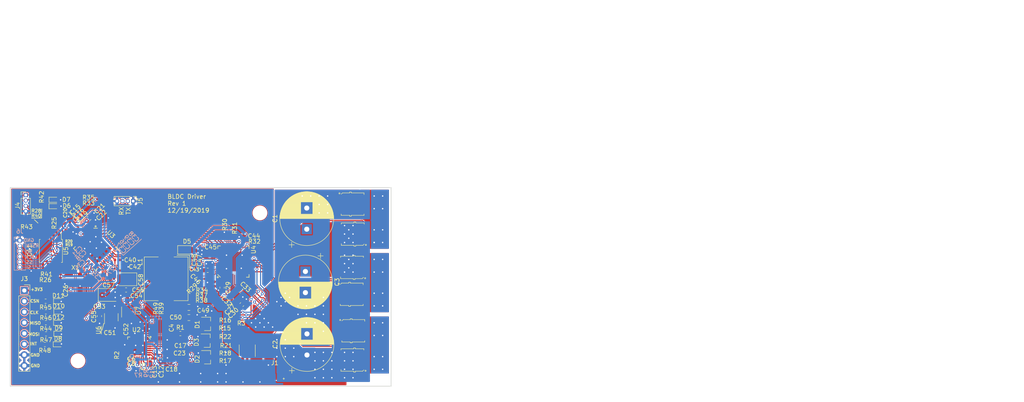
<source format=kicad_pcb>
(kicad_pcb (version 20171130) (host pcbnew 5.1.5-52549c5~84~ubuntu19.10.1)

  (general
    (thickness 1.6)
    (drawings 40)
    (tracks 1565)
    (zones 0)
    (modules 123)
    (nets 92)
  )

  (page USLetter)
  (title_block
    (title "Project Title")
  )

  (layers
    (0 F.Cu signal)
    (31 B.Cu signal)
    (34 B.Paste user)
    (35 F.Paste user)
    (36 B.SilkS user)
    (37 F.SilkS user)
    (38 B.Mask user)
    (39 F.Mask user)
    (40 Dwgs.User user)
    (44 Edge.Cuts user)
    (46 B.CrtYd user)
    (47 F.CrtYd user)
    (48 B.Fab user)
    (49 F.Fab user)
  )

  (setup
    (last_trace_width 0.254)
    (user_trace_width 0.1524)
    (user_trace_width 0.254)
    (user_trace_width 0.3302)
    (user_trace_width 0.508)
    (user_trace_width 0.762)
    (user_trace_width 1.27)
    (trace_clearance 0.1524)
    (zone_clearance 0.254)
    (zone_45_only yes)
    (trace_min 0.1524)
    (via_size 0.6858)
    (via_drill 0.3302)
    (via_min_size 0.6858)
    (via_min_drill 0.3302)
    (user_via 0.6858 0.3302)
    (user_via 0.762 0.4064)
    (user_via 0.8636 0.508)
    (uvia_size 0.6858)
    (uvia_drill 0.3302)
    (uvias_allowed no)
    (uvia_min_size 0)
    (uvia_min_drill 0)
    (edge_width 0.1524)
    (segment_width 0.1524)
    (pcb_text_width 0.1524)
    (pcb_text_size 1.016 1.016)
    (mod_edge_width 0.1524)
    (mod_text_size 1.016 1.016)
    (mod_text_width 0.1524)
    (pad_size 1.524 1.524)
    (pad_drill 0.762)
    (pad_to_mask_clearance 0.0508)
    (solder_mask_min_width 0.1016)
    (pad_to_paste_clearance -0.0762)
    (aux_axis_origin 0 0)
    (visible_elements FFFFDF7D)
    (pcbplotparams
      (layerselection 0x310fc_ffffffff)
      (usegerberextensions true)
      (usegerberattributes true)
      (usegerberadvancedattributes false)
      (creategerberjobfile false)
      (excludeedgelayer true)
      (linewidth 0.100000)
      (plotframeref false)
      (viasonmask false)
      (mode 1)
      (useauxorigin false)
      (hpglpennumber 1)
      (hpglpenspeed 20)
      (hpglpendiameter 15.000000)
      (psnegative false)
      (psa4output false)
      (plotreference true)
      (plotvalue true)
      (plotinvisibletext false)
      (padsonsilk false)
      (subtractmaskfromsilk false)
      (outputformat 1)
      (mirror false)
      (drillshape 0)
      (scaleselection 1)
      (outputdirectory "bldc-drivr-gerbers"))
  )

  (net 0 "")
  (net 1 GND)
  (net 2 /VDRAIN)
  (net 3 "Net-(C4-Pad1)")
  (net 4 /FPGA_IO_3V3)
  (net 5 /FPGA_CORE_1V2)
  (net 6 /A_ADC)
  (net 7 /C_ADC)
  (net 8 /B_ADC)
  (net 9 "Net-(C29-Pad1)")
  (net 10 "Net-(C32-Pad2)")
  (net 11 "Net-(C32-Pad1)")
  (net 12 "Net-(C33-Pad2)")
  (net 13 "Net-(C35-Pad1)")
  (net 14 "Net-(C43-Pad1)")
  (net 15 "Net-(C45-Pad1)")
  (net 16 "Net-(C46-Pad2)")
  (net 17 "Net-(C46-Pad1)")
  (net 18 "Net-(C49-Pad1)")
  (net 19 /VBUCK_5V0)
  (net 20 /FPGA_SCL)
  (net 21 /FPGA_SDA)
  (net 22 /IF_INT)
  (net 23 /IF_DIN)
  (net 24 /IF_SCK)
  (net 25 /IF_nCS)
  (net 26 /IF_DOUT)
  (net 27 /C)
  (net 28 /A)
  (net 29 /B)
  (net 30 "Net-(J3-Pad6)")
  (net 31 "Net-(J3-Pad5)")
  (net 32 "Net-(J3-Pad4)")
  (net 33 "Net-(J3-Pad3)")
  (net 34 "Net-(J3-Pad2)")
  (net 35 /DBG_RXD)
  (net 36 /DBG_TXD)
  (net 37 "Net-(L1-Pad2)")
  (net 38 /GHA)
  (net 39 /GLA)
  (net 40 /GHB)
  (net 41 /GLB)
  (net 42 /GHC)
  (net 43 /GLC)
  (net 44 /SOA)
  (net 45 /ADC_CNVSTN)
  (net 46 /SNA)
  (net 47 /SPA)
  (net 48 /ADC_SCK)
  (net 49 /ADC_CSN)
  (net 50 /ADC_DIN)
  (net 51 "Net-(R20-Pad2)")
  (net 52 /FLASH_SS)
  (net 53 /FLASH_SCK)
  (net 54 "Net-(R29-Pad1)")
  (net 55 /DRV_EN)
  (net 56 /DRV_SDO)
  (net 57 /DRV_nFAULT)
  (net 58 "Net-(R34-Pad1)")
  (net 59 /FB)
  (net 60 "Net-(R40-Pad2)")
  (net 61 "Net-(R41-Pad2)")
  (net 62 /ADC_EOCN)
  (net 63 /ADC_DOUT)
  (net 64 /DRV_nCS)
  (net 65 /INHA)
  (net 66 /INLA)
  (net 67 /INHB)
  (net 68 /INLB)
  (net 69 /INHC)
  (net 70 /INLC)
  (net 71 "Net-(U3-Pad31)")
  (net 72 /ICE40_CLK_25MHZ)
  (net 73 /FLASH_SI)
  (net 74 /FLASH_SO)
  (net 75 /DRV_SDI)
  (net 76 /DRV_SCK)
  (net 77 "Net-(U4-Pad24)")
  (net 78 "Net-(U4-Pad23)")
  (net 79 "Net-(U4-Pad22)")
  (net 80 "Net-(U4-Pad21)")
  (net 81 "Net-(U4-Pad14)")
  (net 82 "Net-(U4-Pad13)")
  (net 83 "Net-(X1-Pad1)")
  (net 84 /VSOURCE)
  (net 85 "Net-(U3-Pad12)")
  (net 86 "Net-(U3-Pad11)")
  (net 87 "Net-(U3-Pad10)")
  (net 88 "Net-(U3-Pad9)")
  (net 89 "Net-(U3-Pad6)")
  (net 90 "Net-(U3-Pad13)")
  (net 91 /FPGA_RSTN)

  (net_class Default "This is the default net class."
    (clearance 0.1524)
    (trace_width 0.1524)
    (via_dia 0.6858)
    (via_drill 0.3302)
    (uvia_dia 0.6858)
    (uvia_drill 0.3302)
    (add_net /A)
    (add_net /ADC_CNVSTN)
    (add_net /ADC_CSN)
    (add_net /ADC_DIN)
    (add_net /ADC_DOUT)
    (add_net /ADC_EOCN)
    (add_net /ADC_SCK)
    (add_net /A_ADC)
    (add_net /B)
    (add_net /B_ADC)
    (add_net /C)
    (add_net /C_ADC)
    (add_net /DBG_RXD)
    (add_net /DBG_TXD)
    (add_net /DRV_EN)
    (add_net /DRV_SCK)
    (add_net /DRV_SDI)
    (add_net /DRV_SDO)
    (add_net /DRV_nCS)
    (add_net /DRV_nFAULT)
    (add_net /FB)
    (add_net /FLASH_SCK)
    (add_net /FLASH_SI)
    (add_net /FLASH_SO)
    (add_net /FLASH_SS)
    (add_net /FPGA_CORE_1V2)
    (add_net /FPGA_IO_3V3)
    (add_net /FPGA_RSTN)
    (add_net /FPGA_SCL)
    (add_net /FPGA_SDA)
    (add_net /GHA)
    (add_net /GHB)
    (add_net /GHC)
    (add_net /GLA)
    (add_net /GLB)
    (add_net /GLC)
    (add_net /ICE40_CLK_25MHZ)
    (add_net /IF_DIN)
    (add_net /IF_DOUT)
    (add_net /IF_INT)
    (add_net /IF_SCK)
    (add_net /IF_nCS)
    (add_net /INHA)
    (add_net /INHB)
    (add_net /INHC)
    (add_net /INLA)
    (add_net /INLB)
    (add_net /INLC)
    (add_net /SNA)
    (add_net /SOA)
    (add_net /SPA)
    (add_net /VBUCK_5V0)
    (add_net /VDRAIN)
    (add_net /VSOURCE)
    (add_net GND)
    (add_net "Net-(C29-Pad1)")
    (add_net "Net-(C32-Pad1)")
    (add_net "Net-(C32-Pad2)")
    (add_net "Net-(C33-Pad2)")
    (add_net "Net-(C35-Pad1)")
    (add_net "Net-(C4-Pad1)")
    (add_net "Net-(C43-Pad1)")
    (add_net "Net-(C45-Pad1)")
    (add_net "Net-(C46-Pad1)")
    (add_net "Net-(C46-Pad2)")
    (add_net "Net-(C49-Pad1)")
    (add_net "Net-(J3-Pad2)")
    (add_net "Net-(J3-Pad3)")
    (add_net "Net-(J3-Pad4)")
    (add_net "Net-(J3-Pad5)")
    (add_net "Net-(J3-Pad6)")
    (add_net "Net-(L1-Pad2)")
    (add_net "Net-(R20-Pad2)")
    (add_net "Net-(R29-Pad1)")
    (add_net "Net-(R34-Pad1)")
    (add_net "Net-(R40-Pad2)")
    (add_net "Net-(R41-Pad2)")
    (add_net "Net-(U3-Pad10)")
    (add_net "Net-(U3-Pad11)")
    (add_net "Net-(U3-Pad12)")
    (add_net "Net-(U3-Pad13)")
    (add_net "Net-(U3-Pad31)")
    (add_net "Net-(U3-Pad6)")
    (add_net "Net-(U3-Pad9)")
    (add_net "Net-(U4-Pad13)")
    (add_net "Net-(U4-Pad14)")
    (add_net "Net-(U4-Pad21)")
    (add_net "Net-(U4-Pad22)")
    (add_net "Net-(U4-Pad23)")
    (add_net "Net-(U4-Pad24)")
    (add_net "Net-(X1-Pad1)")
  )

  (module Connector_PinSocket_1.27mm:PinSocket_1x06_P1.27mm_Vertical (layer B.Cu) (tedit 5A19A420) (tstamp 5DFB9F2F)
    (at 19.25 115.5 180)
    (descr "Through hole straight socket strip, 1x06, 1.27mm pitch, single row (from Kicad 4.0.7), script generated")
    (tags "Through hole socket strip THT 1x06 1.27mm single row")
    (path /5DFFFE4A)
    (fp_text reference J6 (at 0 2.135 180) (layer B.SilkS)
      (effects (font (size 1 1) (thickness 0.15)) (justify mirror))
    )
    (fp_text value Conn_01x06 (at 0 -8.485 180) (layer B.Fab)
      (effects (font (size 1 1) (thickness 0.15)) (justify mirror))
    )
    (fp_text user %R (at 0 -3.175 90) (layer B.Fab)
      (effects (font (size 1 1) (thickness 0.15)) (justify mirror))
    )
    (fp_line (start -1.8 -7.5) (end -1.8 1.15) (layer B.CrtYd) (width 0.05))
    (fp_line (start 1.75 -7.5) (end -1.8 -7.5) (layer B.CrtYd) (width 0.05))
    (fp_line (start 1.75 1.15) (end 1.75 -7.5) (layer B.CrtYd) (width 0.05))
    (fp_line (start -1.8 1.15) (end 1.75 1.15) (layer B.CrtYd) (width 0.05))
    (fp_line (start 0 0.76) (end 1.33 0.76) (layer B.SilkS) (width 0.12))
    (fp_line (start 1.33 0.76) (end 1.33 0) (layer B.SilkS) (width 0.12))
    (fp_line (start 1.33 -0.635) (end 1.33 -7.045) (layer B.SilkS) (width 0.12))
    (fp_line (start 0.30753 -7.045) (end 1.33 -7.045) (layer B.SilkS) (width 0.12))
    (fp_line (start -1.33 -7.045) (end -0.30753 -7.045) (layer B.SilkS) (width 0.12))
    (fp_line (start -1.33 -0.635) (end -1.33 -7.045) (layer B.SilkS) (width 0.12))
    (fp_line (start 0.76 -0.635) (end 1.33 -0.635) (layer B.SilkS) (width 0.12))
    (fp_line (start -1.33 -0.635) (end -0.76 -0.635) (layer B.SilkS) (width 0.12))
    (fp_line (start -1.27 -6.985) (end -1.27 0.635) (layer B.Fab) (width 0.1))
    (fp_line (start 1.27 -6.985) (end -1.27 -6.985) (layer B.Fab) (width 0.1))
    (fp_line (start 1.27 0) (end 1.27 -6.985) (layer B.Fab) (width 0.1))
    (fp_line (start 0.635 0.635) (end 1.27 0) (layer B.Fab) (width 0.1))
    (fp_line (start -1.27 0.635) (end 0.635 0.635) (layer B.Fab) (width 0.1))
    (pad 6 thru_hole oval (at 0 -6.35 180) (size 1 1) (drill 0.7) (layers *.Cu *.Mask)
      (net 73 /FLASH_SI))
    (pad 5 thru_hole oval (at 0 -5.08 180) (size 1 1) (drill 0.7) (layers *.Cu *.Mask)
      (net 52 /FLASH_SS))
    (pad 4 thru_hole oval (at 0 -3.81 180) (size 1 1) (drill 0.7) (layers *.Cu *.Mask)
      (net 53 /FLASH_SCK))
    (pad 3 thru_hole oval (at 0 -2.54 180) (size 1 1) (drill 0.7) (layers *.Cu *.Mask)
      (net 74 /FLASH_SO))
    (pad 2 thru_hole oval (at 0 -1.27 180) (size 1 1) (drill 0.7) (layers *.Cu *.Mask)
      (net 91 /FPGA_RSTN))
    (pad 1 thru_hole rect (at 0 0 180) (size 1 1) (drill 0.7) (layers *.Cu *.Mask)
      (net 1 GND))
    (model ${KISYS3DMOD}/Connector_PinSocket_1.27mm.3dshapes/PinSocket_1x06_P1.27mm_Vertical.wrl
      (at (xyz 0 0 0))
      (scale (xyz 1 1 1))
      (rotate (xyz 0 0 0))
    )
  )

  (module MountingHole:MountingHole_3.2mm_M3 (layer F.Cu) (tedit 56D1B4CB) (tstamp 5DFB9E61)
    (at 76 109)
    (descr "Mounting Hole 3.2mm, no annular, M3")
    (tags "mounting hole 3.2mm no annular m3")
    (path /5DFFE80E)
    (attr virtual)
    (fp_text reference H2 (at 0.35 -0.25) (layer F.SilkS) hide
      (effects (font (size 1 1) (thickness 0.15)))
    )
    (fp_text value MountingHole (at 0 4.2) (layer F.Fab) hide
      (effects (font (size 1 1) (thickness 0.15)))
    )
    (fp_circle (center 0 0) (end 3.45 0) (layer F.CrtYd) (width 0.05))
    (fp_circle (center 0 0) (end 3.2 0) (layer Cmts.User) (width 0.15))
    (fp_text user %R (at 0.3 0) (layer F.Fab)
      (effects (font (size 1 1) (thickness 0.15)))
    )
    (pad 1 np_thru_hole circle (at 0 0) (size 3.2 3.2) (drill 3.2) (layers *.Cu *.Mask))
  )

  (module MountingHole:MountingHole_3.2mm_M3 (layer F.Cu) (tedit 56D1B4CB) (tstamp 5DFB9E59)
    (at 33 144)
    (descr "Mounting Hole 3.2mm, no annular, M3")
    (tags "mounting hole 3.2mm no annular m3")
    (path /5DFFD63B)
    (attr virtual)
    (fp_text reference H1 (at 0 -4.2) (layer F.SilkS) hide
      (effects (font (size 1 1) (thickness 0.15)))
    )
    (fp_text value MountingHole (at 0 4.2) (layer F.Fab) hide
      (effects (font (size 1 1) (thickness 0.15)))
    )
    (fp_circle (center 0 0) (end 3.45 0) (layer F.CrtYd) (width 0.05))
    (fp_circle (center 0 0) (end 3.2 0) (layer Cmts.User) (width 0.15))
    (fp_text user %R (at 0.3 0) (layer F.Fab)
      (effects (font (size 1 1) (thickness 0.15)))
    )
    (pad 1 np_thru_hole circle (at 0 0) (size 3.2 3.2) (drill 3.2) (layers *.Cu *.Mask))
  )

  (module bldc-parts:TI_RGZ-48 (layer F.Cu) (tedit 5DFB090A) (tstamp 5DE3F89E)
    (at 69.73 120.51 90)
    (path /5DCD5043)
    (fp_text reference U4 (at 2.81 4.77 90) (layer F.SilkS)
      (effects (font (size 1 1) (thickness 0.15)))
    )
    (fp_text value DRV8353RSRGZ (at 0 -0.5 90) (layer F.Fab) hide
      (effects (font (size 1 1) (thickness 0.15)))
    )
    (fp_poly (pts (xy 0.84 1.261) (xy 0.84 2.631) (xy 2.12 2.631) (xy 2.12 1.261)) (layer F.Paste) (width 0.1))
    (fp_poly (pts (xy 0.84 -0.497) (xy 0.84 0.873) (xy 2.12 0.873) (xy 2.12 -0.497)) (layer F.Paste) (width 0.1))
    (fp_poly (pts (xy 0.84 -2.255) (xy 0.84 -0.885) (xy 2.12 -0.885) (xy 2.12 -2.255)) (layer F.Paste) (width 0.1))
    (fp_poly (pts (xy -0.64 1.261) (xy -0.64 2.631) (xy 0.64 2.631) (xy 0.64 1.261)) (layer F.Paste) (width 0.1))
    (fp_poly (pts (xy -0.64 -0.497) (xy -0.64 0.873) (xy 0.64 0.873) (xy 0.64 -0.497)) (layer F.Paste) (width 0.1))
    (fp_poly (pts (xy -0.64 -2.255) (xy -0.64 -0.885) (xy 0.64 -0.885) (xy 0.64 -2.255)) (layer F.Paste) (width 0.1))
    (fp_poly (pts (xy -2.12 1.261) (xy -2.12 2.631) (xy -0.84 2.631) (xy -0.84 1.261)) (layer F.Paste) (width 0.1))
    (fp_poly (pts (xy -2.12 -0.497) (xy -2.12 0.873) (xy -0.84 0.873) (xy -0.84 -0.497)) (layer F.Paste) (width 0.1))
    (fp_poly (pts (xy -2.12 -2.255) (xy -2.12 -0.885) (xy -0.84 -0.885) (xy -0.84 -2.255)) (layer F.Paste) (width 0.1))
    (fp_line (start -3.85 -3.02) (end -3.8 -3.02) (layer F.CrtYd) (width 0.15))
    (fp_line (start -3.85 3.02) (end -3.85 -3.02) (layer F.CrtYd) (width 0.15))
    (fp_line (start -3.8 3.02) (end -3.85 3.02) (layer F.CrtYd) (width 0.15))
    (fp_line (start -3.8 3.8) (end -3.8 3.02) (layer F.CrtYd) (width 0.15))
    (fp_line (start 3.8 3.8) (end -3.8 3.8) (layer F.CrtYd) (width 0.15))
    (fp_line (start 3.8 3.02) (end 3.8 3.8) (layer F.CrtYd) (width 0.15))
    (fp_line (start 3.85 3.02) (end 3.8 3.02) (layer F.CrtYd) (width 0.15))
    (fp_line (start 3.85 -3.02) (end 3.85 3.02) (layer F.CrtYd) (width 0.15))
    (fp_line (start 3.8 -3.02) (end 3.85 -3.02) (layer F.CrtYd) (width 0.15))
    (fp_line (start 3.8 -3.8) (end 3.8 -3.02) (layer F.CrtYd) (width 0.15))
    (fp_line (start -3.8 -3.8) (end 3.8 -3.8) (layer F.CrtYd) (width 0.15))
    (fp_line (start -3.8 -3.02) (end -3.8 -3.8) (layer F.CrtYd) (width 0.15))
    (fp_line (start -3.55 -3.25) (end -3.55 3.55) (layer F.Fab) (width 0.15))
    (fp_line (start -3.55 3.55) (end 3.55 3.55) (layer F.Fab) (width 0.15))
    (fp_line (start 3.55 3.55) (end 3.55 -3.55) (layer F.Fab) (width 0.15))
    (fp_line (start 3.55 -3.55) (end -3.25 -3.55) (layer F.Fab) (width 0.15))
    (fp_line (start -3.25 -3.55) (end -3.55 -3.25) (layer F.Fab) (width 0.15))
    (fp_circle (center -3.7 -3.7) (end -3.7 -3.85) (layer F.SilkS) (width 0.15))
    (fp_line (start 3.7 -3.7) (end 3.07 -3.7) (layer F.SilkS) (width 0.15))
    (fp_line (start 3.7 -3.07) (end 3.7 -3.7) (layer F.SilkS) (width 0.15))
    (fp_line (start 3.7 3.7) (end 3.7 3.07) (layer F.SilkS) (width 0.15))
    (fp_line (start 3.07 3.7) (end 3.7 3.7) (layer F.SilkS) (width 0.15))
    (fp_line (start -3.07 3.7) (end -3.7 3.7) (layer F.SilkS) (width 0.15))
    (fp_line (start -3.7 3.7) (end -3.7 3.07) (layer F.SilkS) (width 0.15))
    (fp_line (start -3.7 -3.07) (end -3.07 -3.7) (layer F.SilkS) (width 0.15))
    (fp_text user %R (at 0 0 90) (layer F.Fab)
      (effects (font (size 1 1) (thickness 0.15)))
    )
    (pad 0 smd roundrect (at 0 0.188 90) (size 4.6 4.975) (layers F.Cu F.Mask) (roundrect_rratio 0.011)
      (net 1 GND) (solder_mask_margin 0.1))
    (pad 48 smd roundrect (at -2.75 -3.4 90) (size 0.24 0.6) (layers F.Cu F.Paste F.Mask) (roundrect_rratio 0.2083333333333333)
      (net 59 /FB) (solder_mask_margin 0.1))
    (pad 47 smd roundrect (at -2.25 -3.4 90) (size 0.24 0.6) (layers F.Cu F.Paste F.Mask) (roundrect_rratio 0.2083333333333333)
      (net 58 "Net-(R34-Pad1)") (solder_mask_margin 0.1))
    (pad 46 smd roundrect (at -1.75 -3.4 90) (size 0.24 0.6) (layers F.Cu F.Paste F.Mask) (roundrect_rratio 0.2083333333333333)
      (net 54 "Net-(R29-Pad1)") (solder_mask_margin 0.1))
    (pad 45 smd roundrect (at -1.25 -3.4 90) (size 0.24 0.6) (layers F.Cu F.Paste F.Mask) (roundrect_rratio 0.2083333333333333)
      (net 17 "Net-(C46-Pad1)") (solder_mask_margin 0.1))
    (pad 44 smd roundrect (at -0.75 -3.4 90) (size 0.24 0.6) (layers F.Cu F.Paste F.Mask) (roundrect_rratio 0.2083333333333333)
      (net 14 "Net-(C43-Pad1)") (solder_mask_margin 0.1))
    (pad 43 smd roundrect (at -0.25 -3.4 90) (size 0.24 0.6) (layers F.Cu F.Paste F.Mask) (roundrect_rratio 0.2083333333333333)
      (net 2 /VDRAIN) (solder_mask_margin 0.1))
    (pad 42 smd roundrect (at 0.25 -3.4 90) (size 0.24 0.6) (layers F.Cu F.Paste F.Mask) (roundrect_rratio 0.2083333333333333)
      (net 16 "Net-(C46-Pad2)") (solder_mask_margin 0.1))
    (pad 41 smd roundrect (at 0.75 -3.4 90) (size 0.24 0.6) (layers F.Cu F.Paste F.Mask) (roundrect_rratio 0.2083333333333333)
      (net 1 GND) (solder_mask_margin 0.1))
    (pad 40 smd roundrect (at 1.25 -3.4 90) (size 0.24 0.6) (layers F.Cu F.Paste F.Mask) (roundrect_rratio 0.2083333333333333)
      (net 15 "Net-(C45-Pad1)") (solder_mask_margin 0.1))
    (pad 39 smd roundrect (at 1.75 -3.4 90) (size 0.24 0.6) (layers F.Cu F.Paste F.Mask) (roundrect_rratio 0.2083333333333333)
      (net 70 /INLC) (solder_mask_margin 0.1))
    (pad 38 smd roundrect (at 2.25 -3.4 90) (size 0.24 0.6) (layers F.Cu F.Paste F.Mask) (roundrect_rratio 0.2083333333333333)
      (net 69 /INHC) (solder_mask_margin 0.1))
    (pad 37 smd roundrect (at 2.75 -3.4 90) (size 0.24 0.6) (layers F.Cu F.Paste F.Mask) (roundrect_rratio 0.2083333333333333)
      (net 68 /INLB) (solder_mask_margin 0.1))
    (pad 36 smd roundrect (at 3.4 -2.75 90) (size 0.6 0.24) (layers F.Cu F.Paste F.Mask) (roundrect_rratio 0.2083333333333333)
      (net 67 /INHB) (solder_mask_margin 0.1))
    (pad 35 smd roundrect (at 3.4 -2.25 90) (size 0.6 0.24) (layers F.Cu F.Paste F.Mask) (roundrect_rratio 0.2083333333333333)
      (net 66 /INLA) (solder_mask_margin 0.1))
    (pad 34 smd roundrect (at 3.4 -1.75 90) (size 0.6 0.24) (layers F.Cu F.Paste F.Mask) (roundrect_rratio 0.2083333333333333)
      (net 65 /INHA) (solder_mask_margin 0.1))
    (pad 33 smd roundrect (at 3.4 -1.25 90) (size 0.6 0.24) (layers F.Cu F.Paste F.Mask) (roundrect_rratio 0.2083333333333333)
      (net 55 /DRV_EN) (solder_mask_margin 0.1))
    (pad 32 smd roundrect (at 3.4 -0.75 90) (size 0.6 0.24) (layers F.Cu F.Paste F.Mask) (roundrect_rratio 0.2083333333333333)
      (net 64 /DRV_nCS) (solder_mask_margin 0.1))
    (pad 31 smd roundrect (at 3.4 -0.25 90) (size 0.6 0.24) (layers F.Cu F.Paste F.Mask) (roundrect_rratio 0.2083333333333333)
      (net 76 /DRV_SCK) (solder_mask_margin 0.1))
    (pad 30 smd roundrect (at 3.4 0.25 90) (size 0.6 0.24) (layers F.Cu F.Paste F.Mask) (roundrect_rratio 0.2083333333333333)
      (net 75 /DRV_SDI) (solder_mask_margin 0.1))
    (pad 29 smd roundrect (at 3.4 0.75 90) (size 0.6 0.24) (layers F.Cu F.Paste F.Mask) (roundrect_rratio 0.2083333333333333)
      (net 56 /DRV_SDO) (solder_mask_margin 0.1))
    (pad 28 smd roundrect (at 3.4 1.25 90) (size 0.6 0.24) (layers F.Cu F.Paste F.Mask) (roundrect_rratio 0.2083333333333333)
      (net 57 /DRV_nFAULT) (solder_mask_margin 0.1))
    (pad 27 smd roundrect (at 3.4 1.75 90) (size 0.6 0.24) (layers F.Cu F.Paste F.Mask) (roundrect_rratio 0.2083333333333333)
      (net 1 GND) (solder_mask_margin 0.1))
    (pad 26 smd roundrect (at 3.4 2.25 90) (size 0.6 0.24) (layers F.Cu F.Paste F.Mask) (roundrect_rratio 0.2083333333333333)
      (net 4 /FPGA_IO_3V3) (solder_mask_margin 0.1))
    (pad 25 smd roundrect (at 3.4 2.75 90) (size 0.6 0.24) (layers F.Cu F.Paste F.Mask) (roundrect_rratio 0.2083333333333333)
      (net 44 /SOA) (solder_mask_margin 0.1))
    (pad 24 smd roundrect (at 2.75 3.4 90) (size 0.24 0.6) (layers F.Cu F.Paste F.Mask) (roundrect_rratio 0.2083333333333333)
      (net 77 "Net-(U4-Pad24)") (solder_mask_margin 0.1))
    (pad 23 smd roundrect (at 2.25 3.4 90) (size 0.24 0.6) (layers F.Cu F.Paste F.Mask) (roundrect_rratio 0.2083333333333333)
      (net 78 "Net-(U4-Pad23)") (solder_mask_margin 0.1))
    (pad 22 smd roundrect (at 1.75 3.4 90) (size 0.24 0.6) (layers F.Cu F.Paste F.Mask) (roundrect_rratio 0.2083333333333333)
      (net 79 "Net-(U4-Pad22)") (solder_mask_margin 0.1))
    (pad 21 smd roundrect (at 1.25 3.4 90) (size 0.24 0.6) (layers F.Cu F.Paste F.Mask) (roundrect_rratio 0.2083333333333333)
      (net 80 "Net-(U4-Pad21)") (solder_mask_margin 0.1))
    (pad 20 smd roundrect (at 0.75 3.4 90) (size 0.24 0.6) (layers F.Cu F.Paste F.Mask) (roundrect_rratio 0.2083333333333333)
      (net 43 /GLC) (solder_mask_margin 0.1))
    (pad 19 smd roundrect (at 0.25 3.4 90) (size 0.24 0.6) (layers F.Cu F.Paste F.Mask) (roundrect_rratio 0.2083333333333333)
      (net 27 /C) (solder_mask_margin 0.1))
    (pad 18 smd roundrect (at -0.25 3.4 90) (size 0.24 0.6) (layers F.Cu F.Paste F.Mask) (roundrect_rratio 0.2083333333333333)
      (net 42 /GHC) (solder_mask_margin 0.1))
    (pad 17 smd roundrect (at -0.75 3.4 90) (size 0.24 0.6) (layers F.Cu F.Paste F.Mask) (roundrect_rratio 0.2083333333333333)
      (net 40 /GHB) (solder_mask_margin 0.1))
    (pad 16 smd roundrect (at -1.25 3.4 90) (size 0.24 0.6) (layers F.Cu F.Paste F.Mask) (roundrect_rratio 0.2083333333333333)
      (net 29 /B) (solder_mask_margin 0.1))
    (pad 15 smd roundrect (at -1.75 3.4 90) (size 0.24 0.6) (layers F.Cu F.Paste F.Mask) (roundrect_rratio 0.2083333333333333)
      (net 41 /GLB) (solder_mask_margin 0.1))
    (pad 14 smd roundrect (at -2.25 3.4 90) (size 0.24 0.6) (layers F.Cu F.Paste F.Mask) (roundrect_rratio 0.2083333333333333)
      (net 81 "Net-(U4-Pad14)") (solder_mask_margin 0.1))
    (pad 13 smd roundrect (at -2.75 3.4 90) (size 0.24 0.6) (layers F.Cu F.Paste F.Mask) (roundrect_rratio 0.2083333333333333)
      (net 82 "Net-(U4-Pad13)") (solder_mask_margin 0.1))
    (pad 12 smd roundrect (at -3.4 2.75 90) (size 0.6 0.24) (layers F.Cu F.Paste F.Mask) (roundrect_rratio 0.2083333333333333)
      (net 46 /SNA) (solder_mask_margin 0.1))
    (pad 11 smd roundrect (at -3.4 2.25 90) (size 0.6 0.24) (layers F.Cu F.Paste F.Mask) (roundrect_rratio 0.2083333333333333)
      (net 47 /SPA) (solder_mask_margin 0.1))
    (pad 10 smd roundrect (at -3.4 1.75 90) (size 0.6 0.24) (layers F.Cu F.Paste F.Mask) (roundrect_rratio 0.2083333333333333)
      (net 39 /GLA) (solder_mask_margin 0.1))
    (pad 9 smd roundrect (at -3.4 1.25 90) (size 0.6 0.24) (layers F.Cu F.Paste F.Mask) (roundrect_rratio 0.2083333333333333)
      (net 28 /A) (solder_mask_margin 0.1))
    (pad 8 smd roundrect (at -3.4 0.75 90) (size 0.6 0.24) (layers F.Cu F.Paste F.Mask) (roundrect_rratio 0.2083333333333333)
      (net 38 /GHA) (solder_mask_margin 0.1))
    (pad 7 smd roundrect (at -3.4 0.25 90) (size 0.6 0.24) (layers F.Cu F.Paste F.Mask) (roundrect_rratio 0.2083333333333333)
      (net 12 "Net-(C33-Pad2)") (solder_mask_margin 0.1))
    (pad 6 smd roundrect (at -3.4 -0.25 90) (size 0.6 0.24) (layers F.Cu F.Paste F.Mask) (roundrect_rratio 0.2083333333333333)
      (net 2 /VDRAIN) (solder_mask_margin 0.1))
    (pad 5 smd roundrect (at -3.4 -0.75 90) (size 0.6 0.24) (layers F.Cu F.Paste F.Mask) (roundrect_rratio 0.2083333333333333)
      (net 2 /VDRAIN) (solder_mask_margin 0.1))
    (pad 4 smd roundrect (at -3.4 -1.25 90) (size 0.6 0.24) (layers F.Cu F.Paste F.Mask) (roundrect_rratio 0.2083333333333333)
      (net 11 "Net-(C32-Pad1)") (solder_mask_margin 0.1))
    (pad 3 smd roundrect (at -3.4 -1.75 90) (size 0.6 0.24) (layers F.Cu F.Paste F.Mask) (roundrect_rratio 0.2083333333333333)
      (net 10 "Net-(C32-Pad2)") (solder_mask_margin 0.1))
    (pad 2 smd roundrect (at -3.4 -2.25 90) (size 0.6 0.24) (layers F.Cu F.Paste F.Mask) (roundrect_rratio 0.2083333333333333)
      (net 9 "Net-(C29-Pad1)") (solder_mask_margin 0.1))
    (pad 1 smd roundrect (at -3.4 -2.75 90) (size 0.6 0.24) (layers F.Cu F.Paste F.Mask) (roundrect_rratio 0.2083333333333333)
      (net 1 GND) (solder_mask_margin 0.1))
  )

  (module bldc-parts:Infineon_PG-TDSON-8-33 (layer F.Cu) (tedit 5DFB0DF4) (tstamp 5DFC751D)
    (at 97.76 121.85 90)
    (path /5DE87C22)
    (fp_text reference Q3 (at 0.35 4.74 90) (layer F.SilkS) hide
      (effects (font (size 1 1) (thickness 0.15)))
    )
    (fp_text value IPC90N04S5L3R3ATMA1 (at 0 -0.5 90) (layer F.Fab)
      (effects (font (size 1 1) (thickness 0.15)))
    )
    (fp_poly (pts (xy 0.1 -2.24) (xy 0.1 -0.74) (xy 1.6 -0.74) (xy 1.6 -2.24)) (layer F.Paste) (width 0.1))
    (fp_poly (pts (xy -1.6 -2.24) (xy -1.6 -0.74) (xy -0.1 -0.74) (xy -0.1 -2.24)) (layer F.Paste) (width 0.1))
    (fp_poly (pts (xy -1.6 -0.54) (xy -1.6 0.96) (xy -0.1 0.96) (xy -0.1 -0.54)) (layer F.Paste) (width 0.1))
    (fp_poly (pts (xy 0.1 -0.54) (xy 0.1 0.96) (xy 1.6 0.96) (xy 1.6 -0.54)) (layer F.Paste) (width 0.1))
    (fp_poly (pts (xy -2.155 2.87) (xy -2.155 3.72) (xy -1.655 3.72) (xy -1.655 2.87)) (layer F.Paste) (width 0.1))
    (fp_poly (pts (xy -0.885 2.87) (xy -0.885 3.72) (xy -0.385 3.72) (xy -0.385 2.87)) (layer F.Paste) (width 0.1))
    (fp_poly (pts (xy 0.385 2.87) (xy 0.385 3.72) (xy 0.885 3.72) (xy 0.885 2.87)) (layer F.Paste) (width 0.1))
    (fp_poly (pts (xy -2.165 2.25) (xy -2.165 2.75) (xy -1.315 2.75) (xy -1.315 2.25)) (layer F.Paste) (width 0.1))
    (fp_poly (pts (xy 0.035 2.25) (xy 0.035 2.75) (xy 0.885 2.75) (xy 0.885 2.25)) (layer F.Paste) (width 0.1))
    (fp_poly (pts (xy -1.065 2.25) (xy -1.065 2.75) (xy -0.215 2.75) (xy -0.215 2.25)) (layer F.Paste) (width 0.1))
    (fp_poly (pts (xy 1.655 2.52) (xy 1.655 3.72) (xy 2.155 3.72) (xy 2.155 2.52)) (layer F.Paste) (width 0.1))
    (fp_poly (pts (xy 1.655 -3.72) (xy 1.655 -2.52) (xy 2.155 -2.52) (xy 2.155 -3.72)) (layer F.Paste) (width 0.1))
    (fp_poly (pts (xy 0.385 -3.72) (xy 0.385 -2.52) (xy 0.885 -2.52) (xy 0.885 -3.72)) (layer F.Paste) (width 0.1))
    (fp_poly (pts (xy -0.885 -3.72) (xy -0.885 -2.52) (xy -0.385 -2.52) (xy -0.385 -3.72)) (layer F.Paste) (width 0.1))
    (fp_poly (pts (xy -2.155 -3.72) (xy -2.155 -2.52) (xy -1.655 -2.52) (xy -1.655 -3.72)) (layer F.Paste) (width 0.1))
    (fp_line (start -3 4) (end -3 -4) (layer F.CrtYd) (width 0.12))
    (fp_line (start 3 4) (end -3 4) (layer F.CrtYd) (width 0.12))
    (fp_line (start 3 -4) (end 3 4) (layer F.CrtYd) (width 0.12))
    (fp_line (start -3 -4) (end 3 -4) (layer F.CrtYd) (width 0.12))
    (fp_line (start -2.9 3.3) (end -2.9 -3.9) (layer F.Fab) (width 0.12))
    (fp_line (start -2.3 3.9) (end -2.9 3.3) (layer F.Fab) (width 0.12))
    (fp_line (start 2.9 3.9) (end -2.3 3.9) (layer F.Fab) (width 0.12))
    (fp_line (start 2.9 -3.9) (end 2.9 3.9) (layer F.Fab) (width 0.12))
    (fp_line (start -2.9 -3.9) (end 2.9 -3.9) (layer F.Fab) (width 0.12))
    (fp_line (start 2.6 0.3) (end 2.6 -2.7) (layer F.SilkS) (width 0.12))
    (fp_line (start -2.7 0.3) (end -2.7 -2.7) (layer F.SilkS) (width 0.12))
    (fp_line (start -2.9 0.7) (end -2.7 0.7) (layer F.SilkS) (width 0.12))
    (fp_line (start -2.9 0.3) (end -2.9 0.7) (layer F.SilkS) (width 0.12))
    (fp_line (start -2.7 0.3) (end -2.9 0.3) (layer F.SilkS) (width 0.12))
    (fp_line (start 2.8 0.7) (end 2.6 0.7) (layer F.SilkS) (width 0.12))
    (fp_line (start 2.8 0.3) (end 2.8 0.7) (layer F.SilkS) (width 0.12))
    (fp_line (start 2.6 0.3) (end 2.8 0.3) (layer F.SilkS) (width 0.12))
    (fp_line (start 2.6 -2.7) (end 2.3 -2.7) (layer F.SilkS) (width 0.12))
    (fp_line (start 2.3 2.7) (end 2.6 2.7) (layer F.SilkS) (width 0.12))
    (fp_line (start 2.6 0.7) (end 2.6 2.7) (layer F.SilkS) (width 0.12))
    (fp_line (start -2.7 2.4) (end -2.4 2.7) (layer F.SilkS) (width 0.12))
    (fp_line (start -2.7 0.7) (end -2.7 2.4) (layer F.SilkS) (width 0.12))
    (fp_line (start -2.3 -2.7) (end -2.7 -2.7) (layer F.SilkS) (width 0.12))
    (fp_circle (center -2.6 3.1) (end -2.458579 3.1) (layer F.SilkS) (width 0.12))
    (pad 1 smd rect (at -0.635 2.5275 90) (size 3.14 0.615) (layers F.Cu F.Mask)
      (net 29 /B))
    (pad 5 smd rect (at 0 -0.6475 90) (size 4.41 3.55) (layers F.Cu F.Mask)
      (net 2 /VDRAIN))
    (pad 5 smd rect (at 1.905 -3.095 90) (size 0.6 1.35) (layers F.Cu F.Mask)
      (net 2 /VDRAIN))
    (pad 8 smd rect (at -1.905 -3.095 90) (size 0.6 1.35) (layers F.Cu F.Mask)
      (net 2 /VDRAIN))
    (pad 7 smd rect (at -0.635 -3.095 90) (size 0.6 1.35) (layers F.Cu F.Mask)
      (net 2 /VDRAIN))
    (pad 1 smd rect (at -1.905 2.995 90) (size 0.6 1.55) (layers F.Cu F.Mask)
      (net 29 /B))
    (pad 4 smd rect (at 1.905 2.995 90) (size 0.6 1.55) (layers F.Cu F.Mask)
      (net 40 /GHB))
    (pad 2 smd rect (at -0.635 2.995 90) (size 0.6 1.55) (layers F.Cu F.Mask)
      (net 29 /B))
    (pad 3 smd rect (at 0.635 2.995 90) (size 0.6 1.55) (layers F.Cu F.Mask)
      (net 29 /B))
    (pad 6 smd rect (at 0.635 -3.095 90) (size 0.6 1.35) (layers F.Cu F.Mask)
      (net 2 /VDRAIN))
  )

  (module bldc-parts:Infineon_PG-TDSON-8-33 (layer F.Cu) (tedit 5DFB0DF4) (tstamp 5DE3F55C)
    (at 97.9 106.97 270)
    (path /5DE8AE13)
    (fp_text reference Q6 (at 0 -4.1 90) (layer F.SilkS) hide
      (effects (font (size 1 1) (thickness 0.15)))
    )
    (fp_text value IPC90N04S5L3R3ATMA1 (at 0 -0.5 90) (layer F.Fab)
      (effects (font (size 1 1) (thickness 0.15)))
    )
    (fp_poly (pts (xy 0.1 -2.24) (xy 0.1 -0.74) (xy 1.6 -0.74) (xy 1.6 -2.24)) (layer F.Paste) (width 0.1))
    (fp_poly (pts (xy -1.6 -2.24) (xy -1.6 -0.74) (xy -0.1 -0.74) (xy -0.1 -2.24)) (layer F.Paste) (width 0.1))
    (fp_poly (pts (xy -1.6 -0.54) (xy -1.6 0.96) (xy -0.1 0.96) (xy -0.1 -0.54)) (layer F.Paste) (width 0.1))
    (fp_poly (pts (xy 0.1 -0.54) (xy 0.1 0.96) (xy 1.6 0.96) (xy 1.6 -0.54)) (layer F.Paste) (width 0.1))
    (fp_poly (pts (xy -2.155 2.87) (xy -2.155 3.72) (xy -1.655 3.72) (xy -1.655 2.87)) (layer F.Paste) (width 0.1))
    (fp_poly (pts (xy -0.885 2.87) (xy -0.885 3.72) (xy -0.385 3.72) (xy -0.385 2.87)) (layer F.Paste) (width 0.1))
    (fp_poly (pts (xy 0.385 2.87) (xy 0.385 3.72) (xy 0.885 3.72) (xy 0.885 2.87)) (layer F.Paste) (width 0.1))
    (fp_poly (pts (xy -2.165 2.25) (xy -2.165 2.75) (xy -1.315 2.75) (xy -1.315 2.25)) (layer F.Paste) (width 0.1))
    (fp_poly (pts (xy 0.035 2.25) (xy 0.035 2.75) (xy 0.885 2.75) (xy 0.885 2.25)) (layer F.Paste) (width 0.1))
    (fp_poly (pts (xy -1.065 2.25) (xy -1.065 2.75) (xy -0.215 2.75) (xy -0.215 2.25)) (layer F.Paste) (width 0.1))
    (fp_poly (pts (xy 1.655 2.52) (xy 1.655 3.72) (xy 2.155 3.72) (xy 2.155 2.52)) (layer F.Paste) (width 0.1))
    (fp_poly (pts (xy 1.655 -3.72) (xy 1.655 -2.52) (xy 2.155 -2.52) (xy 2.155 -3.72)) (layer F.Paste) (width 0.1))
    (fp_poly (pts (xy 0.385 -3.72) (xy 0.385 -2.52) (xy 0.885 -2.52) (xy 0.885 -3.72)) (layer F.Paste) (width 0.1))
    (fp_poly (pts (xy -0.885 -3.72) (xy -0.885 -2.52) (xy -0.385 -2.52) (xy -0.385 -3.72)) (layer F.Paste) (width 0.1))
    (fp_poly (pts (xy -2.155 -3.72) (xy -2.155 -2.52) (xy -1.655 -2.52) (xy -1.655 -3.72)) (layer F.Paste) (width 0.1))
    (fp_line (start -3 4) (end -3 -4) (layer F.CrtYd) (width 0.12))
    (fp_line (start 3 4) (end -3 4) (layer F.CrtYd) (width 0.12))
    (fp_line (start 3 -4) (end 3 4) (layer F.CrtYd) (width 0.12))
    (fp_line (start -3 -4) (end 3 -4) (layer F.CrtYd) (width 0.12))
    (fp_line (start -2.9 3.3) (end -2.9 -3.9) (layer F.Fab) (width 0.12))
    (fp_line (start -2.3 3.9) (end -2.9 3.3) (layer F.Fab) (width 0.12))
    (fp_line (start 2.9 3.9) (end -2.3 3.9) (layer F.Fab) (width 0.12))
    (fp_line (start 2.9 -3.9) (end 2.9 3.9) (layer F.Fab) (width 0.12))
    (fp_line (start -2.9 -3.9) (end 2.9 -3.9) (layer F.Fab) (width 0.12))
    (fp_line (start 2.6 0.3) (end 2.6 -2.7) (layer F.SilkS) (width 0.12))
    (fp_line (start -2.7 0.3) (end -2.7 -2.7) (layer F.SilkS) (width 0.12))
    (fp_line (start -2.9 0.7) (end -2.7 0.7) (layer F.SilkS) (width 0.12))
    (fp_line (start -2.9 0.3) (end -2.9 0.7) (layer F.SilkS) (width 0.12))
    (fp_line (start -2.7 0.3) (end -2.9 0.3) (layer F.SilkS) (width 0.12))
    (fp_line (start 2.8 0.7) (end 2.6 0.7) (layer F.SilkS) (width 0.12))
    (fp_line (start 2.8 0.3) (end 2.8 0.7) (layer F.SilkS) (width 0.12))
    (fp_line (start 2.6 0.3) (end 2.8 0.3) (layer F.SilkS) (width 0.12))
    (fp_line (start 2.6 -2.7) (end 2.3 -2.7) (layer F.SilkS) (width 0.12))
    (fp_line (start 2.3 2.7) (end 2.6 2.7) (layer F.SilkS) (width 0.12))
    (fp_line (start 2.6 0.7) (end 2.6 2.7) (layer F.SilkS) (width 0.12))
    (fp_line (start -2.7 2.4) (end -2.4 2.7) (layer F.SilkS) (width 0.12))
    (fp_line (start -2.7 0.7) (end -2.7 2.4) (layer F.SilkS) (width 0.12))
    (fp_line (start -2.3 -2.7) (end -2.7 -2.7) (layer F.SilkS) (width 0.12))
    (fp_circle (center -2.6 3.1) (end -2.458579 3.1) (layer F.SilkS) (width 0.12))
    (pad 1 smd rect (at -0.635 2.5275 270) (size 3.14 0.615) (layers F.Cu F.Mask)
      (net 84 /VSOURCE))
    (pad 5 smd rect (at 0 -0.6475 270) (size 4.41 3.55) (layers F.Cu F.Mask)
      (net 27 /C))
    (pad 5 smd rect (at 1.905 -3.095 270) (size 0.6 1.35) (layers F.Cu F.Mask)
      (net 27 /C))
    (pad 8 smd rect (at -1.905 -3.095 270) (size 0.6 1.35) (layers F.Cu F.Mask)
      (net 27 /C))
    (pad 7 smd rect (at -0.635 -3.095 270) (size 0.6 1.35) (layers F.Cu F.Mask)
      (net 27 /C))
    (pad 1 smd rect (at -1.905 2.995 270) (size 0.6 1.55) (layers F.Cu F.Mask)
      (net 84 /VSOURCE))
    (pad 4 smd rect (at 1.905 2.995 270) (size 0.6 1.55) (layers F.Cu F.Mask)
      (net 43 /GLC))
    (pad 2 smd rect (at -0.635 2.995 270) (size 0.6 1.55) (layers F.Cu F.Mask)
      (net 84 /VSOURCE))
    (pad 3 smd rect (at 0.635 2.995 270) (size 0.6 1.55) (layers F.Cu F.Mask)
      (net 84 /VSOURCE))
    (pad 6 smd rect (at 0.635 -3.095 270) (size 0.6 1.35) (layers F.Cu F.Mask)
      (net 27 /C))
  )

  (module bldc-parts:Infineon_PG-TDSON-8-33 (layer F.Cu) (tedit 5DFB0DF4) (tstamp 5DE3F531)
    (at 97.94 113.97 90)
    (path /5DE89DC8)
    (fp_text reference Q5 (at -0.53 4.56 90) (layer F.SilkS) hide
      (effects (font (size 1 1) (thickness 0.15)))
    )
    (fp_text value IPC90N04S5L3R3ATMA1 (at 0 -0.5 90) (layer F.Fab)
      (effects (font (size 1 1) (thickness 0.15)))
    )
    (fp_poly (pts (xy 0.1 -2.24) (xy 0.1 -0.74) (xy 1.6 -0.74) (xy 1.6 -2.24)) (layer F.Paste) (width 0.1))
    (fp_poly (pts (xy -1.6 -2.24) (xy -1.6 -0.74) (xy -0.1 -0.74) (xy -0.1 -2.24)) (layer F.Paste) (width 0.1))
    (fp_poly (pts (xy -1.6 -0.54) (xy -1.6 0.96) (xy -0.1 0.96) (xy -0.1 -0.54)) (layer F.Paste) (width 0.1))
    (fp_poly (pts (xy 0.1 -0.54) (xy 0.1 0.96) (xy 1.6 0.96) (xy 1.6 -0.54)) (layer F.Paste) (width 0.1))
    (fp_poly (pts (xy -2.155 2.87) (xy -2.155 3.72) (xy -1.655 3.72) (xy -1.655 2.87)) (layer F.Paste) (width 0.1))
    (fp_poly (pts (xy -0.885 2.87) (xy -0.885 3.72) (xy -0.385 3.72) (xy -0.385 2.87)) (layer F.Paste) (width 0.1))
    (fp_poly (pts (xy 0.385 2.87) (xy 0.385 3.72) (xy 0.885 3.72) (xy 0.885 2.87)) (layer F.Paste) (width 0.1))
    (fp_poly (pts (xy -2.165 2.25) (xy -2.165 2.75) (xy -1.315 2.75) (xy -1.315 2.25)) (layer F.Paste) (width 0.1))
    (fp_poly (pts (xy 0.035 2.25) (xy 0.035 2.75) (xy 0.885 2.75) (xy 0.885 2.25)) (layer F.Paste) (width 0.1))
    (fp_poly (pts (xy -1.065 2.25) (xy -1.065 2.75) (xy -0.215 2.75) (xy -0.215 2.25)) (layer F.Paste) (width 0.1))
    (fp_poly (pts (xy 1.655 2.52) (xy 1.655 3.72) (xy 2.155 3.72) (xy 2.155 2.52)) (layer F.Paste) (width 0.1))
    (fp_poly (pts (xy 1.655 -3.72) (xy 1.655 -2.52) (xy 2.155 -2.52) (xy 2.155 -3.72)) (layer F.Paste) (width 0.1))
    (fp_poly (pts (xy 0.385 -3.72) (xy 0.385 -2.52) (xy 0.885 -2.52) (xy 0.885 -3.72)) (layer F.Paste) (width 0.1))
    (fp_poly (pts (xy -0.885 -3.72) (xy -0.885 -2.52) (xy -0.385 -2.52) (xy -0.385 -3.72)) (layer F.Paste) (width 0.1))
    (fp_poly (pts (xy -2.155 -3.72) (xy -2.155 -2.52) (xy -1.655 -2.52) (xy -1.655 -3.72)) (layer F.Paste) (width 0.1))
    (fp_line (start -3 4) (end -3 -4) (layer F.CrtYd) (width 0.12))
    (fp_line (start 3 4) (end -3 4) (layer F.CrtYd) (width 0.12))
    (fp_line (start 3 -4) (end 3 4) (layer F.CrtYd) (width 0.12))
    (fp_line (start -3 -4) (end 3 -4) (layer F.CrtYd) (width 0.12))
    (fp_line (start -2.9 3.3) (end -2.9 -3.9) (layer F.Fab) (width 0.12))
    (fp_line (start -2.3 3.9) (end -2.9 3.3) (layer F.Fab) (width 0.12))
    (fp_line (start 2.9 3.9) (end -2.3 3.9) (layer F.Fab) (width 0.12))
    (fp_line (start 2.9 -3.9) (end 2.9 3.9) (layer F.Fab) (width 0.12))
    (fp_line (start -2.9 -3.9) (end 2.9 -3.9) (layer F.Fab) (width 0.12))
    (fp_line (start 2.6 0.3) (end 2.6 -2.7) (layer F.SilkS) (width 0.12))
    (fp_line (start -2.7 0.3) (end -2.7 -2.7) (layer F.SilkS) (width 0.12))
    (fp_line (start -2.9 0.7) (end -2.7 0.7) (layer F.SilkS) (width 0.12))
    (fp_line (start -2.9 0.3) (end -2.9 0.7) (layer F.SilkS) (width 0.12))
    (fp_line (start -2.7 0.3) (end -2.9 0.3) (layer F.SilkS) (width 0.12))
    (fp_line (start 2.8 0.7) (end 2.6 0.7) (layer F.SilkS) (width 0.12))
    (fp_line (start 2.8 0.3) (end 2.8 0.7) (layer F.SilkS) (width 0.12))
    (fp_line (start 2.6 0.3) (end 2.8 0.3) (layer F.SilkS) (width 0.12))
    (fp_line (start 2.6 -2.7) (end 2.3 -2.7) (layer F.SilkS) (width 0.12))
    (fp_line (start 2.3 2.7) (end 2.6 2.7) (layer F.SilkS) (width 0.12))
    (fp_line (start 2.6 0.7) (end 2.6 2.7) (layer F.SilkS) (width 0.12))
    (fp_line (start -2.7 2.4) (end -2.4 2.7) (layer F.SilkS) (width 0.12))
    (fp_line (start -2.7 0.7) (end -2.7 2.4) (layer F.SilkS) (width 0.12))
    (fp_line (start -2.3 -2.7) (end -2.7 -2.7) (layer F.SilkS) (width 0.12))
    (fp_circle (center -2.6 3.1) (end -2.458579 3.1) (layer F.SilkS) (width 0.12))
    (pad 1 smd rect (at -0.635 2.5275 90) (size 3.14 0.615) (layers F.Cu F.Mask)
      (net 27 /C))
    (pad 5 smd rect (at 0 -0.6475 90) (size 4.41 3.55) (layers F.Cu F.Mask)
      (net 2 /VDRAIN))
    (pad 5 smd rect (at 1.905 -3.095 90) (size 0.6 1.35) (layers F.Cu F.Mask)
      (net 2 /VDRAIN))
    (pad 8 smd rect (at -1.905 -3.095 90) (size 0.6 1.35) (layers F.Cu F.Mask)
      (net 2 /VDRAIN))
    (pad 7 smd rect (at -0.635 -3.095 90) (size 0.6 1.35) (layers F.Cu F.Mask)
      (net 2 /VDRAIN))
    (pad 1 smd rect (at -1.905 2.995 90) (size 0.6 1.55) (layers F.Cu F.Mask)
      (net 27 /C))
    (pad 4 smd rect (at 1.905 2.995 90) (size 0.6 1.55) (layers F.Cu F.Mask)
      (net 42 /GHC))
    (pad 2 smd rect (at -0.635 2.995 90) (size 0.6 1.55) (layers F.Cu F.Mask)
      (net 27 /C))
    (pad 3 smd rect (at 0.635 2.995 90) (size 0.6 1.55) (layers F.Cu F.Mask)
      (net 27 /C))
    (pad 6 smd rect (at 0.635 -3.095 90) (size 0.6 1.35) (layers F.Cu F.Mask)
      (net 2 /VDRAIN))
  )

  (module bldc-parts:Infineon_PG-TDSON-8-33 (layer F.Cu) (tedit 5DFB0DF4) (tstamp 5DE3F506)
    (at 97.69 128.31 270)
    (path /5DE892AF)
    (fp_text reference Q4 (at 1.19 -4.81 90) (layer F.SilkS) hide
      (effects (font (size 1 1) (thickness 0.15)))
    )
    (fp_text value IPC90N04S5L3R3ATMA1 (at 0 -0.5 90) (layer F.Fab)
      (effects (font (size 1 1) (thickness 0.15)))
    )
    (fp_poly (pts (xy 0.1 -2.24) (xy 0.1 -0.74) (xy 1.6 -0.74) (xy 1.6 -2.24)) (layer F.Paste) (width 0.1))
    (fp_poly (pts (xy -1.6 -2.24) (xy -1.6 -0.74) (xy -0.1 -0.74) (xy -0.1 -2.24)) (layer F.Paste) (width 0.1))
    (fp_poly (pts (xy -1.6 -0.54) (xy -1.6 0.96) (xy -0.1 0.96) (xy -0.1 -0.54)) (layer F.Paste) (width 0.1))
    (fp_poly (pts (xy 0.1 -0.54) (xy 0.1 0.96) (xy 1.6 0.96) (xy 1.6 -0.54)) (layer F.Paste) (width 0.1))
    (fp_poly (pts (xy -2.155 2.87) (xy -2.155 3.72) (xy -1.655 3.72) (xy -1.655 2.87)) (layer F.Paste) (width 0.1))
    (fp_poly (pts (xy -0.885 2.87) (xy -0.885 3.72) (xy -0.385 3.72) (xy -0.385 2.87)) (layer F.Paste) (width 0.1))
    (fp_poly (pts (xy 0.385 2.87) (xy 0.385 3.72) (xy 0.885 3.72) (xy 0.885 2.87)) (layer F.Paste) (width 0.1))
    (fp_poly (pts (xy -2.165 2.25) (xy -2.165 2.75) (xy -1.315 2.75) (xy -1.315 2.25)) (layer F.Paste) (width 0.1))
    (fp_poly (pts (xy 0.035 2.25) (xy 0.035 2.75) (xy 0.885 2.75) (xy 0.885 2.25)) (layer F.Paste) (width 0.1))
    (fp_poly (pts (xy -1.065 2.25) (xy -1.065 2.75) (xy -0.215 2.75) (xy -0.215 2.25)) (layer F.Paste) (width 0.1))
    (fp_poly (pts (xy 1.655 2.52) (xy 1.655 3.72) (xy 2.155 3.72) (xy 2.155 2.52)) (layer F.Paste) (width 0.1))
    (fp_poly (pts (xy 1.655 -3.72) (xy 1.655 -2.52) (xy 2.155 -2.52) (xy 2.155 -3.72)) (layer F.Paste) (width 0.1))
    (fp_poly (pts (xy 0.385 -3.72) (xy 0.385 -2.52) (xy 0.885 -2.52) (xy 0.885 -3.72)) (layer F.Paste) (width 0.1))
    (fp_poly (pts (xy -0.885 -3.72) (xy -0.885 -2.52) (xy -0.385 -2.52) (xy -0.385 -3.72)) (layer F.Paste) (width 0.1))
    (fp_poly (pts (xy -2.155 -3.72) (xy -2.155 -2.52) (xy -1.655 -2.52) (xy -1.655 -3.72)) (layer F.Paste) (width 0.1))
    (fp_line (start -3 4) (end -3 -4) (layer F.CrtYd) (width 0.12))
    (fp_line (start 3 4) (end -3 4) (layer F.CrtYd) (width 0.12))
    (fp_line (start 3 -4) (end 3 4) (layer F.CrtYd) (width 0.12))
    (fp_line (start -3 -4) (end 3 -4) (layer F.CrtYd) (width 0.12))
    (fp_line (start -2.9 3.3) (end -2.9 -3.9) (layer F.Fab) (width 0.12))
    (fp_line (start -2.3 3.9) (end -2.9 3.3) (layer F.Fab) (width 0.12))
    (fp_line (start 2.9 3.9) (end -2.3 3.9) (layer F.Fab) (width 0.12))
    (fp_line (start 2.9 -3.9) (end 2.9 3.9) (layer F.Fab) (width 0.12))
    (fp_line (start -2.9 -3.9) (end 2.9 -3.9) (layer F.Fab) (width 0.12))
    (fp_line (start 2.6 0.3) (end 2.6 -2.7) (layer F.SilkS) (width 0.12))
    (fp_line (start -2.7 0.3) (end -2.7 -2.7) (layer F.SilkS) (width 0.12))
    (fp_line (start -2.9 0.7) (end -2.7 0.7) (layer F.SilkS) (width 0.12))
    (fp_line (start -2.9 0.3) (end -2.9 0.7) (layer F.SilkS) (width 0.12))
    (fp_line (start -2.7 0.3) (end -2.9 0.3) (layer F.SilkS) (width 0.12))
    (fp_line (start 2.8 0.7) (end 2.6 0.7) (layer F.SilkS) (width 0.12))
    (fp_line (start 2.8 0.3) (end 2.8 0.7) (layer F.SilkS) (width 0.12))
    (fp_line (start 2.6 0.3) (end 2.8 0.3) (layer F.SilkS) (width 0.12))
    (fp_line (start 2.6 -2.7) (end 2.3 -2.7) (layer F.SilkS) (width 0.12))
    (fp_line (start 2.3 2.7) (end 2.6 2.7) (layer F.SilkS) (width 0.12))
    (fp_line (start 2.6 0.7) (end 2.6 2.7) (layer F.SilkS) (width 0.12))
    (fp_line (start -2.7 2.4) (end -2.4 2.7) (layer F.SilkS) (width 0.12))
    (fp_line (start -2.7 0.7) (end -2.7 2.4) (layer F.SilkS) (width 0.12))
    (fp_line (start -2.3 -2.7) (end -2.7 -2.7) (layer F.SilkS) (width 0.12))
    (fp_circle (center -2.6 3.1) (end -2.458579 3.1) (layer F.SilkS) (width 0.12))
    (pad 1 smd rect (at -0.635 2.5275 270) (size 3.14 0.615) (layers F.Cu F.Mask)
      (net 84 /VSOURCE))
    (pad 5 smd rect (at 0 -0.6475 270) (size 4.41 3.55) (layers F.Cu F.Mask)
      (net 29 /B))
    (pad 5 smd rect (at 1.905 -3.095 270) (size 0.6 1.35) (layers F.Cu F.Mask)
      (net 29 /B))
    (pad 8 smd rect (at -1.905 -3.095 270) (size 0.6 1.35) (layers F.Cu F.Mask)
      (net 29 /B))
    (pad 7 smd rect (at -0.635 -3.095 270) (size 0.6 1.35) (layers F.Cu F.Mask)
      (net 29 /B))
    (pad 1 smd rect (at -1.905 2.995 270) (size 0.6 1.55) (layers F.Cu F.Mask)
      (net 84 /VSOURCE))
    (pad 4 smd rect (at 1.905 2.995 270) (size 0.6 1.55) (layers F.Cu F.Mask)
      (net 41 /GLB))
    (pad 2 smd rect (at -0.635 2.995 270) (size 0.6 1.55) (layers F.Cu F.Mask)
      (net 84 /VSOURCE))
    (pad 3 smd rect (at 0.635 2.995 270) (size 0.6 1.55) (layers F.Cu F.Mask)
      (net 84 /VSOURCE))
    (pad 6 smd rect (at 0.635 -3.095 270) (size 0.6 1.35) (layers F.Cu F.Mask)
      (net 29 /B))
  )

  (module bldc-parts:Infineon_PG-TDSON-8-33 (layer F.Cu) (tedit 5DFB0DF4) (tstamp 5DE3F4B0)
    (at 98.07 136.94 270)
    (path /5DE86A1D)
    (fp_text reference Q2 (at 0 0.5 90) (layer F.SilkS) hide
      (effects (font (size 1 1) (thickness 0.15)))
    )
    (fp_text value IPC90N04S5L3R3ATMA1 (at 0 -0.5 90) (layer F.Fab)
      (effects (font (size 1 1) (thickness 0.15)))
    )
    (fp_poly (pts (xy 0.1 -2.24) (xy 0.1 -0.74) (xy 1.6 -0.74) (xy 1.6 -2.24)) (layer F.Paste) (width 0.1))
    (fp_poly (pts (xy -1.6 -2.24) (xy -1.6 -0.74) (xy -0.1 -0.74) (xy -0.1 -2.24)) (layer F.Paste) (width 0.1))
    (fp_poly (pts (xy -1.6 -0.54) (xy -1.6 0.96) (xy -0.1 0.96) (xy -0.1 -0.54)) (layer F.Paste) (width 0.1))
    (fp_poly (pts (xy 0.1 -0.54) (xy 0.1 0.96) (xy 1.6 0.96) (xy 1.6 -0.54)) (layer F.Paste) (width 0.1))
    (fp_poly (pts (xy -2.155 2.87) (xy -2.155 3.72) (xy -1.655 3.72) (xy -1.655 2.87)) (layer F.Paste) (width 0.1))
    (fp_poly (pts (xy -0.885 2.87) (xy -0.885 3.72) (xy -0.385 3.72) (xy -0.385 2.87)) (layer F.Paste) (width 0.1))
    (fp_poly (pts (xy 0.385 2.87) (xy 0.385 3.72) (xy 0.885 3.72) (xy 0.885 2.87)) (layer F.Paste) (width 0.1))
    (fp_poly (pts (xy -2.165 2.25) (xy -2.165 2.75) (xy -1.315 2.75) (xy -1.315 2.25)) (layer F.Paste) (width 0.1))
    (fp_poly (pts (xy 0.035 2.25) (xy 0.035 2.75) (xy 0.885 2.75) (xy 0.885 2.25)) (layer F.Paste) (width 0.1))
    (fp_poly (pts (xy -1.065 2.25) (xy -1.065 2.75) (xy -0.215 2.75) (xy -0.215 2.25)) (layer F.Paste) (width 0.1))
    (fp_poly (pts (xy 1.655 2.52) (xy 1.655 3.72) (xy 2.155 3.72) (xy 2.155 2.52)) (layer F.Paste) (width 0.1))
    (fp_poly (pts (xy 1.655 -3.72) (xy 1.655 -2.52) (xy 2.155 -2.52) (xy 2.155 -3.72)) (layer F.Paste) (width 0.1))
    (fp_poly (pts (xy 0.385 -3.72) (xy 0.385 -2.52) (xy 0.885 -2.52) (xy 0.885 -3.72)) (layer F.Paste) (width 0.1))
    (fp_poly (pts (xy -0.885 -3.72) (xy -0.885 -2.52) (xy -0.385 -2.52) (xy -0.385 -3.72)) (layer F.Paste) (width 0.1))
    (fp_poly (pts (xy -2.155 -3.72) (xy -2.155 -2.52) (xy -1.655 -2.52) (xy -1.655 -3.72)) (layer F.Paste) (width 0.1))
    (fp_line (start -3 4) (end -3 -4) (layer F.CrtYd) (width 0.12))
    (fp_line (start 3 4) (end -3 4) (layer F.CrtYd) (width 0.12))
    (fp_line (start 3 -4) (end 3 4) (layer F.CrtYd) (width 0.12))
    (fp_line (start -3 -4) (end 3 -4) (layer F.CrtYd) (width 0.12))
    (fp_line (start -2.9 3.3) (end -2.9 -3.9) (layer F.Fab) (width 0.12))
    (fp_line (start -2.3 3.9) (end -2.9 3.3) (layer F.Fab) (width 0.12))
    (fp_line (start 2.9 3.9) (end -2.3 3.9) (layer F.Fab) (width 0.12))
    (fp_line (start 2.9 -3.9) (end 2.9 3.9) (layer F.Fab) (width 0.12))
    (fp_line (start -2.9 -3.9) (end 2.9 -3.9) (layer F.Fab) (width 0.12))
    (fp_line (start 2.6 0.3) (end 2.6 -2.7) (layer F.SilkS) (width 0.12))
    (fp_line (start -2.7 0.3) (end -2.7 -2.7) (layer F.SilkS) (width 0.12))
    (fp_line (start -2.9 0.7) (end -2.7 0.7) (layer F.SilkS) (width 0.12))
    (fp_line (start -2.9 0.3) (end -2.9 0.7) (layer F.SilkS) (width 0.12))
    (fp_line (start -2.7 0.3) (end -2.9 0.3) (layer F.SilkS) (width 0.12))
    (fp_line (start 2.8 0.7) (end 2.6 0.7) (layer F.SilkS) (width 0.12))
    (fp_line (start 2.8 0.3) (end 2.8 0.7) (layer F.SilkS) (width 0.12))
    (fp_line (start 2.6 0.3) (end 2.8 0.3) (layer F.SilkS) (width 0.12))
    (fp_line (start 2.6 -2.7) (end 2.3 -2.7) (layer F.SilkS) (width 0.12))
    (fp_line (start 2.3 2.7) (end 2.6 2.7) (layer F.SilkS) (width 0.12))
    (fp_line (start 2.6 0.7) (end 2.6 2.7) (layer F.SilkS) (width 0.12))
    (fp_line (start -2.7 2.4) (end -2.4 2.7) (layer F.SilkS) (width 0.12))
    (fp_line (start -2.7 0.7) (end -2.7 2.4) (layer F.SilkS) (width 0.12))
    (fp_line (start -2.3 -2.7) (end -2.7 -2.7) (layer F.SilkS) (width 0.12))
    (fp_circle (center -2.6 3.1) (end -2.458579 3.1) (layer F.SilkS) (width 0.12))
    (pad 1 smd rect (at -0.635 2.5275 270) (size 3.14 0.615) (layers F.Cu F.Mask)
      (net 84 /VSOURCE))
    (pad 5 smd rect (at 0 -0.6475 270) (size 4.41 3.55) (layers F.Cu F.Mask)
      (net 28 /A))
    (pad 5 smd rect (at 1.905 -3.095 270) (size 0.6 1.35) (layers F.Cu F.Mask)
      (net 28 /A))
    (pad 8 smd rect (at -1.905 -3.095 270) (size 0.6 1.35) (layers F.Cu F.Mask)
      (net 28 /A))
    (pad 7 smd rect (at -0.635 -3.095 270) (size 0.6 1.35) (layers F.Cu F.Mask)
      (net 28 /A))
    (pad 1 smd rect (at -1.905 2.995 270) (size 0.6 1.55) (layers F.Cu F.Mask)
      (net 84 /VSOURCE))
    (pad 4 smd rect (at 1.905 2.995 270) (size 0.6 1.55) (layers F.Cu F.Mask)
      (net 39 /GLA))
    (pad 2 smd rect (at -0.635 2.995 270) (size 0.6 1.55) (layers F.Cu F.Mask)
      (net 84 /VSOURCE))
    (pad 3 smd rect (at 0.635 2.995 270) (size 0.6 1.55) (layers F.Cu F.Mask)
      (net 84 /VSOURCE))
    (pad 6 smd rect (at 0.635 -3.095 270) (size 0.6 1.35) (layers F.Cu F.Mask)
      (net 28 /A))
  )

  (module bldc-parts:Infineon_PG-TDSON-8-33 (layer F.Cu) (tedit 5DFB0DF4) (tstamp 5DE3F485)
    (at 97.86 143.75 90)
    (path /5DE85513)
    (fp_text reference Q1 (at 0 0.5 90) (layer F.SilkS) hide
      (effects (font (size 1 1) (thickness 0.15)))
    )
    (fp_text value IPC90N04S5L3R3ATMA1 (at 0 -0.5 90) (layer F.Fab)
      (effects (font (size 1 1) (thickness 0.15)))
    )
    (fp_poly (pts (xy 0.1 -2.24) (xy 0.1 -0.74) (xy 1.6 -0.74) (xy 1.6 -2.24)) (layer F.Paste) (width 0.1))
    (fp_poly (pts (xy -1.6 -2.24) (xy -1.6 -0.74) (xy -0.1 -0.74) (xy -0.1 -2.24)) (layer F.Paste) (width 0.1))
    (fp_poly (pts (xy -1.6 -0.54) (xy -1.6 0.96) (xy -0.1 0.96) (xy -0.1 -0.54)) (layer F.Paste) (width 0.1))
    (fp_poly (pts (xy 0.1 -0.54) (xy 0.1 0.96) (xy 1.6 0.96) (xy 1.6 -0.54)) (layer F.Paste) (width 0.1))
    (fp_poly (pts (xy -2.155 2.87) (xy -2.155 3.72) (xy -1.655 3.72) (xy -1.655 2.87)) (layer F.Paste) (width 0.1))
    (fp_poly (pts (xy -0.885 2.87) (xy -0.885 3.72) (xy -0.385 3.72) (xy -0.385 2.87)) (layer F.Paste) (width 0.1))
    (fp_poly (pts (xy 0.385 2.87) (xy 0.385 3.72) (xy 0.885 3.72) (xy 0.885 2.87)) (layer F.Paste) (width 0.1))
    (fp_poly (pts (xy -2.165 2.25) (xy -2.165 2.75) (xy -1.315 2.75) (xy -1.315 2.25)) (layer F.Paste) (width 0.1))
    (fp_poly (pts (xy 0.035 2.25) (xy 0.035 2.75) (xy 0.885 2.75) (xy 0.885 2.25)) (layer F.Paste) (width 0.1))
    (fp_poly (pts (xy -1.065 2.25) (xy -1.065 2.75) (xy -0.215 2.75) (xy -0.215 2.25)) (layer F.Paste) (width 0.1))
    (fp_poly (pts (xy 1.655 2.52) (xy 1.655 3.72) (xy 2.155 3.72) (xy 2.155 2.52)) (layer F.Paste) (width 0.1))
    (fp_poly (pts (xy 1.655 -3.72) (xy 1.655 -2.52) (xy 2.155 -2.52) (xy 2.155 -3.72)) (layer F.Paste) (width 0.1))
    (fp_poly (pts (xy 0.385 -3.72) (xy 0.385 -2.52) (xy 0.885 -2.52) (xy 0.885 -3.72)) (layer F.Paste) (width 0.1))
    (fp_poly (pts (xy -0.885 -3.72) (xy -0.885 -2.52) (xy -0.385 -2.52) (xy -0.385 -3.72)) (layer F.Paste) (width 0.1))
    (fp_poly (pts (xy -2.155 -3.72) (xy -2.155 -2.52) (xy -1.655 -2.52) (xy -1.655 -3.72)) (layer F.Paste) (width 0.1))
    (fp_line (start -3 4) (end -3 -4) (layer F.CrtYd) (width 0.12))
    (fp_line (start 3 4) (end -3 4) (layer F.CrtYd) (width 0.12))
    (fp_line (start 3 -4) (end 3 4) (layer F.CrtYd) (width 0.12))
    (fp_line (start -3 -4) (end 3 -4) (layer F.CrtYd) (width 0.12))
    (fp_line (start -2.9 3.3) (end -2.9 -3.9) (layer F.Fab) (width 0.12))
    (fp_line (start -2.3 3.9) (end -2.9 3.3) (layer F.Fab) (width 0.12))
    (fp_line (start 2.9 3.9) (end -2.3 3.9) (layer F.Fab) (width 0.12))
    (fp_line (start 2.9 -3.9) (end 2.9 3.9) (layer F.Fab) (width 0.12))
    (fp_line (start -2.9 -3.9) (end 2.9 -3.9) (layer F.Fab) (width 0.12))
    (fp_line (start 2.6 0.3) (end 2.6 -2.7) (layer F.SilkS) (width 0.12))
    (fp_line (start -2.7 0.3) (end -2.7 -2.7) (layer F.SilkS) (width 0.12))
    (fp_line (start -2.9 0.7) (end -2.7 0.7) (layer F.SilkS) (width 0.12))
    (fp_line (start -2.9 0.3) (end -2.9 0.7) (layer F.SilkS) (width 0.12))
    (fp_line (start -2.7 0.3) (end -2.9 0.3) (layer F.SilkS) (width 0.12))
    (fp_line (start 2.8 0.7) (end 2.6 0.7) (layer F.SilkS) (width 0.12))
    (fp_line (start 2.8 0.3) (end 2.8 0.7) (layer F.SilkS) (width 0.12))
    (fp_line (start 2.6 0.3) (end 2.8 0.3) (layer F.SilkS) (width 0.12))
    (fp_line (start 2.6 -2.7) (end 2.3 -2.7) (layer F.SilkS) (width 0.12))
    (fp_line (start 2.3 2.7) (end 2.6 2.7) (layer F.SilkS) (width 0.12))
    (fp_line (start 2.6 0.7) (end 2.6 2.7) (layer F.SilkS) (width 0.12))
    (fp_line (start -2.7 2.4) (end -2.4 2.7) (layer F.SilkS) (width 0.12))
    (fp_line (start -2.7 0.7) (end -2.7 2.4) (layer F.SilkS) (width 0.12))
    (fp_line (start -2.3 -2.7) (end -2.7 -2.7) (layer F.SilkS) (width 0.12))
    (fp_circle (center -2.6 3.1) (end -2.458579 3.1) (layer F.SilkS) (width 0.12))
    (pad 1 smd rect (at -0.635 2.5275 90) (size 3.14 0.615) (layers F.Cu F.Mask)
      (net 28 /A))
    (pad 5 smd rect (at 0 -0.6475 90) (size 4.41 3.55) (layers F.Cu F.Mask)
      (net 2 /VDRAIN))
    (pad 5 smd rect (at 1.905 -3.095 90) (size 0.6 1.35) (layers F.Cu F.Mask)
      (net 2 /VDRAIN))
    (pad 8 smd rect (at -1.905 -3.095 90) (size 0.6 1.35) (layers F.Cu F.Mask)
      (net 2 /VDRAIN))
    (pad 7 smd rect (at -0.635 -3.095 90) (size 0.6 1.35) (layers F.Cu F.Mask)
      (net 2 /VDRAIN))
    (pad 1 smd rect (at -1.905 2.995 90) (size 0.6 1.55) (layers F.Cu F.Mask)
      (net 28 /A))
    (pad 4 smd rect (at 1.905 2.995 90) (size 0.6 1.55) (layers F.Cu F.Mask)
      (net 38 /GHA))
    (pad 2 smd rect (at -0.635 2.995 90) (size 0.6 1.55) (layers F.Cu F.Mask)
      (net 28 /A))
    (pad 3 smd rect (at 0.635 2.995 90) (size 0.6 1.55) (layers F.Cu F.Mask)
      (net 28 /A))
    (pad 6 smd rect (at 0.635 -3.095 90) (size 0.6 1.35) (layers F.Cu F.Mask)
      (net 2 /VDRAIN))
  )

  (module Capacitor_THT:CP_Radial_D12.5mm_P5.00mm (layer F.Cu) (tedit 5AE50EF1) (tstamp 5DE3EFD5)
    (at 86.75 122.86 270)
    (descr "CP, Radial series, Radial, pin pitch=5.00mm, , diameter=12.5mm, Electrolytic Capacitor")
    (tags "CP Radial series Radial pin pitch 5.00mm  diameter 12.5mm Electrolytic Capacitor")
    (path /5DCAFF60)
    (fp_text reference C3 (at 2.5 -7.5 90) (layer F.SilkS)
      (effects (font (size 1 1) (thickness 0.15)))
    )
    (fp_text value "470 uF 63V" (at 2.5 7.5 90) (layer F.Fab)
      (effects (font (size 1 1) (thickness 0.15)))
    )
    (fp_text user %R (at 2.5 0 90) (layer F.Fab)
      (effects (font (size 1 1) (thickness 0.15)))
    )
    (fp_line (start -3.692082 -4.2) (end -3.692082 -2.95) (layer F.SilkS) (width 0.12))
    (fp_line (start -4.317082 -3.575) (end -3.067082 -3.575) (layer F.SilkS) (width 0.12))
    (fp_line (start 8.861 -0.317) (end 8.861 0.317) (layer F.SilkS) (width 0.12))
    (fp_line (start 8.821 -0.757) (end 8.821 0.757) (layer F.SilkS) (width 0.12))
    (fp_line (start 8.781 -1.028) (end 8.781 1.028) (layer F.SilkS) (width 0.12))
    (fp_line (start 8.741 -1.241) (end 8.741 1.241) (layer F.SilkS) (width 0.12))
    (fp_line (start 8.701 -1.422) (end 8.701 1.422) (layer F.SilkS) (width 0.12))
    (fp_line (start 8.661 -1.583) (end 8.661 1.583) (layer F.SilkS) (width 0.12))
    (fp_line (start 8.621 -1.728) (end 8.621 1.728) (layer F.SilkS) (width 0.12))
    (fp_line (start 8.581 -1.861) (end 8.581 1.861) (layer F.SilkS) (width 0.12))
    (fp_line (start 8.541 -1.984) (end 8.541 1.984) (layer F.SilkS) (width 0.12))
    (fp_line (start 8.501 -2.1) (end 8.501 2.1) (layer F.SilkS) (width 0.12))
    (fp_line (start 8.461 -2.209) (end 8.461 2.209) (layer F.SilkS) (width 0.12))
    (fp_line (start 8.421 -2.312) (end 8.421 2.312) (layer F.SilkS) (width 0.12))
    (fp_line (start 8.381 -2.41) (end 8.381 2.41) (layer F.SilkS) (width 0.12))
    (fp_line (start 8.341 -2.504) (end 8.341 2.504) (layer F.SilkS) (width 0.12))
    (fp_line (start 8.301 -2.594) (end 8.301 2.594) (layer F.SilkS) (width 0.12))
    (fp_line (start 8.261 -2.681) (end 8.261 2.681) (layer F.SilkS) (width 0.12))
    (fp_line (start 8.221 -2.764) (end 8.221 2.764) (layer F.SilkS) (width 0.12))
    (fp_line (start 8.181 -2.844) (end 8.181 2.844) (layer F.SilkS) (width 0.12))
    (fp_line (start 8.141 -2.921) (end 8.141 2.921) (layer F.SilkS) (width 0.12))
    (fp_line (start 8.101 -2.996) (end 8.101 2.996) (layer F.SilkS) (width 0.12))
    (fp_line (start 8.061 -3.069) (end 8.061 3.069) (layer F.SilkS) (width 0.12))
    (fp_line (start 8.021 -3.14) (end 8.021 3.14) (layer F.SilkS) (width 0.12))
    (fp_line (start 7.981 -3.208) (end 7.981 3.208) (layer F.SilkS) (width 0.12))
    (fp_line (start 7.941 -3.275) (end 7.941 3.275) (layer F.SilkS) (width 0.12))
    (fp_line (start 7.901 -3.339) (end 7.901 3.339) (layer F.SilkS) (width 0.12))
    (fp_line (start 7.861 -3.402) (end 7.861 3.402) (layer F.SilkS) (width 0.12))
    (fp_line (start 7.821 -3.464) (end 7.821 3.464) (layer F.SilkS) (width 0.12))
    (fp_line (start 7.781 -3.524) (end 7.781 3.524) (layer F.SilkS) (width 0.12))
    (fp_line (start 7.741 -3.583) (end 7.741 3.583) (layer F.SilkS) (width 0.12))
    (fp_line (start 7.701 -3.64) (end 7.701 3.64) (layer F.SilkS) (width 0.12))
    (fp_line (start 7.661 -3.696) (end 7.661 3.696) (layer F.SilkS) (width 0.12))
    (fp_line (start 7.621 -3.75) (end 7.621 3.75) (layer F.SilkS) (width 0.12))
    (fp_line (start 7.581 -3.804) (end 7.581 3.804) (layer F.SilkS) (width 0.12))
    (fp_line (start 7.541 -3.856) (end 7.541 3.856) (layer F.SilkS) (width 0.12))
    (fp_line (start 7.501 -3.907) (end 7.501 3.907) (layer F.SilkS) (width 0.12))
    (fp_line (start 7.461 -3.957) (end 7.461 3.957) (layer F.SilkS) (width 0.12))
    (fp_line (start 7.421 -4.007) (end 7.421 4.007) (layer F.SilkS) (width 0.12))
    (fp_line (start 7.381 -4.055) (end 7.381 4.055) (layer F.SilkS) (width 0.12))
    (fp_line (start 7.341 -4.102) (end 7.341 4.102) (layer F.SilkS) (width 0.12))
    (fp_line (start 7.301 -4.148) (end 7.301 4.148) (layer F.SilkS) (width 0.12))
    (fp_line (start 7.261 -4.194) (end 7.261 4.194) (layer F.SilkS) (width 0.12))
    (fp_line (start 7.221 -4.238) (end 7.221 4.238) (layer F.SilkS) (width 0.12))
    (fp_line (start 7.181 -4.282) (end 7.181 4.282) (layer F.SilkS) (width 0.12))
    (fp_line (start 7.141 -4.325) (end 7.141 4.325) (layer F.SilkS) (width 0.12))
    (fp_line (start 7.101 -4.367) (end 7.101 4.367) (layer F.SilkS) (width 0.12))
    (fp_line (start 7.061 -4.408) (end 7.061 4.408) (layer F.SilkS) (width 0.12))
    (fp_line (start 7.021 -4.449) (end 7.021 4.449) (layer F.SilkS) (width 0.12))
    (fp_line (start 6.981 -4.489) (end 6.981 4.489) (layer F.SilkS) (width 0.12))
    (fp_line (start 6.941 -4.528) (end 6.941 4.528) (layer F.SilkS) (width 0.12))
    (fp_line (start 6.901 -4.567) (end 6.901 4.567) (layer F.SilkS) (width 0.12))
    (fp_line (start 6.861 -4.605) (end 6.861 4.605) (layer F.SilkS) (width 0.12))
    (fp_line (start 6.821 -4.642) (end 6.821 4.642) (layer F.SilkS) (width 0.12))
    (fp_line (start 6.781 -4.678) (end 6.781 4.678) (layer F.SilkS) (width 0.12))
    (fp_line (start 6.741 -4.714) (end 6.741 4.714) (layer F.SilkS) (width 0.12))
    (fp_line (start 6.701 -4.75) (end 6.701 4.75) (layer F.SilkS) (width 0.12))
    (fp_line (start 6.661 -4.785) (end 6.661 4.785) (layer F.SilkS) (width 0.12))
    (fp_line (start 6.621 -4.819) (end 6.621 4.819) (layer F.SilkS) (width 0.12))
    (fp_line (start 6.581 -4.852) (end 6.581 4.852) (layer F.SilkS) (width 0.12))
    (fp_line (start 6.541 -4.885) (end 6.541 4.885) (layer F.SilkS) (width 0.12))
    (fp_line (start 6.501 -4.918) (end 6.501 4.918) (layer F.SilkS) (width 0.12))
    (fp_line (start 6.461 -4.95) (end 6.461 4.95) (layer F.SilkS) (width 0.12))
    (fp_line (start 6.421 1.44) (end 6.421 4.982) (layer F.SilkS) (width 0.12))
    (fp_line (start 6.421 -4.982) (end 6.421 -1.44) (layer F.SilkS) (width 0.12))
    (fp_line (start 6.381 1.44) (end 6.381 5.012) (layer F.SilkS) (width 0.12))
    (fp_line (start 6.381 -5.012) (end 6.381 -1.44) (layer F.SilkS) (width 0.12))
    (fp_line (start 6.341 1.44) (end 6.341 5.043) (layer F.SilkS) (width 0.12))
    (fp_line (start 6.341 -5.043) (end 6.341 -1.44) (layer F.SilkS) (width 0.12))
    (fp_line (start 6.301 1.44) (end 6.301 5.073) (layer F.SilkS) (width 0.12))
    (fp_line (start 6.301 -5.073) (end 6.301 -1.44) (layer F.SilkS) (width 0.12))
    (fp_line (start 6.261 1.44) (end 6.261 5.102) (layer F.SilkS) (width 0.12))
    (fp_line (start 6.261 -5.102) (end 6.261 -1.44) (layer F.SilkS) (width 0.12))
    (fp_line (start 6.221 1.44) (end 6.221 5.131) (layer F.SilkS) (width 0.12))
    (fp_line (start 6.221 -5.131) (end 6.221 -1.44) (layer F.SilkS) (width 0.12))
    (fp_line (start 6.181 1.44) (end 6.181 5.16) (layer F.SilkS) (width 0.12))
    (fp_line (start 6.181 -5.16) (end 6.181 -1.44) (layer F.SilkS) (width 0.12))
    (fp_line (start 6.141 1.44) (end 6.141 5.188) (layer F.SilkS) (width 0.12))
    (fp_line (start 6.141 -5.188) (end 6.141 -1.44) (layer F.SilkS) (width 0.12))
    (fp_line (start 6.101 1.44) (end 6.101 5.216) (layer F.SilkS) (width 0.12))
    (fp_line (start 6.101 -5.216) (end 6.101 -1.44) (layer F.SilkS) (width 0.12))
    (fp_line (start 6.061 1.44) (end 6.061 5.243) (layer F.SilkS) (width 0.12))
    (fp_line (start 6.061 -5.243) (end 6.061 -1.44) (layer F.SilkS) (width 0.12))
    (fp_line (start 6.021 1.44) (end 6.021 5.27) (layer F.SilkS) (width 0.12))
    (fp_line (start 6.021 -5.27) (end 6.021 -1.44) (layer F.SilkS) (width 0.12))
    (fp_line (start 5.981 1.44) (end 5.981 5.296) (layer F.SilkS) (width 0.12))
    (fp_line (start 5.981 -5.296) (end 5.981 -1.44) (layer F.SilkS) (width 0.12))
    (fp_line (start 5.941 1.44) (end 5.941 5.322) (layer F.SilkS) (width 0.12))
    (fp_line (start 5.941 -5.322) (end 5.941 -1.44) (layer F.SilkS) (width 0.12))
    (fp_line (start 5.901 1.44) (end 5.901 5.347) (layer F.SilkS) (width 0.12))
    (fp_line (start 5.901 -5.347) (end 5.901 -1.44) (layer F.SilkS) (width 0.12))
    (fp_line (start 5.861 1.44) (end 5.861 5.372) (layer F.SilkS) (width 0.12))
    (fp_line (start 5.861 -5.372) (end 5.861 -1.44) (layer F.SilkS) (width 0.12))
    (fp_line (start 5.821 1.44) (end 5.821 5.397) (layer F.SilkS) (width 0.12))
    (fp_line (start 5.821 -5.397) (end 5.821 -1.44) (layer F.SilkS) (width 0.12))
    (fp_line (start 5.781 1.44) (end 5.781 5.421) (layer F.SilkS) (width 0.12))
    (fp_line (start 5.781 -5.421) (end 5.781 -1.44) (layer F.SilkS) (width 0.12))
    (fp_line (start 5.741 1.44) (end 5.741 5.445) (layer F.SilkS) (width 0.12))
    (fp_line (start 5.741 -5.445) (end 5.741 -1.44) (layer F.SilkS) (width 0.12))
    (fp_line (start 5.701 1.44) (end 5.701 5.468) (layer F.SilkS) (width 0.12))
    (fp_line (start 5.701 -5.468) (end 5.701 -1.44) (layer F.SilkS) (width 0.12))
    (fp_line (start 5.661 1.44) (end 5.661 5.491) (layer F.SilkS) (width 0.12))
    (fp_line (start 5.661 -5.491) (end 5.661 -1.44) (layer F.SilkS) (width 0.12))
    (fp_line (start 5.621 1.44) (end 5.621 5.514) (layer F.SilkS) (width 0.12))
    (fp_line (start 5.621 -5.514) (end 5.621 -1.44) (layer F.SilkS) (width 0.12))
    (fp_line (start 5.581 1.44) (end 5.581 5.536) (layer F.SilkS) (width 0.12))
    (fp_line (start 5.581 -5.536) (end 5.581 -1.44) (layer F.SilkS) (width 0.12))
    (fp_line (start 5.541 1.44) (end 5.541 5.558) (layer F.SilkS) (width 0.12))
    (fp_line (start 5.541 -5.558) (end 5.541 -1.44) (layer F.SilkS) (width 0.12))
    (fp_line (start 5.501 1.44) (end 5.501 5.58) (layer F.SilkS) (width 0.12))
    (fp_line (start 5.501 -5.58) (end 5.501 -1.44) (layer F.SilkS) (width 0.12))
    (fp_line (start 5.461 1.44) (end 5.461 5.601) (layer F.SilkS) (width 0.12))
    (fp_line (start 5.461 -5.601) (end 5.461 -1.44) (layer F.SilkS) (width 0.12))
    (fp_line (start 5.421 1.44) (end 5.421 5.622) (layer F.SilkS) (width 0.12))
    (fp_line (start 5.421 -5.622) (end 5.421 -1.44) (layer F.SilkS) (width 0.12))
    (fp_line (start 5.381 1.44) (end 5.381 5.642) (layer F.SilkS) (width 0.12))
    (fp_line (start 5.381 -5.642) (end 5.381 -1.44) (layer F.SilkS) (width 0.12))
    (fp_line (start 5.341 1.44) (end 5.341 5.662) (layer F.SilkS) (width 0.12))
    (fp_line (start 5.341 -5.662) (end 5.341 -1.44) (layer F.SilkS) (width 0.12))
    (fp_line (start 5.301 1.44) (end 5.301 5.682) (layer F.SilkS) (width 0.12))
    (fp_line (start 5.301 -5.682) (end 5.301 -1.44) (layer F.SilkS) (width 0.12))
    (fp_line (start 5.261 1.44) (end 5.261 5.702) (layer F.SilkS) (width 0.12))
    (fp_line (start 5.261 -5.702) (end 5.261 -1.44) (layer F.SilkS) (width 0.12))
    (fp_line (start 5.221 1.44) (end 5.221 5.721) (layer F.SilkS) (width 0.12))
    (fp_line (start 5.221 -5.721) (end 5.221 -1.44) (layer F.SilkS) (width 0.12))
    (fp_line (start 5.181 1.44) (end 5.181 5.739) (layer F.SilkS) (width 0.12))
    (fp_line (start 5.181 -5.739) (end 5.181 -1.44) (layer F.SilkS) (width 0.12))
    (fp_line (start 5.141 1.44) (end 5.141 5.758) (layer F.SilkS) (width 0.12))
    (fp_line (start 5.141 -5.758) (end 5.141 -1.44) (layer F.SilkS) (width 0.12))
    (fp_line (start 5.101 1.44) (end 5.101 5.776) (layer F.SilkS) (width 0.12))
    (fp_line (start 5.101 -5.776) (end 5.101 -1.44) (layer F.SilkS) (width 0.12))
    (fp_line (start 5.061 1.44) (end 5.061 5.793) (layer F.SilkS) (width 0.12))
    (fp_line (start 5.061 -5.793) (end 5.061 -1.44) (layer F.SilkS) (width 0.12))
    (fp_line (start 5.021 1.44) (end 5.021 5.811) (layer F.SilkS) (width 0.12))
    (fp_line (start 5.021 -5.811) (end 5.021 -1.44) (layer F.SilkS) (width 0.12))
    (fp_line (start 4.981 1.44) (end 4.981 5.828) (layer F.SilkS) (width 0.12))
    (fp_line (start 4.981 -5.828) (end 4.981 -1.44) (layer F.SilkS) (width 0.12))
    (fp_line (start 4.941 1.44) (end 4.941 5.845) (layer F.SilkS) (width 0.12))
    (fp_line (start 4.941 -5.845) (end 4.941 -1.44) (layer F.SilkS) (width 0.12))
    (fp_line (start 4.901 1.44) (end 4.901 5.861) (layer F.SilkS) (width 0.12))
    (fp_line (start 4.901 -5.861) (end 4.901 -1.44) (layer F.SilkS) (width 0.12))
    (fp_line (start 4.861 1.44) (end 4.861 5.877) (layer F.SilkS) (width 0.12))
    (fp_line (start 4.861 -5.877) (end 4.861 -1.44) (layer F.SilkS) (width 0.12))
    (fp_line (start 4.821 1.44) (end 4.821 5.893) (layer F.SilkS) (width 0.12))
    (fp_line (start 4.821 -5.893) (end 4.821 -1.44) (layer F.SilkS) (width 0.12))
    (fp_line (start 4.781 1.44) (end 4.781 5.908) (layer F.SilkS) (width 0.12))
    (fp_line (start 4.781 -5.908) (end 4.781 -1.44) (layer F.SilkS) (width 0.12))
    (fp_line (start 4.741 1.44) (end 4.741 5.924) (layer F.SilkS) (width 0.12))
    (fp_line (start 4.741 -5.924) (end 4.741 -1.44) (layer F.SilkS) (width 0.12))
    (fp_line (start 4.701 1.44) (end 4.701 5.939) (layer F.SilkS) (width 0.12))
    (fp_line (start 4.701 -5.939) (end 4.701 -1.44) (layer F.SilkS) (width 0.12))
    (fp_line (start 4.661 1.44) (end 4.661 5.953) (layer F.SilkS) (width 0.12))
    (fp_line (start 4.661 -5.953) (end 4.661 -1.44) (layer F.SilkS) (width 0.12))
    (fp_line (start 4.621 1.44) (end 4.621 5.967) (layer F.SilkS) (width 0.12))
    (fp_line (start 4.621 -5.967) (end 4.621 -1.44) (layer F.SilkS) (width 0.12))
    (fp_line (start 4.581 1.44) (end 4.581 5.981) (layer F.SilkS) (width 0.12))
    (fp_line (start 4.581 -5.981) (end 4.581 -1.44) (layer F.SilkS) (width 0.12))
    (fp_line (start 4.541 1.44) (end 4.541 5.995) (layer F.SilkS) (width 0.12))
    (fp_line (start 4.541 -5.995) (end 4.541 -1.44) (layer F.SilkS) (width 0.12))
    (fp_line (start 4.501 1.44) (end 4.501 6.008) (layer F.SilkS) (width 0.12))
    (fp_line (start 4.501 -6.008) (end 4.501 -1.44) (layer F.SilkS) (width 0.12))
    (fp_line (start 4.461 1.44) (end 4.461 6.021) (layer F.SilkS) (width 0.12))
    (fp_line (start 4.461 -6.021) (end 4.461 -1.44) (layer F.SilkS) (width 0.12))
    (fp_line (start 4.421 1.44) (end 4.421 6.034) (layer F.SilkS) (width 0.12))
    (fp_line (start 4.421 -6.034) (end 4.421 -1.44) (layer F.SilkS) (width 0.12))
    (fp_line (start 4.381 1.44) (end 4.381 6.047) (layer F.SilkS) (width 0.12))
    (fp_line (start 4.381 -6.047) (end 4.381 -1.44) (layer F.SilkS) (width 0.12))
    (fp_line (start 4.341 1.44) (end 4.341 6.059) (layer F.SilkS) (width 0.12))
    (fp_line (start 4.341 -6.059) (end 4.341 -1.44) (layer F.SilkS) (width 0.12))
    (fp_line (start 4.301 1.44) (end 4.301 6.071) (layer F.SilkS) (width 0.12))
    (fp_line (start 4.301 -6.071) (end 4.301 -1.44) (layer F.SilkS) (width 0.12))
    (fp_line (start 4.261 1.44) (end 4.261 6.083) (layer F.SilkS) (width 0.12))
    (fp_line (start 4.261 -6.083) (end 4.261 -1.44) (layer F.SilkS) (width 0.12))
    (fp_line (start 4.221 1.44) (end 4.221 6.094) (layer F.SilkS) (width 0.12))
    (fp_line (start 4.221 -6.094) (end 4.221 -1.44) (layer F.SilkS) (width 0.12))
    (fp_line (start 4.181 1.44) (end 4.181 6.105) (layer F.SilkS) (width 0.12))
    (fp_line (start 4.181 -6.105) (end 4.181 -1.44) (layer F.SilkS) (width 0.12))
    (fp_line (start 4.141 1.44) (end 4.141 6.116) (layer F.SilkS) (width 0.12))
    (fp_line (start 4.141 -6.116) (end 4.141 -1.44) (layer F.SilkS) (width 0.12))
    (fp_line (start 4.101 1.44) (end 4.101 6.126) (layer F.SilkS) (width 0.12))
    (fp_line (start 4.101 -6.126) (end 4.101 -1.44) (layer F.SilkS) (width 0.12))
    (fp_line (start 4.061 1.44) (end 4.061 6.137) (layer F.SilkS) (width 0.12))
    (fp_line (start 4.061 -6.137) (end 4.061 -1.44) (layer F.SilkS) (width 0.12))
    (fp_line (start 4.021 1.44) (end 4.021 6.146) (layer F.SilkS) (width 0.12))
    (fp_line (start 4.021 -6.146) (end 4.021 -1.44) (layer F.SilkS) (width 0.12))
    (fp_line (start 3.981 1.44) (end 3.981 6.156) (layer F.SilkS) (width 0.12))
    (fp_line (start 3.981 -6.156) (end 3.981 -1.44) (layer F.SilkS) (width 0.12))
    (fp_line (start 3.941 1.44) (end 3.941 6.166) (layer F.SilkS) (width 0.12))
    (fp_line (start 3.941 -6.166) (end 3.941 -1.44) (layer F.SilkS) (width 0.12))
    (fp_line (start 3.901 1.44) (end 3.901 6.175) (layer F.SilkS) (width 0.12))
    (fp_line (start 3.901 -6.175) (end 3.901 -1.44) (layer F.SilkS) (width 0.12))
    (fp_line (start 3.861 1.44) (end 3.861 6.184) (layer F.SilkS) (width 0.12))
    (fp_line (start 3.861 -6.184) (end 3.861 -1.44) (layer F.SilkS) (width 0.12))
    (fp_line (start 3.821 1.44) (end 3.821 6.192) (layer F.SilkS) (width 0.12))
    (fp_line (start 3.821 -6.192) (end 3.821 -1.44) (layer F.SilkS) (width 0.12))
    (fp_line (start 3.781 1.44) (end 3.781 6.201) (layer F.SilkS) (width 0.12))
    (fp_line (start 3.781 -6.201) (end 3.781 -1.44) (layer F.SilkS) (width 0.12))
    (fp_line (start 3.741 1.44) (end 3.741 6.209) (layer F.SilkS) (width 0.12))
    (fp_line (start 3.741 -6.209) (end 3.741 -1.44) (layer F.SilkS) (width 0.12))
    (fp_line (start 3.701 1.44) (end 3.701 6.216) (layer F.SilkS) (width 0.12))
    (fp_line (start 3.701 -6.216) (end 3.701 -1.44) (layer F.SilkS) (width 0.12))
    (fp_line (start 3.661 1.44) (end 3.661 6.224) (layer F.SilkS) (width 0.12))
    (fp_line (start 3.661 -6.224) (end 3.661 -1.44) (layer F.SilkS) (width 0.12))
    (fp_line (start 3.621 1.44) (end 3.621 6.231) (layer F.SilkS) (width 0.12))
    (fp_line (start 3.621 -6.231) (end 3.621 -1.44) (layer F.SilkS) (width 0.12))
    (fp_line (start 3.581 1.44) (end 3.581 6.238) (layer F.SilkS) (width 0.12))
    (fp_line (start 3.581 -6.238) (end 3.581 -1.44) (layer F.SilkS) (width 0.12))
    (fp_line (start 3.541 -6.245) (end 3.541 6.245) (layer F.SilkS) (width 0.12))
    (fp_line (start 3.501 -6.252) (end 3.501 6.252) (layer F.SilkS) (width 0.12))
    (fp_line (start 3.461 -6.258) (end 3.461 6.258) (layer F.SilkS) (width 0.12))
    (fp_line (start 3.421 -6.264) (end 3.421 6.264) (layer F.SilkS) (width 0.12))
    (fp_line (start 3.381 -6.269) (end 3.381 6.269) (layer F.SilkS) (width 0.12))
    (fp_line (start 3.341 -6.275) (end 3.341 6.275) (layer F.SilkS) (width 0.12))
    (fp_line (start 3.301 -6.28) (end 3.301 6.28) (layer F.SilkS) (width 0.12))
    (fp_line (start 3.261 -6.285) (end 3.261 6.285) (layer F.SilkS) (width 0.12))
    (fp_line (start 3.221 -6.29) (end 3.221 6.29) (layer F.SilkS) (width 0.12))
    (fp_line (start 3.18 -6.294) (end 3.18 6.294) (layer F.SilkS) (width 0.12))
    (fp_line (start 3.14 -6.298) (end 3.14 6.298) (layer F.SilkS) (width 0.12))
    (fp_line (start 3.1 -6.302) (end 3.1 6.302) (layer F.SilkS) (width 0.12))
    (fp_line (start 3.06 -6.306) (end 3.06 6.306) (layer F.SilkS) (width 0.12))
    (fp_line (start 3.02 -6.309) (end 3.02 6.309) (layer F.SilkS) (width 0.12))
    (fp_line (start 2.98 -6.312) (end 2.98 6.312) (layer F.SilkS) (width 0.12))
    (fp_line (start 2.94 -6.315) (end 2.94 6.315) (layer F.SilkS) (width 0.12))
    (fp_line (start 2.9 -6.318) (end 2.9 6.318) (layer F.SilkS) (width 0.12))
    (fp_line (start 2.86 -6.32) (end 2.86 6.32) (layer F.SilkS) (width 0.12))
    (fp_line (start 2.82 -6.322) (end 2.82 6.322) (layer F.SilkS) (width 0.12))
    (fp_line (start 2.78 -6.324) (end 2.78 6.324) (layer F.SilkS) (width 0.12))
    (fp_line (start 2.74 -6.326) (end 2.74 6.326) (layer F.SilkS) (width 0.12))
    (fp_line (start 2.7 -6.327) (end 2.7 6.327) (layer F.SilkS) (width 0.12))
    (fp_line (start 2.66 -6.328) (end 2.66 6.328) (layer F.SilkS) (width 0.12))
    (fp_line (start 2.62 -6.329) (end 2.62 6.329) (layer F.SilkS) (width 0.12))
    (fp_line (start 2.58 -6.33) (end 2.58 6.33) (layer F.SilkS) (width 0.12))
    (fp_line (start 2.54 -6.33) (end 2.54 6.33) (layer F.SilkS) (width 0.12))
    (fp_line (start 2.5 -6.33) (end 2.5 6.33) (layer F.SilkS) (width 0.12))
    (fp_line (start -2.241489 -3.3625) (end -2.241489 -2.1125) (layer F.Fab) (width 0.1))
    (fp_line (start -2.866489 -2.7375) (end -1.616489 -2.7375) (layer F.Fab) (width 0.1))
    (fp_circle (center 2.5 0) (end 9 0) (layer F.CrtYd) (width 0.05))
    (fp_circle (center 2.5 0) (end 8.87 0) (layer F.SilkS) (width 0.12))
    (fp_circle (center 2.5 0) (end 8.75 0) (layer F.Fab) (width 0.1))
    (pad 2 thru_hole circle (at 5 0 270) (size 2.4 2.4) (drill 1.2) (layers *.Cu *.Mask)
      (net 84 /VSOURCE))
    (pad 1 thru_hole rect (at 0 0 270) (size 2.4 2.4) (drill 1.2) (layers *.Cu *.Mask)
      (net 2 /VDRAIN))
    (model ${KISYS3DMOD}/Capacitor_THT.3dshapes/CP_Radial_D12.5mm_P5.00mm.wrl
      (at (xyz 0 0 0))
      (scale (xyz 1 1 1))
      (rotate (xyz 0 0 0))
    )
  )

  (module Oscillator:Oscillator_SMD_EuroQuartz_XO32-4Pin_3.2x2.5mm (layer F.Cu) (tedit 58CD3344) (tstamp 5DE3F901)
    (at 32.39 124.39)
    (descr "Miniature Crystal Clock Oscillator EuroQuartz XO32 series, http://cdn-reichelt.de/documents/datenblatt/B400/XO32.pdf, 3.2x2.5mm^2 package")
    (tags "SMD SMT crystal oscillator")
    (path /6138DA17)
    (attr smd)
    (fp_text reference X1 (at 0 -2.45) (layer F.SilkS)
      (effects (font (size 1 1) (thickness 0.15)))
    )
    (fp_text value ECS-3225MV-250-BN-TR (at 0 2.45) (layer F.Fab)
      (effects (font (size 1 1) (thickness 0.15)))
    )
    (fp_circle (center 0 0) (end 0.058333 0) (layer F.Adhes) (width 0.116667))
    (fp_circle (center 0 0) (end 0.133333 0) (layer F.Adhes) (width 0.083333))
    (fp_circle (center 0 0) (end 0.208333 0) (layer F.Adhes) (width 0.083333))
    (fp_circle (center 0 0) (end 0.25 0) (layer F.Adhes) (width 0.1))
    (fp_line (start 1.9 -1.5) (end -1.9 -1.5) (layer F.CrtYd) (width 0.05))
    (fp_line (start 1.9 1.5) (end 1.9 -1.5) (layer F.CrtYd) (width 0.05))
    (fp_line (start -1.9 1.5) (end 1.9 1.5) (layer F.CrtYd) (width 0.05))
    (fp_line (start -1.9 -1.5) (end -1.9 1.5) (layer F.CrtYd) (width 0.05))
    (fp_line (start -1.6 0.25) (end -0.6 1.25) (layer F.Fab) (width 0.1))
    (fp_line (start -1.6 -1.15) (end -1.5 -1.25) (layer F.Fab) (width 0.1))
    (fp_line (start -1.6 1.15) (end -1.6 -1.15) (layer F.Fab) (width 0.1))
    (fp_line (start -1.5 1.25) (end -1.6 1.15) (layer F.Fab) (width 0.1))
    (fp_line (start 1.5 1.25) (end -1.5 1.25) (layer F.Fab) (width 0.1))
    (fp_line (start 1.6 1.15) (end 1.5 1.25) (layer F.Fab) (width 0.1))
    (fp_line (start 1.6 -1.15) (end 1.6 1.15) (layer F.Fab) (width 0.1))
    (fp_line (start 1.5 -1.25) (end 1.6 -1.15) (layer F.Fab) (width 0.1))
    (fp_line (start -1.5 -1.25) (end 1.5 -1.25) (layer F.Fab) (width 0.1))
    (fp_text user %R (at 0 0) (layer F.Fab)
      (effects (font (size 0.7 0.7) (thickness 0.105)))
    )
    (pad 4 smd rect (at -1.075 -0.775) (size 1 0.9) (layers F.Cu F.Paste F.Mask)
      (net 4 /FPGA_IO_3V3))
    (pad 3 smd rect (at 1.075 -0.775) (size 1 0.9) (layers F.Cu F.Paste F.Mask)
      (net 72 /ICE40_CLK_25MHZ))
    (pad 2 smd rect (at 1.075 0.775) (size 1 0.9) (layers F.Cu F.Paste F.Mask)
      (net 1 GND))
    (pad 1 smd rect (at -1.075 0.775) (size 1 0.9) (layers F.Cu F.Paste F.Mask)
      (net 83 "Net-(X1-Pad1)"))
    (model ${KISYS3DMOD}/Oscillator.3dshapes/Oscillator_SMD_EuroQuartz_XO32-4Pin_3.2x2.5mm.wrl
      (at (xyz 0 0 0))
      (scale (xyz 1 1 1))
      (rotate (xyz 0 0 0))
    )
  )

  (module Package_TO_SOT_SMD:SOT-23-5 (layer F.Cu) (tedit 5A02FF57) (tstamp 5DE3F8E7)
    (at 44.92 132.13 90)
    (descr "5-pin SOT23 package")
    (tags SOT-23-5)
    (path /60A063D7)
    (attr smd)
    (fp_text reference U7 (at -0.02 2.43 90) (layer F.SilkS)
      (effects (font (size 1 1) (thickness 0.15)))
    )
    (fp_text value RP111N331D-TR-FE (at 0 2.9 90) (layer F.Fab)
      (effects (font (size 1 1) (thickness 0.15)))
    )
    (fp_line (start 0.9 -1.55) (end 0.9 1.55) (layer F.Fab) (width 0.1))
    (fp_line (start 0.9 1.55) (end -0.9 1.55) (layer F.Fab) (width 0.1))
    (fp_line (start -0.9 -0.9) (end -0.9 1.55) (layer F.Fab) (width 0.1))
    (fp_line (start 0.9 -1.55) (end -0.25 -1.55) (layer F.Fab) (width 0.1))
    (fp_line (start -0.9 -0.9) (end -0.25 -1.55) (layer F.Fab) (width 0.1))
    (fp_line (start -1.9 1.8) (end -1.9 -1.8) (layer F.CrtYd) (width 0.05))
    (fp_line (start 1.9 1.8) (end -1.9 1.8) (layer F.CrtYd) (width 0.05))
    (fp_line (start 1.9 -1.8) (end 1.9 1.8) (layer F.CrtYd) (width 0.05))
    (fp_line (start -1.9 -1.8) (end 1.9 -1.8) (layer F.CrtYd) (width 0.05))
    (fp_line (start 0.9 -1.61) (end -1.55 -1.61) (layer F.SilkS) (width 0.12))
    (fp_line (start -0.9 1.61) (end 0.9 1.61) (layer F.SilkS) (width 0.12))
    (fp_text user %R (at 0 0) (layer F.Fab)
      (effects (font (size 0.5 0.5) (thickness 0.075)))
    )
    (pad 5 smd rect (at 1.1 -0.95 90) (size 1.06 0.65) (layers F.Cu F.Paste F.Mask)
      (net 4 /FPGA_IO_3V3))
    (pad 4 smd rect (at 1.1 0.95 90) (size 1.06 0.65) (layers F.Cu F.Paste F.Mask)
      (net 4 /FPGA_IO_3V3))
    (pad 3 smd rect (at -1.1 0.95 90) (size 1.06 0.65) (layers F.Cu F.Paste F.Mask)
      (net 5 /FPGA_CORE_1V2))
    (pad 2 smd rect (at -1.1 0 90) (size 1.06 0.65) (layers F.Cu F.Paste F.Mask)
      (net 1 GND))
    (pad 1 smd rect (at -1.1 -0.95 90) (size 1.06 0.65) (layers F.Cu F.Paste F.Mask)
      (net 19 /VBUCK_5V0))
    (model ${KISYS3DMOD}/Package_TO_SOT_SMD.3dshapes/SOT-23-5.wrl
      (at (xyz 0 0 0))
      (scale (xyz 1 1 1))
      (rotate (xyz 0 0 0))
    )
  )

  (module Package_TO_SOT_SMD:SOT-23-5 (layer F.Cu) (tedit 5A02FF57) (tstamp 5DE3F8D2)
    (at 40.88 133.69 90)
    (descr "5-pin SOT23 package")
    (tags SOT-23-5)
    (path /608AF23E)
    (attr smd)
    (fp_text reference U6 (at -3.06 -3.03 90) (layer F.SilkS)
      (effects (font (size 1 1) (thickness 0.15)))
    )
    (fp_text value RP111N121D-TR-FE (at 0 2.9 90) (layer F.Fab)
      (effects (font (size 1 1) (thickness 0.15)))
    )
    (fp_line (start 0.9 -1.55) (end 0.9 1.55) (layer F.Fab) (width 0.1))
    (fp_line (start 0.9 1.55) (end -0.9 1.55) (layer F.Fab) (width 0.1))
    (fp_line (start -0.9 -0.9) (end -0.9 1.55) (layer F.Fab) (width 0.1))
    (fp_line (start 0.9 -1.55) (end -0.25 -1.55) (layer F.Fab) (width 0.1))
    (fp_line (start -0.9 -0.9) (end -0.25 -1.55) (layer F.Fab) (width 0.1))
    (fp_line (start -1.9 1.8) (end -1.9 -1.8) (layer F.CrtYd) (width 0.05))
    (fp_line (start 1.9 1.8) (end -1.9 1.8) (layer F.CrtYd) (width 0.05))
    (fp_line (start 1.9 -1.8) (end 1.9 1.8) (layer F.CrtYd) (width 0.05))
    (fp_line (start -1.9 -1.8) (end 1.9 -1.8) (layer F.CrtYd) (width 0.05))
    (fp_line (start 0.9 -1.61) (end -1.55 -1.61) (layer F.SilkS) (width 0.12))
    (fp_line (start -0.9 1.61) (end 0.9 1.61) (layer F.SilkS) (width 0.12))
    (fp_text user %R (at 0 0) (layer F.Fab)
      (effects (font (size 0.5 0.5) (thickness 0.075)))
    )
    (pad 5 smd rect (at 1.1 -0.95 90) (size 1.06 0.65) (layers F.Cu F.Paste F.Mask)
      (net 5 /FPGA_CORE_1V2))
    (pad 4 smd rect (at 1.1 0.95 90) (size 1.06 0.65) (layers F.Cu F.Paste F.Mask)
      (net 5 /FPGA_CORE_1V2))
    (pad 3 smd rect (at -1.1 0.95 90) (size 1.06 0.65) (layers F.Cu F.Paste F.Mask)
      (net 19 /VBUCK_5V0))
    (pad 2 smd rect (at -1.1 0 90) (size 1.06 0.65) (layers F.Cu F.Paste F.Mask)
      (net 1 GND))
    (pad 1 smd rect (at -1.1 -0.95 90) (size 1.06 0.65) (layers F.Cu F.Paste F.Mask)
      (net 19 /VBUCK_5V0))
    (model ${KISYS3DMOD}/Package_TO_SOT_SMD.3dshapes/SOT-23-5.wrl
      (at (xyz 0 0 0))
      (scale (xyz 1 1 1))
      (rotate (xyz 0 0 0))
    )
  )

  (module Package_SO:SOIC-8_5.23x5.23mm_P1.27mm (layer F.Cu) (tedit 5D9F72B1) (tstamp 5DE3F8BD)
    (at 26.6 117.99 270)
    (descr "SOIC, 8 Pin (http://www.winbond.com/resource-files/w25q32jv%20revg%2003272018%20plus.pdf#page=68), generated with kicad-footprint-generator ipc_gullwing_generator.py")
    (tags "SOIC SO")
    (path /6168A299)
    (attr smd)
    (fp_text reference U5 (at 0 -3.56 90) (layer F.SilkS)
      (effects (font (size 1 1) (thickness 0.15)))
    )
    (fp_text value W25X40CLSNIG (at 0 3.56 90) (layer F.Fab)
      (effects (font (size 1 1) (thickness 0.15)))
    )
    (fp_text user %R (at 0 0 90) (layer F.Fab)
      (effects (font (size 1 1) (thickness 0.15)))
    )
    (fp_line (start 4.65 -2.86) (end -4.65 -2.86) (layer F.CrtYd) (width 0.05))
    (fp_line (start 4.65 2.86) (end 4.65 -2.86) (layer F.CrtYd) (width 0.05))
    (fp_line (start -4.65 2.86) (end 4.65 2.86) (layer F.CrtYd) (width 0.05))
    (fp_line (start -4.65 -2.86) (end -4.65 2.86) (layer F.CrtYd) (width 0.05))
    (fp_line (start -2.615 -1.615) (end -1.615 -2.615) (layer F.Fab) (width 0.1))
    (fp_line (start -2.615 2.615) (end -2.615 -1.615) (layer F.Fab) (width 0.1))
    (fp_line (start 2.615 2.615) (end -2.615 2.615) (layer F.Fab) (width 0.1))
    (fp_line (start 2.615 -2.615) (end 2.615 2.615) (layer F.Fab) (width 0.1))
    (fp_line (start -1.615 -2.615) (end 2.615 -2.615) (layer F.Fab) (width 0.1))
    (fp_line (start -2.725 -2.465) (end -4.4 -2.465) (layer F.SilkS) (width 0.12))
    (fp_line (start -2.725 -2.725) (end -2.725 -2.465) (layer F.SilkS) (width 0.12))
    (fp_line (start 0 -2.725) (end -2.725 -2.725) (layer F.SilkS) (width 0.12))
    (fp_line (start 2.725 -2.725) (end 2.725 -2.465) (layer F.SilkS) (width 0.12))
    (fp_line (start 0 -2.725) (end 2.725 -2.725) (layer F.SilkS) (width 0.12))
    (fp_line (start -2.725 2.725) (end -2.725 2.465) (layer F.SilkS) (width 0.12))
    (fp_line (start 0 2.725) (end -2.725 2.725) (layer F.SilkS) (width 0.12))
    (fp_line (start 2.725 2.725) (end 2.725 2.465) (layer F.SilkS) (width 0.12))
    (fp_line (start 0 2.725) (end 2.725 2.725) (layer F.SilkS) (width 0.12))
    (pad 8 smd roundrect (at 3.6 -1.905 270) (size 1.6 0.6) (layers F.Cu F.Paste F.Mask) (roundrect_rratio 0.25)
      (net 4 /FPGA_IO_3V3))
    (pad 7 smd roundrect (at 3.6 -0.635 270) (size 1.6 0.6) (layers F.Cu F.Paste F.Mask) (roundrect_rratio 0.25)
      (net 61 "Net-(R41-Pad2)"))
    (pad 6 smd roundrect (at 3.6 0.635 270) (size 1.6 0.6) (layers F.Cu F.Paste F.Mask) (roundrect_rratio 0.25)
      (net 53 /FLASH_SCK))
    (pad 5 smd roundrect (at 3.6 1.905 270) (size 1.6 0.6) (layers F.Cu F.Paste F.Mask) (roundrect_rratio 0.25)
      (net 73 /FLASH_SI))
    (pad 4 smd roundrect (at -3.6 1.905 270) (size 1.6 0.6) (layers F.Cu F.Paste F.Mask) (roundrect_rratio 0.25)
      (net 1 GND))
    (pad 3 smd roundrect (at -3.6 0.635 270) (size 1.6 0.6) (layers F.Cu F.Paste F.Mask) (roundrect_rratio 0.25)
      (net 60 "Net-(R40-Pad2)"))
    (pad 2 smd roundrect (at -3.6 -0.635 270) (size 1.6 0.6) (layers F.Cu F.Paste F.Mask) (roundrect_rratio 0.25)
      (net 74 /FLASH_SO))
    (pad 1 smd roundrect (at -3.6 -1.905 270) (size 1.6 0.6) (layers F.Cu F.Paste F.Mask) (roundrect_rratio 0.25)
      (net 52 /FLASH_SS))
    (model ${KISYS3DMOD}/Package_SO.3dshapes/SOIC-8_5.23x5.23mm_P1.27mm.wrl
      (at (xyz 0 0 0))
      (scale (xyz 1 1 1))
      (rotate (xyz 0 0 0))
    )
  )

  (module bldc-parts:Lattice_QFN-48UP (layer F.Cu) (tedit 5DE35271) (tstamp 5DE3F846)
    (at 37.17 117.41 315)
    (path /5DCF9670)
    (fp_text reference U3 (at 0.190919 -4.942676 135) (layer F.SilkS)
      (effects (font (size 1 1) (thickness 0.15)))
    )
    (fp_text value ICE40UP5K-SG48 (at 0 -0.499999 135) (layer F.Fab) hide
      (effects (font (size 1 1) (thickness 0.15)))
    )
    (fp_poly (pts (xy 0.15 0.15) (xy 0.15 2.65) (xy 2.65 2.65) (xy 2.65 0.15)) (layer F.Paste) (width 0.1))
    (fp_poly (pts (xy -2.65 0.15) (xy -2.65 2.65) (xy -0.15 2.65) (xy -0.15 0.15)) (layer F.Paste) (width 0.1))
    (fp_poly (pts (xy -2.65 -2.65) (xy -2.65 -0.15) (xy -0.15 -0.15) (xy -0.15 -2.65)) (layer F.Paste) (width 0.1))
    (fp_poly (pts (xy 0.15 -2.65) (xy 0.15 -0.15) (xy 2.65 -0.15) (xy 2.65 -2.65)) (layer F.Paste) (width 0.1))
    (fp_line (start -4.05 -3.02) (end -3.8 -3.02) (layer F.CrtYd) (width 0.15))
    (fp_line (start -4.05 3.02) (end -4.05 -3.02) (layer F.CrtYd) (width 0.15))
    (fp_line (start -3.8 3.02) (end -4.05 3.02) (layer F.CrtYd) (width 0.15))
    (fp_line (start -3.8 3.8) (end -3.8 3.02) (layer F.CrtYd) (width 0.15))
    (fp_line (start 3.8 3.8) (end -3.8 3.8) (layer F.CrtYd) (width 0.15))
    (fp_line (start 3.8 3.02) (end 3.8 3.8) (layer F.CrtYd) (width 0.15))
    (fp_line (start 4.05 3.02) (end 3.8 3.02) (layer F.CrtYd) (width 0.15))
    (fp_line (start 4.05 -3.02) (end 4.05 3.02) (layer F.CrtYd) (width 0.15))
    (fp_line (start 3.8 -3.02) (end 4.05 -3.02) (layer F.CrtYd) (width 0.15))
    (fp_line (start 3.8 -3.8) (end 3.8 -3.02) (layer F.CrtYd) (width 0.15))
    (fp_line (start -3.8 -3.8) (end 3.8 -3.8) (layer F.CrtYd) (width 0.15))
    (fp_line (start -3.8 -3.02) (end -3.8 -3.8) (layer F.CrtYd) (width 0.15))
    (fp_line (start -3.55 -3.25) (end -3.55 3.55) (layer F.Fab) (width 0.15))
    (fp_line (start -3.55 3.55) (end 3.55 3.55) (layer F.Fab) (width 0.15))
    (fp_line (start 3.55 3.55) (end 3.55 -3.55) (layer F.Fab) (width 0.15))
    (fp_line (start 3.55 -3.55) (end -3.25 -3.55) (layer F.Fab) (width 0.15))
    (fp_line (start -3.25 -3.55) (end -3.55 -3.25) (layer F.Fab) (width 0.15))
    (fp_circle (center -3.7 -3.7) (end -3.7 -3.85) (layer F.SilkS) (width 0.15))
    (fp_line (start 3.7 -3.7) (end 3.07 -3.7) (layer F.SilkS) (width 0.15))
    (fp_line (start 3.7 -3.07) (end 3.7 -3.7) (layer F.SilkS) (width 0.15))
    (fp_line (start 3.7 3.7) (end 3.7 3.07) (layer F.SilkS) (width 0.15))
    (fp_line (start 3.07 3.7) (end 3.7 3.7) (layer F.SilkS) (width 0.15))
    (fp_line (start -3.07 3.7) (end -3.7 3.7) (layer F.SilkS) (width 0.15))
    (fp_line (start -3.7 3.7) (end -3.7 3.07) (layer F.SilkS) (width 0.15))
    (fp_line (start -3.7 -3.07) (end -3.07 -3.7) (layer F.SilkS) (width 0.15))
    (fp_text user %R (at 0 0 135) (layer F.Fab)
      (effects (font (size 1 1) (thickness 0.15)))
    )
    (pad 0 smd rect (at 0 0 315) (size 5.5 5.5) (layers F.Cu F.Mask)
      (net 1 GND) (solder_mask_margin 0.07))
    (pad 48 smd roundrect (at -2.75 -3.5 315) (size 0.24 0.8) (layers F.Cu F.Paste F.Mask) (roundrect_rratio 0.5)
      (net 36 /DBG_TXD) (solder_mask_margin 0.07))
    (pad 47 smd roundrect (at -2.25 -3.5 315) (size 0.24 0.8) (layers F.Cu F.Paste F.Mask) (roundrect_rratio 0.5)
      (net 56 /DRV_SDO) (solder_mask_margin 0.07))
    (pad 46 smd roundrect (at -1.75 -3.5 315) (size 0.24 0.8) (layers F.Cu F.Paste F.Mask) (roundrect_rratio 0.5)
      (net 75 /DRV_SDI) (solder_mask_margin 0.07))
    (pad 45 smd roundrect (at -1.25 -3.5 315) (size 0.24 0.8) (layers F.Cu F.Paste F.Mask) (roundrect_rratio 0.5)
      (net 76 /DRV_SCK) (solder_mask_margin 0.07))
    (pad 44 smd roundrect (at -0.75 -3.5 315) (size 0.24 0.8) (layers F.Cu F.Paste F.Mask) (roundrect_rratio 0.5)
      (net 64 /DRV_nCS) (solder_mask_margin 0.07))
    (pad 43 smd roundrect (at -0.25 -3.5 315) (size 0.24 0.8) (layers F.Cu F.Paste F.Mask) (roundrect_rratio 0.5)
      (net 55 /DRV_EN) (solder_mask_margin 0.07))
    (pad 42 smd roundrect (at 0.25 -3.5 315) (size 0.24 0.8) (layers F.Cu F.Paste F.Mask) (roundrect_rratio 0.5)
      (net 65 /INHA) (solder_mask_margin 0.07))
    (pad 41 smd roundrect (at 0.75 -3.5 315) (size 0.24 0.8) (layers F.Cu F.Paste F.Mask) (roundrect_rratio 0.5)
      (net 66 /INLA) (solder_mask_margin 0.07))
    (pad 40 smd roundrect (at 1.25 -3.5 315) (size 0.24 0.8) (layers F.Cu F.Paste F.Mask) (roundrect_rratio 0.5)
      (net 67 /INHB) (solder_mask_margin 0.07))
    (pad 39 smd roundrect (at 1.75 -3.5 315) (size 0.24 0.8) (layers F.Cu F.Paste F.Mask) (roundrect_rratio 0.5)
      (net 68 /INLB) (solder_mask_margin 0.07))
    (pad 38 smd roundrect (at 2.25 -3.5 315) (size 0.24 0.8) (layers F.Cu F.Paste F.Mask) (roundrect_rratio 0.5)
      (net 69 /INHC) (solder_mask_margin 0.07))
    (pad 37 smd roundrect (at 2.75 -3.5 315) (size 0.24 0.8) (layers F.Cu F.Paste F.Mask) (roundrect_rratio 0.5)
      (net 70 /INLC) (solder_mask_margin 0.07))
    (pad 36 smd roundrect (at 3.5 -2.75 315) (size 0.8 0.24) (layers F.Cu F.Paste F.Mask) (roundrect_rratio 0.5)
      (net 57 /DRV_nFAULT) (solder_mask_margin 0.07))
    (pad 35 smd roundrect (at 3.5 -2.25 315) (size 0.8 0.24) (layers F.Cu F.Paste F.Mask) (roundrect_rratio 0.5)
      (net 45 /ADC_CNVSTN) (solder_mask_margin 0.07))
    (pad 34 smd roundrect (at 3.5 -1.75 315) (size 0.8 0.24) (layers F.Cu F.Paste F.Mask) (roundrect_rratio 0.5)
      (net 62 /ADC_EOCN) (solder_mask_margin 0.07))
    (pad 33 smd roundrect (at 3.5 -1.25 315) (size 0.8 0.24) (layers F.Cu F.Paste F.Mask) (roundrect_rratio 0.5)
      (net 4 /FPGA_IO_3V3) (solder_mask_margin 0.07))
    (pad 32 smd roundrect (at 3.5 -0.75 315) (size 0.8 0.24) (layers F.Cu F.Paste F.Mask) (roundrect_rratio 0.5)
      (net 22 /IF_INT) (solder_mask_margin 0.07))
    (pad 31 smd roundrect (at 3.5 -0.25 315) (size 0.8 0.24) (layers F.Cu F.Paste F.Mask) (roundrect_rratio 0.5)
      (net 71 "Net-(U3-Pad31)") (solder_mask_margin 0.07))
    (pad 30 smd roundrect (at 3.5 0.25 315) (size 0.8 0.24) (layers F.Cu F.Paste F.Mask) (roundrect_rratio 0.5)
      (net 5 /FPGA_CORE_1V2) (solder_mask_margin 0.07))
    (pad 29 smd roundrect (at 3.5 0.75 315) (size 0.8 0.24) (layers F.Cu F.Paste F.Mask) (roundrect_rratio 0.5)
      (net 13 "Net-(C35-Pad1)") (solder_mask_margin 0.07))
    (pad 28 smd roundrect (at 3.5 1.25 315) (size 0.8 0.24) (layers F.Cu F.Paste F.Mask) (roundrect_rratio 0.5)
      (net 48 /ADC_SCK) (solder_mask_margin 0.07))
    (pad 27 smd roundrect (at 3.5 1.75 315) (size 0.8 0.24) (layers F.Cu F.Paste F.Mask) (roundrect_rratio 0.5)
      (net 49 /ADC_CSN) (solder_mask_margin 0.07))
    (pad 26 smd roundrect (at 3.5 2.25 315) (size 0.8 0.24) (layers F.Cu F.Paste F.Mask) (roundrect_rratio 0.5)
      (net 50 /ADC_DIN) (solder_mask_margin 0.07))
    (pad 25 smd roundrect (at 3.5 2.75 315) (size 0.8 0.24) (layers F.Cu F.Paste F.Mask) (roundrect_rratio 0.5)
      (net 63 /ADC_DOUT) (solder_mask_margin 0.07))
    (pad 24 smd roundrect (at 2.75 3.5 315) (size 0.24 0.8) (layers F.Cu F.Paste F.Mask) (roundrect_rratio 0.5)
      (net 4 /FPGA_IO_3V3) (solder_mask_margin 0.07))
    (pad 23 smd roundrect (at 2.25 3.5 315) (size 0.24 0.8) (layers F.Cu F.Paste F.Mask) (roundrect_rratio 0.5)
      (net 23 /IF_DIN) (solder_mask_margin 0.07))
    (pad 22 smd roundrect (at 1.75 3.5 315) (size 0.24 0.8) (layers F.Cu F.Paste F.Mask) (roundrect_rratio 0.5)
      (net 4 /FPGA_IO_3V3) (solder_mask_margin 0.07))
    (pad 21 smd roundrect (at 1.25 3.5 315) (size 0.24 0.8) (layers F.Cu F.Paste F.Mask) (roundrect_rratio 0.5)
      (net 26 /IF_DOUT) (solder_mask_margin 0.07))
    (pad 20 smd roundrect (at 0.75 3.5 315) (size 0.24 0.8) (layers F.Cu F.Paste F.Mask) (roundrect_rratio 0.5)
      (net 72 /ICE40_CLK_25MHZ) (solder_mask_margin 0.07))
    (pad 19 smd roundrect (at 0.25 3.5 315) (size 0.24 0.8) (layers F.Cu F.Paste F.Mask) (roundrect_rratio 0.5)
      (net 24 /IF_SCK) (solder_mask_margin 0.07))
    (pad 18 smd roundrect (at -0.25 3.5 315) (size 0.24 0.8) (layers F.Cu F.Paste F.Mask) (roundrect_rratio 0.5)
      (net 25 /IF_nCS) (solder_mask_margin 0.07))
    (pad 17 smd roundrect (at -0.75 3.5 315) (size 0.24 0.8) (layers F.Cu F.Paste F.Mask) (roundrect_rratio 0.5)
      (net 73 /FLASH_SI) (solder_mask_margin 0.07))
    (pad 16 smd roundrect (at -1.25 3.5 315) (size 0.24 0.8) (layers F.Cu F.Paste F.Mask) (roundrect_rratio 0.5)
      (net 52 /FLASH_SS) (solder_mask_margin 0.07))
    (pad 15 smd roundrect (at -1.75 3.5 315) (size 0.24 0.8) (layers F.Cu F.Paste F.Mask) (roundrect_rratio 0.5)
      (net 53 /FLASH_SCK) (solder_mask_margin 0.07))
    (pad 14 smd roundrect (at -2.25 3.5 315) (size 0.24 0.8) (layers F.Cu F.Paste F.Mask) (roundrect_rratio 0.5)
      (net 74 /FLASH_SO) (solder_mask_margin 0.07))
    (pad 13 smd roundrect (at -2.75 3.5 315) (size 0.24 0.8) (layers F.Cu F.Paste F.Mask) (roundrect_rratio 0.5)
      (net 90 "Net-(U3-Pad13)") (solder_mask_margin 0.07))
    (pad 12 smd roundrect (at -3.5 2.75 315) (size 0.8 0.24) (layers F.Cu F.Paste F.Mask) (roundrect_rratio 0.5)
      (net 85 "Net-(U3-Pad12)") (solder_mask_margin 0.07))
    (pad 11 smd roundrect (at -3.5 2.25 315) (size 0.8 0.24) (layers F.Cu F.Paste F.Mask) (roundrect_rratio 0.5)
      (net 86 "Net-(U3-Pad11)") (solder_mask_margin 0.07))
    (pad 10 smd roundrect (at -3.5 1.75 315) (size 0.8 0.24) (layers F.Cu F.Paste F.Mask) (roundrect_rratio 0.5)
      (net 87 "Net-(U3-Pad10)") (solder_mask_margin 0.07))
    (pad 9 smd roundrect (at -3.5 1.25 315) (size 0.8 0.24) (layers F.Cu F.Paste F.Mask) (roundrect_rratio 0.5)
      (net 88 "Net-(U3-Pad9)") (solder_mask_margin 0.07))
    (pad 8 smd roundrect (at -3.5 0.75 315) (size 0.8 0.24) (layers F.Cu F.Paste F.Mask) (roundrect_rratio 0.5)
      (net 91 /FPGA_RSTN) (solder_mask_margin 0.07))
    (pad 7 smd roundrect (at -3.5 0.25 315) (size 0.8 0.24) (layers F.Cu F.Paste F.Mask) (roundrect_rratio 0.5)
      (net 51 "Net-(R20-Pad2)") (solder_mask_margin 0.07))
    (pad 6 smd roundrect (at -3.5 -0.25 315) (size 0.8 0.24) (layers F.Cu F.Paste F.Mask) (roundrect_rratio 0.5)
      (net 89 "Net-(U3-Pad6)") (solder_mask_margin 0.07))
    (pad 5 smd roundrect (at -3.5 -0.75 315) (size 0.8 0.24) (layers F.Cu F.Paste F.Mask) (roundrect_rratio 0.5)
      (net 5 /FPGA_CORE_1V2) (solder_mask_margin 0.07))
    (pad 4 smd roundrect (at -3.5 -1.25 315) (size 0.8 0.24) (layers F.Cu F.Paste F.Mask) (roundrect_rratio 0.5)
      (net 20 /FPGA_SCL) (solder_mask_margin 0.07))
    (pad 3 smd roundrect (at -3.5 -1.75 315) (size 0.8 0.24) (layers F.Cu F.Paste F.Mask) (roundrect_rratio 0.5)
      (net 21 /FPGA_SDA) (solder_mask_margin 0.07))
    (pad 2 smd roundrect (at -3.5 -2.25 315) (size 0.8 0.24) (layers F.Cu F.Paste F.Mask) (roundrect_rratio 0.5)
      (net 35 /DBG_RXD) (solder_mask_margin 0.07))
    (pad 1 smd roundrect (at -3.5 -2.75 315) (size 0.8 0.24) (layers F.Cu F.Paste F.Mask) (roundrect_rratio 0.5)
      (net 4 /FPGA_IO_3V3) (solder_mask_margin 0.07))
  )

  (module bldc-parts:Maxim_TQFN-28 (layer F.Cu) (tedit 5DE34D78) (tstamp 5DE3F7F3)
    (at 47.45 141.05 180)
    (path /5E20E584)
    (fp_text reference U2 (at 0.625 4.4) (layer F.SilkS)
      (effects (font (size 1 1) (thickness 0.15)))
    )
    (fp_text value MAX11138 (at 0 -0.5) (layer F.Fab) hide
      (effects (font (size 1 1) (thickness 0.15)))
    )
    (fp_line (start -1.8 2.64) (end -1.8 2.8) (layer F.CrtYd) (width 0.15))
    (fp_line (start 1.8 2.64) (end -1.8 2.64) (layer F.CrtYd) (width 0.15))
    (fp_line (start 1.8 2.8) (end 1.8 2.64) (layer F.CrtYd) (width 0.15))
    (fp_line (start 2.8 2.8) (end 1.8 2.8) (layer F.CrtYd) (width 0.15))
    (fp_line (start 2.8 -2.8) (end 2.8 2.8) (layer F.CrtYd) (width 0.15))
    (fp_line (start 1.8 -2.8) (end 2.8 -2.8) (layer F.CrtYd) (width 0.15))
    (fp_line (start 1.8 -2.64) (end 1.8 -2.8) (layer F.CrtYd) (width 0.15))
    (fp_line (start -1.8 -2.64) (end 1.8 -2.64) (layer F.CrtYd) (width 0.15))
    (fp_line (start -1.8 -2.8) (end -1.8 -2.64) (layer F.CrtYd) (width 0.15))
    (fp_line (start -2.8 -2.8) (end -1.8 -2.8) (layer F.CrtYd) (width 0.15))
    (fp_line (start -2.8 2.8) (end -2.8 -2.8) (layer F.CrtYd) (width 0.15))
    (fp_line (start -1.8 2.8) (end -2.8 2.8) (layer F.CrtYd) (width 0.15))
    (fp_line (start -2.25 2.55) (end 2.55 2.55) (layer F.Fab) (width 0.15))
    (fp_line (start 2.55 2.55) (end 2.55 -2.55) (layer F.Fab) (width 0.15))
    (fp_line (start 2.55 -2.55) (end -2.55 -2.55) (layer F.Fab) (width 0.15))
    (fp_line (start -2.55 -2.55) (end -2.55 2.25) (layer F.Fab) (width 0.15))
    (fp_line (start -2.55 2.25) (end -2.25 2.55) (layer F.Fab) (width 0.15))
    (fp_circle (center -2.7 2.7) (end -2.85 2.7) (layer F.SilkS) (width 0.15))
    (fp_line (start -2.7 -2.7) (end -2.7 -2.175) (layer F.SilkS) (width 0.15))
    (fp_line (start -2.175 -2.7) (end -2.7 -2.7) (layer F.SilkS) (width 0.15))
    (fp_line (start 2.7 -2.7) (end 2.175 -2.7) (layer F.SilkS) (width 0.15))
    (fp_line (start 2.7 -2.175) (end 2.7 -2.7) (layer F.SilkS) (width 0.15))
    (fp_line (start 2.7 2.175) (end 2.7 2.7) (layer F.SilkS) (width 0.15))
    (fp_line (start 2.7 2.7) (end 2.175 2.7) (layer F.SilkS) (width 0.15))
    (fp_line (start -2.175 2.7) (end -2.7 2.175) (layer F.SilkS) (width 0.15))
    (fp_text user %R (at 0 0) (layer F.Fab)
      (effects (font (size 1 1) (thickness 0.15)))
    )
    (pad 0 smd rect (at 0 0 180) (size 3.25 3.25) (layers F.Cu F.Paste F.Mask)
      (net 1 GND) (solder_mask_margin 0.1))
    (pad 28 smd rect (at -2.34 1.5 180) (size 0.95 0.3) (layers F.Cu F.Paste F.Mask)
      (net 6 /A_ADC) (solder_mask_margin 0.1))
    (pad 27 smd rect (at -2.34 1 180) (size 0.95 0.3) (layers F.Cu F.Paste F.Mask)
      (net 8 /B_ADC) (solder_mask_margin 0.1))
    (pad 26 smd rect (at -2.34 0.5 180) (size 0.95 0.3) (layers F.Cu F.Paste F.Mask)
      (net 7 /C_ADC) (solder_mask_margin 0.1))
    (pad 25 smd rect (at -2.34 0 180) (size 0.95 0.3) (layers F.Cu F.Paste F.Mask)
      (net 62 /ADC_EOCN) (solder_mask_margin 0.1))
    (pad 24 smd rect (at -2.34 -0.5 180) (size 0.95 0.3) (layers F.Cu F.Paste F.Mask)
      (net 63 /ADC_DOUT) (solder_mask_margin 0.1))
    (pad 23 smd rect (at -2.34 -1 180) (size 0.95 0.3) (layers F.Cu F.Paste F.Mask)
      (net 4 /FPGA_IO_3V3) (solder_mask_margin 0.1))
    (pad 22 smd rect (at -2.34 -1.5 180) (size 0.95 0.3) (layers F.Cu F.Paste F.Mask)
      (net 1 GND) (solder_mask_margin 0.1))
    (pad 21 smd rect (at -1.5 -2.34 180) (size 0.3 0.95) (layers F.Cu F.Paste F.Mask)
      (net 50 /ADC_DIN) (solder_mask_margin 0.1))
    (pad 20 smd rect (at -1 -2.34 180) (size 0.3 0.95) (layers F.Cu F.Paste F.Mask)
      (net 49 /ADC_CSN) (solder_mask_margin 0.1))
    (pad 19 smd rect (at -0.5 -2.34 180) (size 0.3 0.95) (layers F.Cu F.Paste F.Mask)
      (net 48 /ADC_SCK) (solder_mask_margin 0.1))
    (pad 18 smd rect (at 0 -2.34 180) (size 0.3 0.95) (layers F.Cu F.Paste F.Mask)
      (net 4 /FPGA_IO_3V3) (solder_mask_margin 0.1))
    (pad 17 smd rect (at 0.5 -2.34 180) (size 0.3 0.95) (layers F.Cu F.Paste F.Mask)
      (net 4 /FPGA_IO_3V3) (solder_mask_margin 0.1))
    (pad 16 smd rect (at 1 -2.34 180) (size 0.3 0.95) (layers F.Cu F.Paste F.Mask)
      (net 1 GND) (solder_mask_margin 0.1))
    (pad 15 smd rect (at 1.5 -2.34 180) (size 0.3 0.95) (layers F.Cu F.Paste F.Mask)
      (net 4 /FPGA_IO_3V3) (solder_mask_margin 0.1))
    (pad 14 smd rect (at 2.34 -1.5 180) (size 0.95 0.3) (layers F.Cu F.Paste F.Mask)
      (net 1 GND) (solder_mask_margin 0.1))
    (pad 13 smd rect (at 2.34 -1 180) (size 0.95 0.3) (layers F.Cu F.Paste F.Mask)
      (net 1 GND) (solder_mask_margin 0.1))
    (pad 12 smd rect (at 2.34 -0.5 180) (size 0.95 0.3) (layers F.Cu F.Paste F.Mask)
      (net 45 /ADC_CNVSTN) (solder_mask_margin 0.1))
    (pad 11 smd rect (at 2.34 0 180) (size 0.95 0.3) (layers F.Cu F.Paste F.Mask)
      (net 1 GND) (solder_mask_margin 0.1))
    (pad 10 smd rect (at 2.34 0.5 180) (size 0.95 0.3) (layers F.Cu F.Paste F.Mask)
      (net 1 GND) (solder_mask_margin 0.1))
    (pad 9 smd rect (at 2.34 1 180) (size 0.95 0.3) (layers F.Cu F.Paste F.Mask)
      (net 1 GND) (solder_mask_margin 0.1))
    (pad 8 smd rect (at 2.34 1.5 180) (size 0.95 0.3) (layers F.Cu F.Paste F.Mask)
      (net 1 GND) (solder_mask_margin 0.1))
    (pad 7 smd rect (at 1.5 2.34 180) (size 0.3 0.95) (layers F.Cu F.Paste F.Mask)
      (net 1 GND) (solder_mask_margin 0.1))
    (pad 6 smd rect (at 1 2.34 180) (size 0.3 0.95) (layers F.Cu F.Paste F.Mask)
      (net 1 GND) (solder_mask_margin 0.1))
    (pad 5 smd rect (at 0.5 2.34 180) (size 0.3 0.95) (layers F.Cu F.Paste F.Mask)
      (net 1 GND) (solder_mask_margin 0.1))
    (pad 4 smd rect (at 0 2.34 180) (size 0.3 0.95) (layers F.Cu F.Paste F.Mask)
      (net 1 GND) (solder_mask_margin 0.1))
    (pad 3 smd rect (at -0.5 2.34 180) (size 0.3 0.95) (layers F.Cu F.Paste F.Mask)
      (net 1 GND) (solder_mask_margin 0.1))
    (pad 2 smd rect (at -1 2.34 180) (size 0.3 0.95) (layers F.Cu F.Paste F.Mask)
      (net 1 GND) (solder_mask_margin 0.1))
    (pad 1 smd rect (at -1.5 2.34 180) (size 0.3 0.95) (layers F.Cu F.Paste F.Mask)
      (net 3 "Net-(C4-Pad1)") (solder_mask_margin 0.1))
  )

  (module Resistor_SMD:R_0402_1005Metric (layer F.Cu) (tedit 5B301BBD) (tstamp 5DE3F7B8)
    (at 53.83 131.37 270)
    (descr "Resistor SMD 0402 (1005 Metric), square (rectangular) end terminal, IPC_7351 nominal, (Body size source: http://www.tortai-tech.com/upload/download/2011102023233369053.pdf), generated with kicad-footprint-generator")
    (tags resistor)
    (path /63B240CC)
    (attr smd)
    (fp_text reference R49 (at 0.23 2.43 90) (layer F.SilkS)
      (effects (font (size 1 1) (thickness 0.15)))
    )
    (fp_text value 3R0 (at 0 1.17 90) (layer F.Fab)
      (effects (font (size 1 1) (thickness 0.15)))
    )
    (fp_text user %R (at 0 0 90) (layer F.Fab)
      (effects (font (size 0.25 0.25) (thickness 0.04)))
    )
    (fp_line (start 0.93 0.47) (end -0.93 0.47) (layer F.CrtYd) (width 0.05))
    (fp_line (start 0.93 -0.47) (end 0.93 0.47) (layer F.CrtYd) (width 0.05))
    (fp_line (start -0.93 -0.47) (end 0.93 -0.47) (layer F.CrtYd) (width 0.05))
    (fp_line (start -0.93 0.47) (end -0.93 -0.47) (layer F.CrtYd) (width 0.05))
    (fp_line (start 0.5 0.25) (end -0.5 0.25) (layer F.Fab) (width 0.1))
    (fp_line (start 0.5 -0.25) (end 0.5 0.25) (layer F.Fab) (width 0.1))
    (fp_line (start -0.5 -0.25) (end 0.5 -0.25) (layer F.Fab) (width 0.1))
    (fp_line (start -0.5 0.25) (end -0.5 -0.25) (layer F.Fab) (width 0.1))
    (pad 2 smd roundrect (at 0.485 0 270) (size 0.59 0.64) (layers F.Cu F.Paste F.Mask) (roundrect_rratio 0.25)
      (net 19 /VBUCK_5V0))
    (pad 1 smd roundrect (at -0.485 0 270) (size 0.59 0.64) (layers F.Cu F.Paste F.Mask) (roundrect_rratio 0.25)
      (net 37 "Net-(L1-Pad2)"))
    (model ${KISYS3DMOD}/Resistor_SMD.3dshapes/R_0402_1005Metric.wrl
      (at (xyz 0 0 0))
      (scale (xyz 1 1 1))
      (rotate (xyz 0 0 0))
    )
  )

  (module Resistor_SMD:R_0603_1608Metric (layer F.Cu) (tedit 5B301BBD) (tstamp 5DE3F7A9)
    (at 25.18 140.12 180)
    (descr "Resistor SMD 0603 (1608 Metric), square (rectangular) end terminal, IPC_7351 nominal, (Body size source: http://www.tortai-tech.com/upload/download/2011102023233369053.pdf), generated with kicad-footprint-generator")
    (tags resistor)
    (path /6284A0DE)
    (attr smd)
    (fp_text reference R48 (at 0 -1.43) (layer F.SilkS)
      (effects (font (size 1 1) (thickness 0.15)))
    )
    (fp_text value 100R (at 0 1.43) (layer F.Fab)
      (effects (font (size 1 1) (thickness 0.15)))
    )
    (fp_text user %R (at 0 0) (layer F.Fab)
      (effects (font (size 0.4 0.4) (thickness 0.06)))
    )
    (fp_line (start 1.48 0.73) (end -1.48 0.73) (layer F.CrtYd) (width 0.05))
    (fp_line (start 1.48 -0.73) (end 1.48 0.73) (layer F.CrtYd) (width 0.05))
    (fp_line (start -1.48 -0.73) (end 1.48 -0.73) (layer F.CrtYd) (width 0.05))
    (fp_line (start -1.48 0.73) (end -1.48 -0.73) (layer F.CrtYd) (width 0.05))
    (fp_line (start -0.162779 0.51) (end 0.162779 0.51) (layer F.SilkS) (width 0.12))
    (fp_line (start -0.162779 -0.51) (end 0.162779 -0.51) (layer F.SilkS) (width 0.12))
    (fp_line (start 0.8 0.4) (end -0.8 0.4) (layer F.Fab) (width 0.1))
    (fp_line (start 0.8 -0.4) (end 0.8 0.4) (layer F.Fab) (width 0.1))
    (fp_line (start -0.8 -0.4) (end 0.8 -0.4) (layer F.Fab) (width 0.1))
    (fp_line (start -0.8 0.4) (end -0.8 -0.4) (layer F.Fab) (width 0.1))
    (pad 2 smd roundrect (at 0.7875 0 180) (size 0.875 0.95) (layers F.Cu F.Paste F.Mask) (roundrect_rratio 0.25)
      (net 30 "Net-(J3-Pad6)"))
    (pad 1 smd roundrect (at -0.7875 0 180) (size 0.875 0.95) (layers F.Cu F.Paste F.Mask) (roundrect_rratio 0.25)
      (net 22 /IF_INT))
    (model ${KISYS3DMOD}/Resistor_SMD.3dshapes/R_0603_1608Metric.wrl
      (at (xyz 0 0 0))
      (scale (xyz 1 1 1))
      (rotate (xyz 0 0 0))
    )
  )

  (module Resistor_SMD:R_0603_1608Metric (layer F.Cu) (tedit 5B301BBD) (tstamp 5DE3F798)
    (at 25.45 137.62 180)
    (descr "Resistor SMD 0603 (1608 Metric), square (rectangular) end terminal, IPC_7351 nominal, (Body size source: http://www.tortai-tech.com/upload/download/2011102023233369053.pdf), generated with kicad-footprint-generator")
    (tags resistor)
    (path /62849EEA)
    (attr smd)
    (fp_text reference R47 (at 0 -1.43) (layer F.SilkS)
      (effects (font (size 1 1) (thickness 0.15)))
    )
    (fp_text value 100R (at 0 1.43) (layer F.Fab)
      (effects (font (size 1 1) (thickness 0.15)))
    )
    (fp_text user %R (at 0 0) (layer F.Fab)
      (effects (font (size 0.4 0.4) (thickness 0.06)))
    )
    (fp_line (start 1.48 0.73) (end -1.48 0.73) (layer F.CrtYd) (width 0.05))
    (fp_line (start 1.48 -0.73) (end 1.48 0.73) (layer F.CrtYd) (width 0.05))
    (fp_line (start -1.48 -0.73) (end 1.48 -0.73) (layer F.CrtYd) (width 0.05))
    (fp_line (start -1.48 0.73) (end -1.48 -0.73) (layer F.CrtYd) (width 0.05))
    (fp_line (start -0.162779 0.51) (end 0.162779 0.51) (layer F.SilkS) (width 0.12))
    (fp_line (start -0.162779 -0.51) (end 0.162779 -0.51) (layer F.SilkS) (width 0.12))
    (fp_line (start 0.8 0.4) (end -0.8 0.4) (layer F.Fab) (width 0.1))
    (fp_line (start 0.8 -0.4) (end 0.8 0.4) (layer F.Fab) (width 0.1))
    (fp_line (start -0.8 -0.4) (end 0.8 -0.4) (layer F.Fab) (width 0.1))
    (fp_line (start -0.8 0.4) (end -0.8 -0.4) (layer F.Fab) (width 0.1))
    (pad 2 smd roundrect (at 0.7875 0 180) (size 0.875 0.95) (layers F.Cu F.Paste F.Mask) (roundrect_rratio 0.25)
      (net 31 "Net-(J3-Pad5)"))
    (pad 1 smd roundrect (at -0.7875 0 180) (size 0.875 0.95) (layers F.Cu F.Paste F.Mask) (roundrect_rratio 0.25)
      (net 23 /IF_DIN))
    (model ${KISYS3DMOD}/Resistor_SMD.3dshapes/R_0603_1608Metric.wrl
      (at (xyz 0 0 0))
      (scale (xyz 1 1 1))
      (rotate (xyz 0 0 0))
    )
  )

  (module Resistor_SMD:R_0603_1608Metric (layer F.Cu) (tedit 5B301BBD) (tstamp 5DE3F787)
    (at 25.41 132.41 180)
    (descr "Resistor SMD 0603 (1608 Metric), square (rectangular) end terminal, IPC_7351 nominal, (Body size source: http://www.tortai-tech.com/upload/download/2011102023233369053.pdf), generated with kicad-footprint-generator")
    (tags resistor)
    (path /62849CFD)
    (attr smd)
    (fp_text reference R46 (at 0 -1.43) (layer F.SilkS)
      (effects (font (size 1 1) (thickness 0.15)))
    )
    (fp_text value 100R (at 0 1.43) (layer F.Fab)
      (effects (font (size 1 1) (thickness 0.15)))
    )
    (fp_text user %R (at 0 0) (layer F.Fab)
      (effects (font (size 0.4 0.4) (thickness 0.06)))
    )
    (fp_line (start 1.48 0.73) (end -1.48 0.73) (layer F.CrtYd) (width 0.05))
    (fp_line (start 1.48 -0.73) (end 1.48 0.73) (layer F.CrtYd) (width 0.05))
    (fp_line (start -1.48 -0.73) (end 1.48 -0.73) (layer F.CrtYd) (width 0.05))
    (fp_line (start -1.48 0.73) (end -1.48 -0.73) (layer F.CrtYd) (width 0.05))
    (fp_line (start -0.162779 0.51) (end 0.162779 0.51) (layer F.SilkS) (width 0.12))
    (fp_line (start -0.162779 -0.51) (end 0.162779 -0.51) (layer F.SilkS) (width 0.12))
    (fp_line (start 0.8 0.4) (end -0.8 0.4) (layer F.Fab) (width 0.1))
    (fp_line (start 0.8 -0.4) (end 0.8 0.4) (layer F.Fab) (width 0.1))
    (fp_line (start -0.8 -0.4) (end 0.8 -0.4) (layer F.Fab) (width 0.1))
    (fp_line (start -0.8 0.4) (end -0.8 -0.4) (layer F.Fab) (width 0.1))
    (pad 2 smd roundrect (at 0.7875 0 180) (size 0.875 0.95) (layers F.Cu F.Paste F.Mask) (roundrect_rratio 0.25)
      (net 33 "Net-(J3-Pad3)"))
    (pad 1 smd roundrect (at -0.7875 0 180) (size 0.875 0.95) (layers F.Cu F.Paste F.Mask) (roundrect_rratio 0.25)
      (net 24 /IF_SCK))
    (model ${KISYS3DMOD}/Resistor_SMD.3dshapes/R_0603_1608Metric.wrl
      (at (xyz 0 0 0))
      (scale (xyz 1 1 1))
      (rotate (xyz 0 0 0))
    )
  )

  (module Resistor_SMD:R_0603_1608Metric (layer F.Cu) (tedit 5B301BBD) (tstamp 5DE3F776)
    (at 25.3575 129.88 180)
    (descr "Resistor SMD 0603 (1608 Metric), square (rectangular) end terminal, IPC_7351 nominal, (Body size source: http://www.tortai-tech.com/upload/download/2011102023233369053.pdf), generated with kicad-footprint-generator")
    (tags resistor)
    (path /62849A19)
    (attr smd)
    (fp_text reference R45 (at 0 -1.43) (layer F.SilkS)
      (effects (font (size 1 1) (thickness 0.15)))
    )
    (fp_text value 100R (at 0 1.43) (layer F.Fab)
      (effects (font (size 1 1) (thickness 0.15)))
    )
    (fp_text user %R (at 0 0) (layer F.Fab)
      (effects (font (size 0.4 0.4) (thickness 0.06)))
    )
    (fp_line (start 1.48 0.73) (end -1.48 0.73) (layer F.CrtYd) (width 0.05))
    (fp_line (start 1.48 -0.73) (end 1.48 0.73) (layer F.CrtYd) (width 0.05))
    (fp_line (start -1.48 -0.73) (end 1.48 -0.73) (layer F.CrtYd) (width 0.05))
    (fp_line (start -1.48 0.73) (end -1.48 -0.73) (layer F.CrtYd) (width 0.05))
    (fp_line (start -0.162779 0.51) (end 0.162779 0.51) (layer F.SilkS) (width 0.12))
    (fp_line (start -0.162779 -0.51) (end 0.162779 -0.51) (layer F.SilkS) (width 0.12))
    (fp_line (start 0.8 0.4) (end -0.8 0.4) (layer F.Fab) (width 0.1))
    (fp_line (start 0.8 -0.4) (end 0.8 0.4) (layer F.Fab) (width 0.1))
    (fp_line (start -0.8 -0.4) (end 0.8 -0.4) (layer F.Fab) (width 0.1))
    (fp_line (start -0.8 0.4) (end -0.8 -0.4) (layer F.Fab) (width 0.1))
    (pad 2 smd roundrect (at 0.7875 0 180) (size 0.875 0.95) (layers F.Cu F.Paste F.Mask) (roundrect_rratio 0.25)
      (net 34 "Net-(J3-Pad2)"))
    (pad 1 smd roundrect (at -0.7875 0 180) (size 0.875 0.95) (layers F.Cu F.Paste F.Mask) (roundrect_rratio 0.25)
      (net 25 /IF_nCS))
    (model ${KISYS3DMOD}/Resistor_SMD.3dshapes/R_0603_1608Metric.wrl
      (at (xyz 0 0 0))
      (scale (xyz 1 1 1))
      (rotate (xyz 0 0 0))
    )
  )

  (module Resistor_SMD:R_0603_1608Metric (layer F.Cu) (tedit 5B301BBD) (tstamp 5DE3F765)
    (at 25.41 134.97 180)
    (descr "Resistor SMD 0603 (1608 Metric), square (rectangular) end terminal, IPC_7351 nominal, (Body size source: http://www.tortai-tech.com/upload/download/2011102023233369053.pdf), generated with kicad-footprint-generator")
    (tags resistor)
    (path /62845FE9)
    (attr smd)
    (fp_text reference R44 (at 0 -1.43) (layer F.SilkS)
      (effects (font (size 1 1) (thickness 0.15)))
    )
    (fp_text value 100R (at 0 1.43) (layer F.Fab)
      (effects (font (size 1 1) (thickness 0.15)))
    )
    (fp_text user %R (at 0 0) (layer F.Fab)
      (effects (font (size 0.4 0.4) (thickness 0.06)))
    )
    (fp_line (start 1.48 0.73) (end -1.48 0.73) (layer F.CrtYd) (width 0.05))
    (fp_line (start 1.48 -0.73) (end 1.48 0.73) (layer F.CrtYd) (width 0.05))
    (fp_line (start -1.48 -0.73) (end 1.48 -0.73) (layer F.CrtYd) (width 0.05))
    (fp_line (start -1.48 0.73) (end -1.48 -0.73) (layer F.CrtYd) (width 0.05))
    (fp_line (start -0.162779 0.51) (end 0.162779 0.51) (layer F.SilkS) (width 0.12))
    (fp_line (start -0.162779 -0.51) (end 0.162779 -0.51) (layer F.SilkS) (width 0.12))
    (fp_line (start 0.8 0.4) (end -0.8 0.4) (layer F.Fab) (width 0.1))
    (fp_line (start 0.8 -0.4) (end 0.8 0.4) (layer F.Fab) (width 0.1))
    (fp_line (start -0.8 -0.4) (end 0.8 -0.4) (layer F.Fab) (width 0.1))
    (fp_line (start -0.8 0.4) (end -0.8 -0.4) (layer F.Fab) (width 0.1))
    (pad 2 smd roundrect (at 0.7875 0 180) (size 0.875 0.95) (layers F.Cu F.Paste F.Mask) (roundrect_rratio 0.25)
      (net 32 "Net-(J3-Pad4)"))
    (pad 1 smd roundrect (at -0.7875 0 180) (size 0.875 0.95) (layers F.Cu F.Paste F.Mask) (roundrect_rratio 0.25)
      (net 26 /IF_DOUT))
    (model ${KISYS3DMOD}/Resistor_SMD.3dshapes/R_0603_1608Metric.wrl
      (at (xyz 0 0 0))
      (scale (xyz 1 1 1))
      (rotate (xyz 0 0 0))
    )
  )

  (module Resistor_SMD:R_0402_1005Metric (layer F.Cu) (tedit 5B301BBD) (tstamp 5DE3F754)
    (at 20.81 111.03)
    (descr "Resistor SMD 0402 (1005 Metric), square (rectangular) end terminal, IPC_7351 nominal, (Body size source: http://www.tortai-tech.com/upload/download/2011102023233369053.pdf), generated with kicad-footprint-generator")
    (tags resistor)
    (path /62411A94)
    (attr smd)
    (fp_text reference R43 (at 0.04 1.27) (layer F.SilkS)
      (effects (font (size 1 1) (thickness 0.15)))
    )
    (fp_text value 10kR (at 0 1.17) (layer F.Fab)
      (effects (font (size 1 1) (thickness 0.15)))
    )
    (fp_text user %R (at 0 0) (layer F.Fab)
      (effects (font (size 0.25 0.25) (thickness 0.04)))
    )
    (fp_line (start 0.93 0.47) (end -0.93 0.47) (layer F.CrtYd) (width 0.05))
    (fp_line (start 0.93 -0.47) (end 0.93 0.47) (layer F.CrtYd) (width 0.05))
    (fp_line (start -0.93 -0.47) (end 0.93 -0.47) (layer F.CrtYd) (width 0.05))
    (fp_line (start -0.93 0.47) (end -0.93 -0.47) (layer F.CrtYd) (width 0.05))
    (fp_line (start 0.5 0.25) (end -0.5 0.25) (layer F.Fab) (width 0.1))
    (fp_line (start 0.5 -0.25) (end 0.5 0.25) (layer F.Fab) (width 0.1))
    (fp_line (start -0.5 -0.25) (end 0.5 -0.25) (layer F.Fab) (width 0.1))
    (fp_line (start -0.5 0.25) (end -0.5 -0.25) (layer F.Fab) (width 0.1))
    (pad 2 smd roundrect (at 0.485 0) (size 0.59 0.64) (layers F.Cu F.Paste F.Mask) (roundrect_rratio 0.25)
      (net 20 /FPGA_SCL))
    (pad 1 smd roundrect (at -0.485 0) (size 0.59 0.64) (layers F.Cu F.Paste F.Mask) (roundrect_rratio 0.25)
      (net 4 /FPGA_IO_3V3))
    (model ${KISYS3DMOD}/Resistor_SMD.3dshapes/R_0402_1005Metric.wrl
      (at (xyz 0 0 0))
      (scale (xyz 1 1 1))
      (rotate (xyz 0 0 0))
    )
  )

  (module Resistor_SMD:R_0402_1005Metric (layer F.Cu) (tedit 5B301BBD) (tstamp 5DE3F745)
    (at 23.25 105.23 270)
    (descr "Resistor SMD 0402 (1005 Metric), square (rectangular) end terminal, IPC_7351 nominal, (Body size source: http://www.tortai-tech.com/upload/download/2011102023233369053.pdf), generated with kicad-footprint-generator")
    (tags resistor)
    (path /6241A308)
    (attr smd)
    (fp_text reference R42 (at 0 -1.17 90) (layer F.SilkS)
      (effects (font (size 1 1) (thickness 0.15)))
    )
    (fp_text value 10kR (at 0 1.17 90) (layer F.Fab)
      (effects (font (size 1 1) (thickness 0.15)))
    )
    (fp_text user %R (at 0 0 90) (layer F.Fab)
      (effects (font (size 0.25 0.25) (thickness 0.04)))
    )
    (fp_line (start 0.93 0.47) (end -0.93 0.47) (layer F.CrtYd) (width 0.05))
    (fp_line (start 0.93 -0.47) (end 0.93 0.47) (layer F.CrtYd) (width 0.05))
    (fp_line (start -0.93 -0.47) (end 0.93 -0.47) (layer F.CrtYd) (width 0.05))
    (fp_line (start -0.93 0.47) (end -0.93 -0.47) (layer F.CrtYd) (width 0.05))
    (fp_line (start 0.5 0.25) (end -0.5 0.25) (layer F.Fab) (width 0.1))
    (fp_line (start 0.5 -0.25) (end 0.5 0.25) (layer F.Fab) (width 0.1))
    (fp_line (start -0.5 -0.25) (end 0.5 -0.25) (layer F.Fab) (width 0.1))
    (fp_line (start -0.5 0.25) (end -0.5 -0.25) (layer F.Fab) (width 0.1))
    (pad 2 smd roundrect (at 0.485 0 270) (size 0.59 0.64) (layers F.Cu F.Paste F.Mask) (roundrect_rratio 0.25)
      (net 21 /FPGA_SDA))
    (pad 1 smd roundrect (at -0.485 0 270) (size 0.59 0.64) (layers F.Cu F.Paste F.Mask) (roundrect_rratio 0.25)
      (net 4 /FPGA_IO_3V3))
    (model ${KISYS3DMOD}/Resistor_SMD.3dshapes/R_0402_1005Metric.wrl
      (at (xyz 0 0 0))
      (scale (xyz 1 1 1))
      (rotate (xyz 0 0 0))
    )
  )

  (module Resistor_SMD:R_0402_1005Metric (layer F.Cu) (tedit 5B301BBD) (tstamp 5DE3F736)
    (at 27.99 123.44 180)
    (descr "Resistor SMD 0402 (1005 Metric), square (rectangular) end terminal, IPC_7351 nominal, (Body size source: http://www.tortai-tech.com/upload/download/2011102023233369053.pdf), generated with kicad-footprint-generator")
    (tags resistor)
    (path /61A0AF3E)
    (attr smd)
    (fp_text reference R41 (at 2.44 -0.06) (layer F.SilkS)
      (effects (font (size 1 1) (thickness 0.15)))
    )
    (fp_text value 10kR (at 0 1.17) (layer F.Fab)
      (effects (font (size 1 1) (thickness 0.15)))
    )
    (fp_text user %R (at 0 0) (layer F.Fab)
      (effects (font (size 0.25 0.25) (thickness 0.04)))
    )
    (fp_line (start 0.93 0.47) (end -0.93 0.47) (layer F.CrtYd) (width 0.05))
    (fp_line (start 0.93 -0.47) (end 0.93 0.47) (layer F.CrtYd) (width 0.05))
    (fp_line (start -0.93 -0.47) (end 0.93 -0.47) (layer F.CrtYd) (width 0.05))
    (fp_line (start -0.93 0.47) (end -0.93 -0.47) (layer F.CrtYd) (width 0.05))
    (fp_line (start 0.5 0.25) (end -0.5 0.25) (layer F.Fab) (width 0.1))
    (fp_line (start 0.5 -0.25) (end 0.5 0.25) (layer F.Fab) (width 0.1))
    (fp_line (start -0.5 -0.25) (end 0.5 -0.25) (layer F.Fab) (width 0.1))
    (fp_line (start -0.5 0.25) (end -0.5 -0.25) (layer F.Fab) (width 0.1))
    (pad 2 smd roundrect (at 0.485 0 180) (size 0.59 0.64) (layers F.Cu F.Paste F.Mask) (roundrect_rratio 0.25)
      (net 61 "Net-(R41-Pad2)"))
    (pad 1 smd roundrect (at -0.485 0 180) (size 0.59 0.64) (layers F.Cu F.Paste F.Mask) (roundrect_rratio 0.25)
      (net 4 /FPGA_IO_3V3))
    (model ${KISYS3DMOD}/Resistor_SMD.3dshapes/R_0402_1005Metric.wrl
      (at (xyz 0 0 0))
      (scale (xyz 1 1 1))
      (rotate (xyz 0 0 0))
    )
  )

  (module Resistor_SMD:R_0402_1005Metric (layer F.Cu) (tedit 5B301BBD) (tstamp 5DE3F727)
    (at 24.638 112.05)
    (descr "Resistor SMD 0402 (1005 Metric), square (rectangular) end terminal, IPC_7351 nominal, (Body size source: http://www.tortai-tech.com/upload/download/2011102023233369053.pdf), generated with kicad-footprint-generator")
    (tags resistor)
    (path /61A0AC4D)
    (attr smd)
    (fp_text reference R40 (at -1.488 -2.4) (layer F.SilkS)
      (effects (font (size 0.8 0.8) (thickness 0.15)))
    )
    (fp_text value 10kR (at 0 1.17) (layer F.Fab)
      (effects (font (size 1 1) (thickness 0.15)))
    )
    (fp_text user %R (at 0 0) (layer F.Fab)
      (effects (font (size 0.25 0.25) (thickness 0.04)))
    )
    (fp_line (start 0.93 0.47) (end -0.93 0.47) (layer F.CrtYd) (width 0.05))
    (fp_line (start 0.93 -0.47) (end 0.93 0.47) (layer F.CrtYd) (width 0.05))
    (fp_line (start -0.93 -0.47) (end 0.93 -0.47) (layer F.CrtYd) (width 0.05))
    (fp_line (start -0.93 0.47) (end -0.93 -0.47) (layer F.CrtYd) (width 0.05))
    (fp_line (start 0.5 0.25) (end -0.5 0.25) (layer F.Fab) (width 0.1))
    (fp_line (start 0.5 -0.25) (end 0.5 0.25) (layer F.Fab) (width 0.1))
    (fp_line (start -0.5 -0.25) (end 0.5 -0.25) (layer F.Fab) (width 0.1))
    (fp_line (start -0.5 0.25) (end -0.5 -0.25) (layer F.Fab) (width 0.1))
    (pad 2 smd roundrect (at 0.485 0) (size 0.59 0.64) (layers F.Cu F.Paste F.Mask) (roundrect_rratio 0.25)
      (net 60 "Net-(R40-Pad2)"))
    (pad 1 smd roundrect (at -0.485 0) (size 0.59 0.64) (layers F.Cu F.Paste F.Mask) (roundrect_rratio 0.25)
      (net 4 /FPGA_IO_3V3))
    (model ${KISYS3DMOD}/Resistor_SMD.3dshapes/R_0402_1005Metric.wrl
      (at (xyz 0 0 0))
      (scale (xyz 1 1 1))
      (rotate (xyz 0 0 0))
    )
  )

  (module Resistor_SMD:R_0402_1005Metric (layer F.Cu) (tedit 5B301BBD) (tstamp 5DE3F718)
    (at 55.11 131.44 270)
    (descr "Resistor SMD 0402 (1005 Metric), square (rectangular) end terminal, IPC_7351 nominal, (Body size source: http://www.tortai-tech.com/upload/download/2011102023233369053.pdf), generated with kicad-footprint-generator")
    (tags resistor)
    (path /5DD6C08A)
    (attr smd)
    (fp_text reference R39 (at 0.16 2.41 90) (layer F.SilkS)
      (effects (font (size 1 1) (thickness 0.15)))
    )
    (fp_text value 3R0 (at 0 1.17 90) (layer F.Fab)
      (effects (font (size 1 1) (thickness 0.15)))
    )
    (fp_text user %R (at 0 0 90) (layer F.Fab)
      (effects (font (size 0.25 0.25) (thickness 0.04)))
    )
    (fp_line (start 0.93 0.47) (end -0.93 0.47) (layer F.CrtYd) (width 0.05))
    (fp_line (start 0.93 -0.47) (end 0.93 0.47) (layer F.CrtYd) (width 0.05))
    (fp_line (start -0.93 -0.47) (end 0.93 -0.47) (layer F.CrtYd) (width 0.05))
    (fp_line (start -0.93 0.47) (end -0.93 -0.47) (layer F.CrtYd) (width 0.05))
    (fp_line (start 0.5 0.25) (end -0.5 0.25) (layer F.Fab) (width 0.1))
    (fp_line (start 0.5 -0.25) (end 0.5 0.25) (layer F.Fab) (width 0.1))
    (fp_line (start -0.5 -0.25) (end 0.5 -0.25) (layer F.Fab) (width 0.1))
    (fp_line (start -0.5 0.25) (end -0.5 -0.25) (layer F.Fab) (width 0.1))
    (pad 2 smd roundrect (at 0.485 0 270) (size 0.59 0.64) (layers F.Cu F.Paste F.Mask) (roundrect_rratio 0.25)
      (net 18 "Net-(C49-Pad1)"))
    (pad 1 smd roundrect (at -0.485 0 270) (size 0.59 0.64) (layers F.Cu F.Paste F.Mask) (roundrect_rratio 0.25)
      (net 37 "Net-(L1-Pad2)"))
    (model ${KISYS3DMOD}/Resistor_SMD.3dshapes/R_0402_1005Metric.wrl
      (at (xyz 0 0 0))
      (scale (xyz 1 1 1))
      (rotate (xyz 0 0 0))
    )
  )

  (module Resistor_SMD:R_0402_1005Metric (layer F.Cu) (tedit 5B301BBD) (tstamp 5DE3F709)
    (at 64.71 127.45)
    (descr "Resistor SMD 0402 (1005 Metric), square (rectangular) end terminal, IPC_7351 nominal, (Body size source: http://www.tortai-tech.com/upload/download/2011102023233369053.pdf), generated with kicad-footprint-generator")
    (tags resistor)
    (path /5DD64801)
    (attr smd)
    (fp_text reference R38 (at -2.51 2.25) (layer F.SilkS)
      (effects (font (size 1 1) (thickness 0.15)))
    )
    (fp_text value 10kR (at 0 1.17) (layer F.Fab)
      (effects (font (size 1 1) (thickness 0.15)))
    )
    (fp_text user %R (at 0 0) (layer F.Fab)
      (effects (font (size 0.25 0.25) (thickness 0.04)))
    )
    (fp_line (start 0.93 0.47) (end -0.93 0.47) (layer F.CrtYd) (width 0.05))
    (fp_line (start 0.93 -0.47) (end 0.93 0.47) (layer F.CrtYd) (width 0.05))
    (fp_line (start -0.93 -0.47) (end 0.93 -0.47) (layer F.CrtYd) (width 0.05))
    (fp_line (start -0.93 0.47) (end -0.93 -0.47) (layer F.CrtYd) (width 0.05))
    (fp_line (start 0.5 0.25) (end -0.5 0.25) (layer F.Fab) (width 0.1))
    (fp_line (start 0.5 -0.25) (end 0.5 0.25) (layer F.Fab) (width 0.1))
    (fp_line (start -0.5 -0.25) (end 0.5 -0.25) (layer F.Fab) (width 0.1))
    (fp_line (start -0.5 0.25) (end -0.5 -0.25) (layer F.Fab) (width 0.1))
    (pad 2 smd roundrect (at 0.485 0) (size 0.59 0.64) (layers F.Cu F.Paste F.Mask) (roundrect_rratio 0.25)
      (net 1 GND))
    (pad 1 smd roundrect (at -0.485 0) (size 0.59 0.64) (layers F.Cu F.Paste F.Mask) (roundrect_rratio 0.25)
      (net 59 /FB))
    (model ${KISYS3DMOD}/Resistor_SMD.3dshapes/R_0402_1005Metric.wrl
      (at (xyz 0 0 0))
      (scale (xyz 1 1 1))
      (rotate (xyz 0 0 0))
    )
  )

  (module Resistor_SMD:R_0402_1005Metric (layer F.Cu) (tedit 5B301BBD) (tstamp 5DE3F6FA)
    (at 64.72 126.36)
    (descr "Resistor SMD 0402 (1005 Metric), square (rectangular) end terminal, IPC_7351 nominal, (Body size source: http://www.tortai-tech.com/upload/download/2011102023233369053.pdf), generated with kicad-footprint-generator")
    (tags resistor)
    (path /5DD643DB)
    (attr smd)
    (fp_text reference R37 (at -2.52 2.14) (layer F.SilkS)
      (effects (font (size 1 1) (thickness 0.15)))
    )
    (fp_text value 10kR (at 0 1.17) (layer F.Fab)
      (effects (font (size 1 1) (thickness 0.15)))
    )
    (fp_text user %R (at 0 0) (layer F.Fab)
      (effects (font (size 0.25 0.25) (thickness 0.04)))
    )
    (fp_line (start 0.93 0.47) (end -0.93 0.47) (layer F.CrtYd) (width 0.05))
    (fp_line (start 0.93 -0.47) (end 0.93 0.47) (layer F.CrtYd) (width 0.05))
    (fp_line (start -0.93 -0.47) (end 0.93 -0.47) (layer F.CrtYd) (width 0.05))
    (fp_line (start -0.93 0.47) (end -0.93 -0.47) (layer F.CrtYd) (width 0.05))
    (fp_line (start 0.5 0.25) (end -0.5 0.25) (layer F.Fab) (width 0.1))
    (fp_line (start 0.5 -0.25) (end 0.5 0.25) (layer F.Fab) (width 0.1))
    (fp_line (start -0.5 -0.25) (end 0.5 -0.25) (layer F.Fab) (width 0.1))
    (fp_line (start -0.5 0.25) (end -0.5 -0.25) (layer F.Fab) (width 0.1))
    (pad 2 smd roundrect (at 0.485 0) (size 0.59 0.64) (layers F.Cu F.Paste F.Mask) (roundrect_rratio 0.25)
      (net 59 /FB))
    (pad 1 smd roundrect (at -0.485 0) (size 0.59 0.64) (layers F.Cu F.Paste F.Mask) (roundrect_rratio 0.25)
      (net 37 "Net-(L1-Pad2)"))
    (model ${KISYS3DMOD}/Resistor_SMD.3dshapes/R_0402_1005Metric.wrl
      (at (xyz 0 0 0))
      (scale (xyz 1 1 1))
      (rotate (xyz 0 0 0))
    )
  )

  (module Resistor_SMD:R_0402_1005Metric (layer F.Cu) (tedit 5B301BBD) (tstamp 5DE3F6DC)
    (at 38.6 105.2)
    (descr "Resistor SMD 0402 (1005 Metric), square (rectangular) end terminal, IPC_7351 nominal, (Body size source: http://www.tortai-tech.com/upload/download/2011102023233369053.pdf), generated with kicad-footprint-generator")
    (tags resistor)
    (path /5E657E86)
    (attr smd)
    (fp_text reference R35 (at -3.1 0.15) (layer F.SilkS)
      (effects (font (size 1 1) (thickness 0.15)))
    )
    (fp_text value 100kR (at 0 1.17) (layer F.Fab)
      (effects (font (size 1 1) (thickness 0.15)))
    )
    (fp_text user %R (at 0 0) (layer F.Fab)
      (effects (font (size 0.25 0.25) (thickness 0.04)))
    )
    (fp_line (start 0.93 0.47) (end -0.93 0.47) (layer F.CrtYd) (width 0.05))
    (fp_line (start 0.93 -0.47) (end 0.93 0.47) (layer F.CrtYd) (width 0.05))
    (fp_line (start -0.93 -0.47) (end 0.93 -0.47) (layer F.CrtYd) (width 0.05))
    (fp_line (start -0.93 0.47) (end -0.93 -0.47) (layer F.CrtYd) (width 0.05))
    (fp_line (start 0.5 0.25) (end -0.5 0.25) (layer F.Fab) (width 0.1))
    (fp_line (start 0.5 -0.25) (end 0.5 0.25) (layer F.Fab) (width 0.1))
    (fp_line (start -0.5 -0.25) (end 0.5 -0.25) (layer F.Fab) (width 0.1))
    (fp_line (start -0.5 0.25) (end -0.5 -0.25) (layer F.Fab) (width 0.1))
    (pad 2 smd roundrect (at 0.485 0) (size 0.59 0.64) (layers F.Cu F.Paste F.Mask) (roundrect_rratio 0.25)
      (net 36 /DBG_TXD))
    (pad 1 smd roundrect (at -0.485 0) (size 0.59 0.64) (layers F.Cu F.Paste F.Mask) (roundrect_rratio 0.25)
      (net 4 /FPGA_IO_3V3))
    (model ${KISYS3DMOD}/Resistor_SMD.3dshapes/R_0402_1005Metric.wrl
      (at (xyz 0 0 0))
      (scale (xyz 1 1 1))
      (rotate (xyz 0 0 0))
    )
  )

  (module Resistor_SMD:R_0402_1005Metric (layer F.Cu) (tedit 5B301BBD) (tstamp 5DE3F6CD)
    (at 64.71 125.31 180)
    (descr "Resistor SMD 0402 (1005 Metric), square (rectangular) end terminal, IPC_7351 nominal, (Body size source: http://www.tortai-tech.com/upload/download/2011102023233369053.pdf), generated with kicad-footprint-generator")
    (tags resistor)
    (path /5DD5022D)
    (attr smd)
    (fp_text reference R34 (at 2.41 -1.99) (layer F.SilkS)
      (effects (font (size 1 1) (thickness 0.15)))
    )
    (fp_text value 100kR (at 0 1.17) (layer F.Fab)
      (effects (font (size 1 1) (thickness 0.15)))
    )
    (fp_text user %R (at 0 0) (layer F.Fab)
      (effects (font (size 0.25 0.25) (thickness 0.04)))
    )
    (fp_line (start 0.93 0.47) (end -0.93 0.47) (layer F.CrtYd) (width 0.05))
    (fp_line (start 0.93 -0.47) (end 0.93 0.47) (layer F.CrtYd) (width 0.05))
    (fp_line (start -0.93 -0.47) (end 0.93 -0.47) (layer F.CrtYd) (width 0.05))
    (fp_line (start -0.93 0.47) (end -0.93 -0.47) (layer F.CrtYd) (width 0.05))
    (fp_line (start 0.5 0.25) (end -0.5 0.25) (layer F.Fab) (width 0.1))
    (fp_line (start 0.5 -0.25) (end 0.5 0.25) (layer F.Fab) (width 0.1))
    (fp_line (start -0.5 -0.25) (end 0.5 -0.25) (layer F.Fab) (width 0.1))
    (fp_line (start -0.5 0.25) (end -0.5 -0.25) (layer F.Fab) (width 0.1))
    (pad 2 smd roundrect (at 0.485 0 180) (size 0.59 0.64) (layers F.Cu F.Paste F.Mask) (roundrect_rratio 0.25)
      (net 2 /VDRAIN))
    (pad 1 smd roundrect (at -0.485 0 180) (size 0.59 0.64) (layers F.Cu F.Paste F.Mask) (roundrect_rratio 0.25)
      (net 58 "Net-(R34-Pad1)"))
    (model ${KISYS3DMOD}/Resistor_SMD.3dshapes/R_0402_1005Metric.wrl
      (at (xyz 0 0 0))
      (scale (xyz 1 1 1))
      (rotate (xyz 0 0 0))
    )
  )

  (module Resistor_SMD:R_0402_1005Metric (layer F.Cu) (tedit 5B301BBD) (tstamp 5DE3F6BE)
    (at 38.6 106.4)
    (descr "Resistor SMD 0402 (1005 Metric), square (rectangular) end terminal, IPC_7351 nominal, (Body size source: http://www.tortai-tech.com/upload/download/2011102023233369053.pdf), generated with kicad-footprint-generator")
    (tags resistor)
    (path /5E658CA1)
    (attr smd)
    (fp_text reference R33 (at -3.1 0.3) (layer F.SilkS)
      (effects (font (size 1 1) (thickness 0.15)))
    )
    (fp_text value 100kR (at 0 1.17) (layer F.Fab)
      (effects (font (size 1 1) (thickness 0.15)))
    )
    (fp_text user %R (at 0 0) (layer F.Fab)
      (effects (font (size 0.25 0.25) (thickness 0.04)))
    )
    (fp_line (start 0.93 0.47) (end -0.93 0.47) (layer F.CrtYd) (width 0.05))
    (fp_line (start 0.93 -0.47) (end 0.93 0.47) (layer F.CrtYd) (width 0.05))
    (fp_line (start -0.93 -0.47) (end 0.93 -0.47) (layer F.CrtYd) (width 0.05))
    (fp_line (start -0.93 0.47) (end -0.93 -0.47) (layer F.CrtYd) (width 0.05))
    (fp_line (start 0.5 0.25) (end -0.5 0.25) (layer F.Fab) (width 0.1))
    (fp_line (start 0.5 -0.25) (end 0.5 0.25) (layer F.Fab) (width 0.1))
    (fp_line (start -0.5 -0.25) (end 0.5 -0.25) (layer F.Fab) (width 0.1))
    (fp_line (start -0.5 0.25) (end -0.5 -0.25) (layer F.Fab) (width 0.1))
    (pad 2 smd roundrect (at 0.485 0) (size 0.59 0.64) (layers F.Cu F.Paste F.Mask) (roundrect_rratio 0.25)
      (net 35 /DBG_RXD))
    (pad 1 smd roundrect (at -0.485 0) (size 0.59 0.64) (layers F.Cu F.Paste F.Mask) (roundrect_rratio 0.25)
      (net 4 /FPGA_IO_3V3))
    (model ${KISYS3DMOD}/Resistor_SMD.3dshapes/R_0402_1005Metric.wrl
      (at (xyz 0 0 0))
      (scale (xyz 1 1 1))
      (rotate (xyz 0 0 0))
    )
  )

  (module Resistor_SMD:R_0402_1005Metric (layer F.Cu) (tedit 5B301BBD) (tstamp 5DE3F6AF)
    (at 71.54 115.78)
    (descr "Resistor SMD 0402 (1005 Metric), square (rectangular) end terminal, IPC_7351 nominal, (Body size source: http://www.tortai-tech.com/upload/download/2011102023233369053.pdf), generated with kicad-footprint-generator")
    (tags resistor)
    (path /5DDB175C)
    (attr smd)
    (fp_text reference R32 (at 3.16 -0.03) (layer F.SilkS)
      (effects (font (size 1 1) (thickness 0.15)))
    )
    (fp_text value 10kR (at 0 1.17) (layer F.Fab)
      (effects (font (size 1 1) (thickness 0.15)))
    )
    (fp_text user %R (at 0 0) (layer F.Fab)
      (effects (font (size 0.25 0.25) (thickness 0.04)))
    )
    (fp_line (start 0.93 0.47) (end -0.93 0.47) (layer F.CrtYd) (width 0.05))
    (fp_line (start 0.93 -0.47) (end 0.93 0.47) (layer F.CrtYd) (width 0.05))
    (fp_line (start -0.93 -0.47) (end 0.93 -0.47) (layer F.CrtYd) (width 0.05))
    (fp_line (start -0.93 0.47) (end -0.93 -0.47) (layer F.CrtYd) (width 0.05))
    (fp_line (start 0.5 0.25) (end -0.5 0.25) (layer F.Fab) (width 0.1))
    (fp_line (start 0.5 -0.25) (end 0.5 0.25) (layer F.Fab) (width 0.1))
    (fp_line (start -0.5 -0.25) (end 0.5 -0.25) (layer F.Fab) (width 0.1))
    (fp_line (start -0.5 0.25) (end -0.5 -0.25) (layer F.Fab) (width 0.1))
    (pad 2 smd roundrect (at 0.485 0) (size 0.59 0.64) (layers F.Cu F.Paste F.Mask) (roundrect_rratio 0.25)
      (net 4 /FPGA_IO_3V3))
    (pad 1 smd roundrect (at -0.485 0) (size 0.59 0.64) (layers F.Cu F.Paste F.Mask) (roundrect_rratio 0.25)
      (net 57 /DRV_nFAULT))
    (model ${KISYS3DMOD}/Resistor_SMD.3dshapes/R_0402_1005Metric.wrl
      (at (xyz 0 0 0))
      (scale (xyz 1 1 1))
      (rotate (xyz 0 0 0))
    )
  )

  (module Resistor_SMD:R_0402_1005Metric (layer F.Cu) (tedit 5B301BBD) (tstamp 5DE3F6A0)
    (at 69.98 115.18 90)
    (descr "Resistor SMD 0402 (1005 Metric), square (rectangular) end terminal, IPC_7351 nominal, (Body size source: http://www.tortai-tech.com/upload/download/2011102023233369053.pdf), generated with kicad-footprint-generator")
    (tags resistor)
    (path /5DDB1151)
    (attr smd)
    (fp_text reference R31 (at 2.58 0.07 90) (layer F.SilkS)
      (effects (font (size 1 1) (thickness 0.15)))
    )
    (fp_text value 10kR (at 0 1.17 90) (layer F.Fab)
      (effects (font (size 1 1) (thickness 0.15)))
    )
    (fp_text user %R (at 0 0 90) (layer F.Fab)
      (effects (font (size 0.25 0.25) (thickness 0.04)))
    )
    (fp_line (start 0.93 0.47) (end -0.93 0.47) (layer F.CrtYd) (width 0.05))
    (fp_line (start 0.93 -0.47) (end 0.93 0.47) (layer F.CrtYd) (width 0.05))
    (fp_line (start -0.93 -0.47) (end 0.93 -0.47) (layer F.CrtYd) (width 0.05))
    (fp_line (start -0.93 0.47) (end -0.93 -0.47) (layer F.CrtYd) (width 0.05))
    (fp_line (start 0.5 0.25) (end -0.5 0.25) (layer F.Fab) (width 0.1))
    (fp_line (start 0.5 -0.25) (end 0.5 0.25) (layer F.Fab) (width 0.1))
    (fp_line (start -0.5 -0.25) (end 0.5 -0.25) (layer F.Fab) (width 0.1))
    (fp_line (start -0.5 0.25) (end -0.5 -0.25) (layer F.Fab) (width 0.1))
    (pad 2 smd roundrect (at 0.485 0 90) (size 0.59 0.64) (layers F.Cu F.Paste F.Mask) (roundrect_rratio 0.25)
      (net 4 /FPGA_IO_3V3))
    (pad 1 smd roundrect (at -0.485 0 90) (size 0.59 0.64) (layers F.Cu F.Paste F.Mask) (roundrect_rratio 0.25)
      (net 56 /DRV_SDO))
    (model ${KISYS3DMOD}/Resistor_SMD.3dshapes/R_0402_1005Metric.wrl
      (at (xyz 0 0 0))
      (scale (xyz 1 1 1))
      (rotate (xyz 0 0 0))
    )
  )

  (module Resistor_SMD:R_0402_1005Metric (layer F.Cu) (tedit 5B301BBD) (tstamp 5DE3F691)
    (at 67.55 114.465 90)
    (descr "Resistor SMD 0402 (1005 Metric), square (rectangular) end terminal, IPC_7351 nominal, (Body size source: http://www.tortai-tech.com/upload/download/2011102023233369053.pdf), generated with kicad-footprint-generator")
    (tags resistor)
    (path /5ED43F9D)
    (attr smd)
    (fp_text reference R30 (at 2.715 0.15 90) (layer F.SilkS)
      (effects (font (size 1 1) (thickness 0.15)))
    )
    (fp_text value 100kR (at 0 1.17 90) (layer F.Fab)
      (effects (font (size 1 1) (thickness 0.15)))
    )
    (fp_text user %R (at 0 0 90) (layer F.Fab)
      (effects (font (size 0.25 0.25) (thickness 0.04)))
    )
    (fp_line (start 0.93 0.47) (end -0.93 0.47) (layer F.CrtYd) (width 0.05))
    (fp_line (start 0.93 -0.47) (end 0.93 0.47) (layer F.CrtYd) (width 0.05))
    (fp_line (start -0.93 -0.47) (end 0.93 -0.47) (layer F.CrtYd) (width 0.05))
    (fp_line (start -0.93 0.47) (end -0.93 -0.47) (layer F.CrtYd) (width 0.05))
    (fp_line (start 0.5 0.25) (end -0.5 0.25) (layer F.Fab) (width 0.1))
    (fp_line (start 0.5 -0.25) (end 0.5 0.25) (layer F.Fab) (width 0.1))
    (fp_line (start -0.5 -0.25) (end 0.5 -0.25) (layer F.Fab) (width 0.1))
    (fp_line (start -0.5 0.25) (end -0.5 -0.25) (layer F.Fab) (width 0.1))
    (pad 2 smd roundrect (at 0.485 0 90) (size 0.59 0.64) (layers F.Cu F.Paste F.Mask) (roundrect_rratio 0.25)
      (net 1 GND))
    (pad 1 smd roundrect (at -0.485 0 90) (size 0.59 0.64) (layers F.Cu F.Paste F.Mask) (roundrect_rratio 0.25)
      (net 55 /DRV_EN))
    (model ${KISYS3DMOD}/Resistor_SMD.3dshapes/R_0402_1005Metric.wrl
      (at (xyz 0 0 0))
      (scale (xyz 1 1 1))
      (rotate (xyz 0 0 0))
    )
  )

  (module Resistor_SMD:R_0402_1005Metric (layer F.Cu) (tedit 5B301BBD) (tstamp 5DE3F682)
    (at 62.677053 124.972947 225)
    (descr "Resistor SMD 0402 (1005 Metric), square (rectangular) end terminal, IPC_7351 nominal, (Body size source: http://www.tortai-tech.com/upload/download/2011102023233369053.pdf), generated with kicad-footprint-generator")
    (tags resistor)
    (path /5DD50553)
    (attr smd)
    (fp_text reference R29 (at 3.255595 0.53033 45) (layer F.SilkS)
      (effects (font (size 1 1) (thickness 0.15)))
    )
    (fp_text value 100kR (at 0 1.17 45) (layer F.Fab)
      (effects (font (size 1 1) (thickness 0.15)))
    )
    (fp_text user %R (at 0 0 45) (layer F.Fab)
      (effects (font (size 0.25 0.25) (thickness 0.04)))
    )
    (fp_line (start 0.93 0.47) (end -0.93 0.47) (layer F.CrtYd) (width 0.05))
    (fp_line (start 0.93 -0.47) (end 0.93 0.47) (layer F.CrtYd) (width 0.05))
    (fp_line (start -0.93 -0.47) (end 0.93 -0.47) (layer F.CrtYd) (width 0.05))
    (fp_line (start -0.93 0.47) (end -0.93 -0.47) (layer F.CrtYd) (width 0.05))
    (fp_line (start 0.5 0.25) (end -0.5 0.25) (layer F.Fab) (width 0.1))
    (fp_line (start 0.5 -0.25) (end 0.5 0.25) (layer F.Fab) (width 0.1))
    (fp_line (start -0.5 -0.25) (end 0.5 -0.25) (layer F.Fab) (width 0.1))
    (fp_line (start -0.5 0.25) (end -0.5 -0.25) (layer F.Fab) (width 0.1))
    (pad 2 smd roundrect (at 0.485 0 225) (size 0.59 0.64) (layers F.Cu F.Paste F.Mask) (roundrect_rratio 0.25)
      (net 1 GND))
    (pad 1 smd roundrect (at -0.485 0 225) (size 0.59 0.64) (layers F.Cu F.Paste F.Mask) (roundrect_rratio 0.25)
      (net 54 "Net-(R29-Pad1)"))
    (model ${KISYS3DMOD}/Resistor_SMD.3dshapes/R_0402_1005Metric.wrl
      (at (xyz 0 0 0))
      (scale (xyz 1 1 1))
      (rotate (xyz 0 0 0))
    )
  )

  (module Resistor_SMD:R_0402_1005Metric (layer F.Cu) (tedit 5B301BBD) (tstamp 5DE3F673)
    (at 24.638 110.998)
    (descr "Resistor SMD 0402 (1005 Metric), square (rectangular) end terminal, IPC_7351 nominal, (Body size source: http://www.tortai-tech.com/upload/download/2011102023233369053.pdf), generated with kicad-footprint-generator")
    (tags resistor)
    (path /61977BE7)
    (attr smd)
    (fp_text reference R28 (at -1.488 -2.498) (layer F.SilkS)
      (effects (font (size 0.8 0.8) (thickness 0.15)))
    )
    (fp_text value 10kR (at 0 1.17) (layer F.Fab)
      (effects (font (size 1 1) (thickness 0.15)))
    )
    (fp_text user %R (at 0 0) (layer F.Fab)
      (effects (font (size 0.25 0.25) (thickness 0.04)))
    )
    (fp_line (start 0.93 0.47) (end -0.93 0.47) (layer F.CrtYd) (width 0.05))
    (fp_line (start 0.93 -0.47) (end 0.93 0.47) (layer F.CrtYd) (width 0.05))
    (fp_line (start -0.93 -0.47) (end 0.93 -0.47) (layer F.CrtYd) (width 0.05))
    (fp_line (start -0.93 0.47) (end -0.93 -0.47) (layer F.CrtYd) (width 0.05))
    (fp_line (start 0.5 0.25) (end -0.5 0.25) (layer F.Fab) (width 0.1))
    (fp_line (start 0.5 -0.25) (end 0.5 0.25) (layer F.Fab) (width 0.1))
    (fp_line (start -0.5 -0.25) (end 0.5 -0.25) (layer F.Fab) (width 0.1))
    (fp_line (start -0.5 0.25) (end -0.5 -0.25) (layer F.Fab) (width 0.1))
    (pad 2 smd roundrect (at 0.485 0) (size 0.59 0.64) (layers F.Cu F.Paste F.Mask) (roundrect_rratio 0.25)
      (net 52 /FLASH_SS))
    (pad 1 smd roundrect (at -0.485 0) (size 0.59 0.64) (layers F.Cu F.Paste F.Mask) (roundrect_rratio 0.25)
      (net 4 /FPGA_IO_3V3))
    (model ${KISYS3DMOD}/Resistor_SMD.3dshapes/R_0402_1005Metric.wrl
      (at (xyz 0 0 0))
      (scale (xyz 1 1 1))
      (rotate (xyz 0 0 0))
    )
  )

  (module Resistor_SMD:R_0603_1608Metric (layer B.Cu) (tedit 5B301BBD) (tstamp 5DE3F664)
    (at 40.21 121.35 45)
    (descr "Resistor SMD 0603 (1608 Metric), square (rectangular) end terminal, IPC_7351 nominal, (Body size source: http://www.tortai-tech.com/upload/download/2011102023233369053.pdf), generated with kicad-footprint-generator")
    (tags resistor)
    (path /5EF995EB)
    (attr smd)
    (fp_text reference R27 (at 0 1.43 45) (layer B.SilkS)
      (effects (font (size 1 1) (thickness 0.15)) (justify mirror))
    )
    (fp_text value 100R (at 0 -1.43 45) (layer B.Fab)
      (effects (font (size 1 1) (thickness 0.15)) (justify mirror))
    )
    (fp_text user %R (at 0 0 45) (layer B.Fab)
      (effects (font (size 0.4 0.4) (thickness 0.06)) (justify mirror))
    )
    (fp_line (start 1.48 -0.73) (end -1.48 -0.73) (layer B.CrtYd) (width 0.05))
    (fp_line (start 1.48 0.73) (end 1.48 -0.73) (layer B.CrtYd) (width 0.05))
    (fp_line (start -1.48 0.73) (end 1.48 0.73) (layer B.CrtYd) (width 0.05))
    (fp_line (start -1.48 -0.73) (end -1.48 0.73) (layer B.CrtYd) (width 0.05))
    (fp_line (start -0.162779 -0.51) (end 0.162779 -0.51) (layer B.SilkS) (width 0.12))
    (fp_line (start -0.162779 0.51) (end 0.162779 0.51) (layer B.SilkS) (width 0.12))
    (fp_line (start 0.8 -0.4) (end -0.8 -0.4) (layer B.Fab) (width 0.1))
    (fp_line (start 0.8 0.4) (end 0.8 -0.4) (layer B.Fab) (width 0.1))
    (fp_line (start -0.8 0.4) (end 0.8 0.4) (layer B.Fab) (width 0.1))
    (fp_line (start -0.8 -0.4) (end -0.8 0.4) (layer B.Fab) (width 0.1))
    (pad 2 smd roundrect (at 0.7875 0 45) (size 0.875 0.95) (layers B.Cu B.Paste B.Mask) (roundrect_rratio 0.25)
      (net 5 /FPGA_CORE_1V2))
    (pad 1 smd roundrect (at -0.7875 0 45) (size 0.875 0.95) (layers B.Cu B.Paste B.Mask) (roundrect_rratio 0.25)
      (net 13 "Net-(C35-Pad1)"))
    (model ${KISYS3DMOD}/Resistor_SMD.3dshapes/R_0603_1608Metric.wrl
      (at (xyz 0 0 0))
      (scale (xyz 1 1 1))
      (rotate (xyz 0 0 0))
    )
  )

  (module Resistor_SMD:R_0402_1005Metric (layer F.Cu) (tedit 5B301BBD) (tstamp 5DE3F653)
    (at 28 124.6 180)
    (descr "Resistor SMD 0402 (1005 Metric), square (rectangular) end terminal, IPC_7351 nominal, (Body size source: http://www.tortai-tech.com/upload/download/2011102023233369053.pdf), generated with kicad-footprint-generator")
    (tags resistor)
    (path /5F65F099)
    (attr smd)
    (fp_text reference R26 (at 2.7 -0.25) (layer F.SilkS)
      (effects (font (size 1 1) (thickness 0.15)))
    )
    (fp_text value 10kR (at 0 1.17) (layer F.Fab)
      (effects (font (size 1 1) (thickness 0.15)))
    )
    (fp_text user %R (at 0 0) (layer F.Fab)
      (effects (font (size 0.25 0.25) (thickness 0.04)))
    )
    (fp_line (start 0.93 0.47) (end -0.93 0.47) (layer F.CrtYd) (width 0.05))
    (fp_line (start 0.93 -0.47) (end 0.93 0.47) (layer F.CrtYd) (width 0.05))
    (fp_line (start -0.93 -0.47) (end 0.93 -0.47) (layer F.CrtYd) (width 0.05))
    (fp_line (start -0.93 0.47) (end -0.93 -0.47) (layer F.CrtYd) (width 0.05))
    (fp_line (start 0.5 0.25) (end -0.5 0.25) (layer F.Fab) (width 0.1))
    (fp_line (start 0.5 -0.25) (end 0.5 0.25) (layer F.Fab) (width 0.1))
    (fp_line (start -0.5 -0.25) (end 0.5 -0.25) (layer F.Fab) (width 0.1))
    (fp_line (start -0.5 0.25) (end -0.5 -0.25) (layer F.Fab) (width 0.1))
    (pad 2 smd roundrect (at 0.485 0 180) (size 0.59 0.64) (layers F.Cu F.Paste F.Mask) (roundrect_rratio 0.25)
      (net 53 /FLASH_SCK))
    (pad 1 smd roundrect (at -0.485 0 180) (size 0.59 0.64) (layers F.Cu F.Paste F.Mask) (roundrect_rratio 0.25)
      (net 4 /FPGA_IO_3V3))
    (model ${KISYS3DMOD}/Resistor_SMD.3dshapes/R_0402_1005Metric.wrl
      (at (xyz 0 0 0))
      (scale (xyz 1 1 1))
      (rotate (xyz 0 0 0))
    )
  )

  (module Resistor_SMD:R_0402_1005Metric (layer F.Cu) (tedit 5B301BBD) (tstamp 5DE3F644)
    (at 28.6 111.48 270)
    (descr "Resistor SMD 0402 (1005 Metric), square (rectangular) end terminal, IPC_7351 nominal, (Body size source: http://www.tortai-tech.com/upload/download/2011102023233369053.pdf), generated with kicad-footprint-generator")
    (tags resistor)
    (path /5F65E73B)
    (attr smd)
    (fp_text reference R25 (at -0.08 1.2 90) (layer F.SilkS)
      (effects (font (size 1 1) (thickness 0.15)))
    )
    (fp_text value 10kR (at 0 1.17 90) (layer F.Fab)
      (effects (font (size 1 1) (thickness 0.15)))
    )
    (fp_text user %R (at 0 0 90) (layer F.Fab)
      (effects (font (size 0.25 0.25) (thickness 0.04)))
    )
    (fp_line (start 0.93 0.47) (end -0.93 0.47) (layer F.CrtYd) (width 0.05))
    (fp_line (start 0.93 -0.47) (end 0.93 0.47) (layer F.CrtYd) (width 0.05))
    (fp_line (start -0.93 -0.47) (end 0.93 -0.47) (layer F.CrtYd) (width 0.05))
    (fp_line (start -0.93 0.47) (end -0.93 -0.47) (layer F.CrtYd) (width 0.05))
    (fp_line (start 0.5 0.25) (end -0.5 0.25) (layer F.Fab) (width 0.1))
    (fp_line (start 0.5 -0.25) (end 0.5 0.25) (layer F.Fab) (width 0.1))
    (fp_line (start -0.5 -0.25) (end 0.5 -0.25) (layer F.Fab) (width 0.1))
    (fp_line (start -0.5 0.25) (end -0.5 -0.25) (layer F.Fab) (width 0.1))
    (pad 2 smd roundrect (at 0.485 0 270) (size 0.59 0.64) (layers F.Cu F.Paste F.Mask) (roundrect_rratio 0.25)
      (net 52 /FLASH_SS))
    (pad 1 smd roundrect (at -0.485 0 270) (size 0.59 0.64) (layers F.Cu F.Paste F.Mask) (roundrect_rratio 0.25)
      (net 4 /FPGA_IO_3V3))
    (model ${KISYS3DMOD}/Resistor_SMD.3dshapes/R_0402_1005Metric.wrl
      (at (xyz 0 0 0))
      (scale (xyz 1 1 1))
      (rotate (xyz 0 0 0))
    )
  )

  (module Resistor_SMD:R_0402_1005Metric (layer F.Cu) (tedit 5B301BBD) (tstamp 5DFC5E1C)
    (at 65.92 138.24 90)
    (descr "Resistor SMD 0402 (1005 Metric), square (rectangular) end terminal, IPC_7351 nominal, (Body size source: http://www.tortai-tech.com/upload/download/2011102023233369053.pdf), generated with kicad-footprint-generator")
    (tags resistor)
    (path /5E14C632)
    (attr smd)
    (fp_text reference R22 (at -0.06 1.88 180) (layer F.SilkS)
      (effects (font (size 1 1) (thickness 0.15)))
    )
    (fp_text value "10kR 1%" (at 0 1.17 90) (layer F.Fab)
      (effects (font (size 1 1) (thickness 0.15)))
    )
    (fp_text user %R (at 0 0 90) (layer F.Fab)
      (effects (font (size 0.25 0.25) (thickness 0.04)))
    )
    (fp_line (start 0.93 0.47) (end -0.93 0.47) (layer F.CrtYd) (width 0.05))
    (fp_line (start 0.93 -0.47) (end 0.93 0.47) (layer F.CrtYd) (width 0.05))
    (fp_line (start -0.93 -0.47) (end 0.93 -0.47) (layer F.CrtYd) (width 0.05))
    (fp_line (start -0.93 0.47) (end -0.93 -0.47) (layer F.CrtYd) (width 0.05))
    (fp_line (start 0.5 0.25) (end -0.5 0.25) (layer F.Fab) (width 0.1))
    (fp_line (start 0.5 -0.25) (end 0.5 0.25) (layer F.Fab) (width 0.1))
    (fp_line (start -0.5 -0.25) (end 0.5 -0.25) (layer F.Fab) (width 0.1))
    (fp_line (start -0.5 0.25) (end -0.5 -0.25) (layer F.Fab) (width 0.1))
    (pad 2 smd roundrect (at 0.485 0 90) (size 0.59 0.64) (layers F.Cu F.Paste F.Mask) (roundrect_rratio 0.25)
      (net 1 GND))
    (pad 1 smd roundrect (at -0.485 0 90) (size 0.59 0.64) (layers F.Cu F.Paste F.Mask) (roundrect_rratio 0.25)
      (net 8 /B_ADC))
    (model ${KISYS3DMOD}/Resistor_SMD.3dshapes/R_0402_1005Metric.wrl
      (at (xyz 0 0 0))
      (scale (xyz 1 1 1))
      (rotate (xyz 0 0 0))
    )
  )

  (module Resistor_SMD:R_0402_1005Metric (layer F.Cu) (tedit 5B301BBD) (tstamp 5DFC5DC8)
    (at 65.89 140.26 90)
    (descr "Resistor SMD 0402 (1005 Metric), square (rectangular) end terminal, IPC_7351 nominal, (Body size source: http://www.tortai-tech.com/upload/download/2011102023233369053.pdf), generated with kicad-footprint-generator")
    (tags resistor)
    (path /5E14C62C)
    (attr smd)
    (fp_text reference R21 (at -0.14 2.11 180) (layer F.SilkS)
      (effects (font (size 1 1) (thickness 0.15)))
    )
    (fp_text value "100kR 1%" (at 0 1.17 90) (layer F.Fab)
      (effects (font (size 1 1) (thickness 0.15)))
    )
    (fp_text user %R (at 0 0 90) (layer F.Fab)
      (effects (font (size 0.25 0.25) (thickness 0.04)))
    )
    (fp_line (start 0.93 0.47) (end -0.93 0.47) (layer F.CrtYd) (width 0.05))
    (fp_line (start 0.93 -0.47) (end 0.93 0.47) (layer F.CrtYd) (width 0.05))
    (fp_line (start -0.93 -0.47) (end 0.93 -0.47) (layer F.CrtYd) (width 0.05))
    (fp_line (start -0.93 0.47) (end -0.93 -0.47) (layer F.CrtYd) (width 0.05))
    (fp_line (start 0.5 0.25) (end -0.5 0.25) (layer F.Fab) (width 0.1))
    (fp_line (start 0.5 -0.25) (end 0.5 0.25) (layer F.Fab) (width 0.1))
    (fp_line (start -0.5 -0.25) (end 0.5 -0.25) (layer F.Fab) (width 0.1))
    (fp_line (start -0.5 0.25) (end -0.5 -0.25) (layer F.Fab) (width 0.1))
    (pad 2 smd roundrect (at 0.485 0 90) (size 0.59 0.64) (layers F.Cu F.Paste F.Mask) (roundrect_rratio 0.25)
      (net 8 /B_ADC))
    (pad 1 smd roundrect (at -0.485 0 90) (size 0.59 0.64) (layers F.Cu F.Paste F.Mask) (roundrect_rratio 0.25)
      (net 29 /B))
    (model ${KISYS3DMOD}/Resistor_SMD.3dshapes/R_0402_1005Metric.wrl
      (at (xyz 0 0 0))
      (scale (xyz 1 1 1))
      (rotate (xyz 0 0 0))
    )
  )

  (module Resistor_SMD:R_0402_1005Metric (layer F.Cu) (tedit 5B301BBD) (tstamp 5DE3F617)
    (at 30.56 113.58)
    (descr "Resistor SMD 0402 (1005 Metric), square (rectangular) end terminal, IPC_7351 nominal, (Body size source: http://www.tortai-tech.com/upload/download/2011102023233369053.pdf), generated with kicad-footprint-generator")
    (tags resistor)
    (path /5F799D14)
    (attr smd)
    (fp_text reference R20 (at 0.29 2.12) (layer F.SilkS)
      (effects (font (size 0.6 0.6) (thickness 0.15)))
    )
    (fp_text value 10kR (at 0 1.17) (layer F.Fab)
      (effects (font (size 1 1) (thickness 0.15)))
    )
    (fp_text user %R (at 0 0) (layer F.Fab)
      (effects (font (size 0.25 0.25) (thickness 0.04)))
    )
    (fp_line (start 0.93 0.47) (end -0.93 0.47) (layer F.CrtYd) (width 0.05))
    (fp_line (start 0.93 -0.47) (end 0.93 0.47) (layer F.CrtYd) (width 0.05))
    (fp_line (start -0.93 -0.47) (end 0.93 -0.47) (layer F.CrtYd) (width 0.05))
    (fp_line (start -0.93 0.47) (end -0.93 -0.47) (layer F.CrtYd) (width 0.05))
    (fp_line (start 0.5 0.25) (end -0.5 0.25) (layer F.Fab) (width 0.1))
    (fp_line (start 0.5 -0.25) (end 0.5 0.25) (layer F.Fab) (width 0.1))
    (fp_line (start -0.5 -0.25) (end 0.5 -0.25) (layer F.Fab) (width 0.1))
    (fp_line (start -0.5 0.25) (end -0.5 -0.25) (layer F.Fab) (width 0.1))
    (pad 2 smd roundrect (at 0.485 0) (size 0.59 0.64) (layers F.Cu F.Paste F.Mask) (roundrect_rratio 0.25)
      (net 51 "Net-(R20-Pad2)"))
    (pad 1 smd roundrect (at -0.485 0) (size 0.59 0.64) (layers F.Cu F.Paste F.Mask) (roundrect_rratio 0.25)
      (net 4 /FPGA_IO_3V3))
    (model ${KISYS3DMOD}/Resistor_SMD.3dshapes/R_0402_1005Metric.wrl
      (at (xyz 0 0 0))
      (scale (xyz 1 1 1))
      (rotate (xyz 0 0 0))
    )
  )

  (module Resistor_SMD:R_0402_1005Metric (layer F.Cu) (tedit 5B301BBD) (tstamp 5DE3F608)
    (at 30.565 114.62)
    (descr "Resistor SMD 0402 (1005 Metric), square (rectangular) end terminal, IPC_7351 nominal, (Body size source: http://www.tortai-tech.com/upload/download/2011102023233369053.pdf), generated with kicad-footprint-generator")
    (tags resistor)
    (path /5EDB4734)
    (attr smd)
    (fp_text reference R19 (at 0.335 1.93) (layer F.SilkS)
      (effects (font (size 0.6 0.6) (thickness 0.15)))
    )
    (fp_text value 10kR (at 0 1.17) (layer F.Fab)
      (effects (font (size 1 1) (thickness 0.15)))
    )
    (fp_text user %R (at 0 0) (layer F.Fab)
      (effects (font (size 0.25 0.25) (thickness 0.04)))
    )
    (fp_line (start 0.93 0.47) (end -0.93 0.47) (layer F.CrtYd) (width 0.05))
    (fp_line (start 0.93 -0.47) (end 0.93 0.47) (layer F.CrtYd) (width 0.05))
    (fp_line (start -0.93 -0.47) (end 0.93 -0.47) (layer F.CrtYd) (width 0.05))
    (fp_line (start -0.93 0.47) (end -0.93 -0.47) (layer F.CrtYd) (width 0.05))
    (fp_line (start 0.5 0.25) (end -0.5 0.25) (layer F.Fab) (width 0.1))
    (fp_line (start 0.5 -0.25) (end 0.5 0.25) (layer F.Fab) (width 0.1))
    (fp_line (start -0.5 -0.25) (end 0.5 -0.25) (layer F.Fab) (width 0.1))
    (fp_line (start -0.5 0.25) (end -0.5 -0.25) (layer F.Fab) (width 0.1))
    (pad 2 smd roundrect (at 0.485 0) (size 0.59 0.64) (layers F.Cu F.Paste F.Mask) (roundrect_rratio 0.25)
      (net 91 /FPGA_RSTN))
    (pad 1 smd roundrect (at -0.485 0) (size 0.59 0.64) (layers F.Cu F.Paste F.Mask) (roundrect_rratio 0.25)
      (net 4 /FPGA_IO_3V3))
    (model ${KISYS3DMOD}/Resistor_SMD.3dshapes/R_0402_1005Metric.wrl
      (at (xyz 0 0 0))
      (scale (xyz 1 1 1))
      (rotate (xyz 0 0 0))
    )
  )

  (module Resistor_SMD:R_0402_1005Metric (layer F.Cu) (tedit 5B301BBD) (tstamp 5DE3F5F9)
    (at 65.9 142.25 90)
    (descr "Resistor SMD 0402 (1005 Metric), square (rectangular) end terminal, IPC_7351 nominal, (Body size source: http://www.tortai-tech.com/upload/download/2011102023233369053.pdf), generated with kicad-footprint-generator")
    (tags resistor)
    (path /5E155BA2)
    (attr smd)
    (fp_text reference R18 (at 0.05 1.9 180) (layer F.SilkS)
      (effects (font (size 1 1) (thickness 0.15)))
    )
    (fp_text value "10kR 1%" (at 0 1.17 90) (layer F.Fab)
      (effects (font (size 1 1) (thickness 0.15)))
    )
    (fp_text user %R (at 0 0 90) (layer F.Fab)
      (effects (font (size 0.25 0.25) (thickness 0.04)))
    )
    (fp_line (start 0.93 0.47) (end -0.93 0.47) (layer F.CrtYd) (width 0.05))
    (fp_line (start 0.93 -0.47) (end 0.93 0.47) (layer F.CrtYd) (width 0.05))
    (fp_line (start -0.93 -0.47) (end 0.93 -0.47) (layer F.CrtYd) (width 0.05))
    (fp_line (start -0.93 0.47) (end -0.93 -0.47) (layer F.CrtYd) (width 0.05))
    (fp_line (start 0.5 0.25) (end -0.5 0.25) (layer F.Fab) (width 0.1))
    (fp_line (start 0.5 -0.25) (end 0.5 0.25) (layer F.Fab) (width 0.1))
    (fp_line (start -0.5 -0.25) (end 0.5 -0.25) (layer F.Fab) (width 0.1))
    (fp_line (start -0.5 0.25) (end -0.5 -0.25) (layer F.Fab) (width 0.1))
    (pad 2 smd roundrect (at 0.485 0 90) (size 0.59 0.64) (layers F.Cu F.Paste F.Mask) (roundrect_rratio 0.25)
      (net 1 GND))
    (pad 1 smd roundrect (at -0.485 0 90) (size 0.59 0.64) (layers F.Cu F.Paste F.Mask) (roundrect_rratio 0.25)
      (net 7 /C_ADC))
    (model ${KISYS3DMOD}/Resistor_SMD.3dshapes/R_0402_1005Metric.wrl
      (at (xyz 0 0 0))
      (scale (xyz 1 1 1))
      (rotate (xyz 0 0 0))
    )
  )

  (module Resistor_SMD:R_0402_1005Metric (layer F.Cu) (tedit 5B301BBD) (tstamp 5DE3F5EA)
    (at 65.9 144.17 90)
    (descr "Resistor SMD 0402 (1005 Metric), square (rectangular) end terminal, IPC_7351 nominal, (Body size source: http://www.tortai-tech.com/upload/download/2011102023233369053.pdf), generated with kicad-footprint-generator")
    (tags resistor)
    (path /5E155B9C)
    (attr smd)
    (fp_text reference R17 (at 0.17 1.9 180) (layer F.SilkS)
      (effects (font (size 1 1) (thickness 0.15)))
    )
    (fp_text value "100kR 1%" (at 0 1.17 90) (layer F.Fab)
      (effects (font (size 1 1) (thickness 0.15)))
    )
    (fp_text user %R (at 0 0 90) (layer F.Fab)
      (effects (font (size 0.25 0.25) (thickness 0.04)))
    )
    (fp_line (start 0.93 0.47) (end -0.93 0.47) (layer F.CrtYd) (width 0.05))
    (fp_line (start 0.93 -0.47) (end 0.93 0.47) (layer F.CrtYd) (width 0.05))
    (fp_line (start -0.93 -0.47) (end 0.93 -0.47) (layer F.CrtYd) (width 0.05))
    (fp_line (start -0.93 0.47) (end -0.93 -0.47) (layer F.CrtYd) (width 0.05))
    (fp_line (start 0.5 0.25) (end -0.5 0.25) (layer F.Fab) (width 0.1))
    (fp_line (start 0.5 -0.25) (end 0.5 0.25) (layer F.Fab) (width 0.1))
    (fp_line (start -0.5 -0.25) (end 0.5 -0.25) (layer F.Fab) (width 0.1))
    (fp_line (start -0.5 0.25) (end -0.5 -0.25) (layer F.Fab) (width 0.1))
    (pad 2 smd roundrect (at 0.485 0 90) (size 0.59 0.64) (layers F.Cu F.Paste F.Mask) (roundrect_rratio 0.25)
      (net 7 /C_ADC))
    (pad 1 smd roundrect (at -0.485 0 90) (size 0.59 0.64) (layers F.Cu F.Paste F.Mask) (roundrect_rratio 0.25)
      (net 27 /C))
    (model ${KISYS3DMOD}/Resistor_SMD.3dshapes/R_0402_1005Metric.wrl
      (at (xyz 0 0 0))
      (scale (xyz 1 1 1))
      (rotate (xyz 0 0 0))
    )
  )

  (module Resistor_SMD:R_0402_1005Metric (layer F.Cu) (tedit 5B301BBD) (tstamp 5DE3F5DB)
    (at 65.94 134.3 90)
    (descr "Resistor SMD 0402 (1005 Metric), square (rectangular) end terminal, IPC_7351 nominal, (Body size source: http://www.tortai-tech.com/upload/download/2011102023233369053.pdf), generated with kicad-footprint-generator")
    (tags resistor)
    (path /5E0E8F15)
    (attr smd)
    (fp_text reference R16 (at -0.1 1.86 180) (layer F.SilkS)
      (effects (font (size 1 1) (thickness 0.15)))
    )
    (fp_text value "10kR 1%" (at 0 1.17 90) (layer F.Fab)
      (effects (font (size 1 1) (thickness 0.15)))
    )
    (fp_text user %R (at 0 0 90) (layer F.Fab)
      (effects (font (size 0.25 0.25) (thickness 0.04)))
    )
    (fp_line (start 0.93 0.47) (end -0.93 0.47) (layer F.CrtYd) (width 0.05))
    (fp_line (start 0.93 -0.47) (end 0.93 0.47) (layer F.CrtYd) (width 0.05))
    (fp_line (start -0.93 -0.47) (end 0.93 -0.47) (layer F.CrtYd) (width 0.05))
    (fp_line (start -0.93 0.47) (end -0.93 -0.47) (layer F.CrtYd) (width 0.05))
    (fp_line (start 0.5 0.25) (end -0.5 0.25) (layer F.Fab) (width 0.1))
    (fp_line (start 0.5 -0.25) (end 0.5 0.25) (layer F.Fab) (width 0.1))
    (fp_line (start -0.5 -0.25) (end 0.5 -0.25) (layer F.Fab) (width 0.1))
    (fp_line (start -0.5 0.25) (end -0.5 -0.25) (layer F.Fab) (width 0.1))
    (pad 2 smd roundrect (at 0.485 0 90) (size 0.59 0.64) (layers F.Cu F.Paste F.Mask) (roundrect_rratio 0.25)
      (net 1 GND))
    (pad 1 smd roundrect (at -0.485 0 90) (size 0.59 0.64) (layers F.Cu F.Paste F.Mask) (roundrect_rratio 0.25)
      (net 6 /A_ADC))
    (model ${KISYS3DMOD}/Resistor_SMD.3dshapes/R_0402_1005Metric.wrl
      (at (xyz 0 0 0))
      (scale (xyz 1 1 1))
      (rotate (xyz 0 0 0))
    )
  )

  (module Resistor_SMD:R_0402_1005Metric (layer F.Cu) (tedit 5B301BBD) (tstamp 5DFC5DF2)
    (at 65.94 136.27 90)
    (descr "Resistor SMD 0402 (1005 Metric), square (rectangular) end terminal, IPC_7351 nominal, (Body size source: http://www.tortai-tech.com/upload/download/2011102023233369053.pdf), generated with kicad-footprint-generator")
    (tags resistor)
    (path /5E0E88C6)
    (attr smd)
    (fp_text reference R15 (at 0 1.76 180) (layer F.SilkS)
      (effects (font (size 1 1) (thickness 0.15)))
    )
    (fp_text value "100kR 1%" (at 0 1.17 90) (layer F.Fab)
      (effects (font (size 1 1) (thickness 0.15)))
    )
    (fp_text user %R (at 0 0 90) (layer F.Fab)
      (effects (font (size 0.25 0.25) (thickness 0.04)))
    )
    (fp_line (start 0.93 0.47) (end -0.93 0.47) (layer F.CrtYd) (width 0.05))
    (fp_line (start 0.93 -0.47) (end 0.93 0.47) (layer F.CrtYd) (width 0.05))
    (fp_line (start -0.93 -0.47) (end 0.93 -0.47) (layer F.CrtYd) (width 0.05))
    (fp_line (start -0.93 0.47) (end -0.93 -0.47) (layer F.CrtYd) (width 0.05))
    (fp_line (start 0.5 0.25) (end -0.5 0.25) (layer F.Fab) (width 0.1))
    (fp_line (start 0.5 -0.25) (end 0.5 0.25) (layer F.Fab) (width 0.1))
    (fp_line (start -0.5 -0.25) (end 0.5 -0.25) (layer F.Fab) (width 0.1))
    (fp_line (start -0.5 0.25) (end -0.5 -0.25) (layer F.Fab) (width 0.1))
    (pad 2 smd roundrect (at 0.485 0 90) (size 0.59 0.64) (layers F.Cu F.Paste F.Mask) (roundrect_rratio 0.25)
      (net 6 /A_ADC))
    (pad 1 smd roundrect (at -0.485 0 90) (size 0.59 0.64) (layers F.Cu F.Paste F.Mask) (roundrect_rratio 0.25)
      (net 28 /A))
    (model ${KISYS3DMOD}/Resistor_SMD.3dshapes/R_0402_1005Metric.wrl
      (at (xyz 0 0 0))
      (scale (xyz 1 1 1))
      (rotate (xyz 0 0 0))
    )
  )

  (module Resistor_SMD:R_0402_1005Metric (layer B.Cu) (tedit 5B301BBD) (tstamp 5DE3F5BD)
    (at 50.06 144.15 90)
    (descr "Resistor SMD 0402 (1005 Metric), square (rectangular) end terminal, IPC_7351 nominal, (Body size source: http://www.tortai-tech.com/upload/download/2011102023233369053.pdf), generated with kicad-footprint-generator")
    (tags resistor)
    (path /5F8F5DB3)
    (attr smd)
    (fp_text reference R12 (at -2.55 0.49 90) (layer B.SilkS)
      (effects (font (size 1 1) (thickness 0.15)) (justify mirror))
    )
    (fp_text value 100kR (at 0 -1.17 90) (layer B.Fab)
      (effects (font (size 1 1) (thickness 0.15)) (justify mirror))
    )
    (fp_text user %R (at 0 0 90) (layer B.Fab)
      (effects (font (size 0.25 0.25) (thickness 0.04)) (justify mirror))
    )
    (fp_line (start 0.93 -0.47) (end -0.93 -0.47) (layer B.CrtYd) (width 0.05))
    (fp_line (start 0.93 0.47) (end 0.93 -0.47) (layer B.CrtYd) (width 0.05))
    (fp_line (start -0.93 0.47) (end 0.93 0.47) (layer B.CrtYd) (width 0.05))
    (fp_line (start -0.93 -0.47) (end -0.93 0.47) (layer B.CrtYd) (width 0.05))
    (fp_line (start 0.5 -0.25) (end -0.5 -0.25) (layer B.Fab) (width 0.1))
    (fp_line (start 0.5 0.25) (end 0.5 -0.25) (layer B.Fab) (width 0.1))
    (fp_line (start -0.5 0.25) (end 0.5 0.25) (layer B.Fab) (width 0.1))
    (fp_line (start -0.5 -0.25) (end -0.5 0.25) (layer B.Fab) (width 0.1))
    (pad 2 smd roundrect (at 0.485 0 90) (size 0.59 0.64) (layers B.Cu B.Paste B.Mask) (roundrect_rratio 0.25)
      (net 4 /FPGA_IO_3V3))
    (pad 1 smd roundrect (at -0.485 0 90) (size 0.59 0.64) (layers B.Cu B.Paste B.Mask) (roundrect_rratio 0.25)
      (net 50 /ADC_DIN))
    (model ${KISYS3DMOD}/Resistor_SMD.3dshapes/R_0402_1005Metric.wrl
      (at (xyz 0 0 0))
      (scale (xyz 1 1 1))
      (rotate (xyz 0 0 0))
    )
  )

  (module Resistor_SMD:R_0402_1005Metric (layer B.Cu) (tedit 5B301BBD) (tstamp 5DE3F5AE)
    (at 49 144.15 90)
    (descr "Resistor SMD 0402 (1005 Metric), square (rectangular) end terminal, IPC_7351 nominal, (Body size source: http://www.tortai-tech.com/upload/download/2011102023233369053.pdf), generated with kicad-footprint-generator")
    (tags resistor)
    (path /5F8F59EA)
    (attr smd)
    (fp_text reference R9 (at -2.8 0.125 90) (layer B.SilkS)
      (effects (font (size 1 1) (thickness 0.15)) (justify mirror))
    )
    (fp_text value 100kR (at 0 -1.17 90) (layer B.Fab)
      (effects (font (size 1 1) (thickness 0.15)) (justify mirror))
    )
    (fp_text user %R (at 0 0 90) (layer B.Fab)
      (effects (font (size 0.25 0.25) (thickness 0.04)) (justify mirror))
    )
    (fp_line (start 0.93 -0.47) (end -0.93 -0.47) (layer B.CrtYd) (width 0.05))
    (fp_line (start 0.93 0.47) (end 0.93 -0.47) (layer B.CrtYd) (width 0.05))
    (fp_line (start -0.93 0.47) (end 0.93 0.47) (layer B.CrtYd) (width 0.05))
    (fp_line (start -0.93 -0.47) (end -0.93 0.47) (layer B.CrtYd) (width 0.05))
    (fp_line (start 0.5 -0.25) (end -0.5 -0.25) (layer B.Fab) (width 0.1))
    (fp_line (start 0.5 0.25) (end 0.5 -0.25) (layer B.Fab) (width 0.1))
    (fp_line (start -0.5 0.25) (end 0.5 0.25) (layer B.Fab) (width 0.1))
    (fp_line (start -0.5 -0.25) (end -0.5 0.25) (layer B.Fab) (width 0.1))
    (pad 2 smd roundrect (at 0.485 0 90) (size 0.59 0.64) (layers B.Cu B.Paste B.Mask) (roundrect_rratio 0.25)
      (net 4 /FPGA_IO_3V3))
    (pad 1 smd roundrect (at -0.485 0 90) (size 0.59 0.64) (layers B.Cu B.Paste B.Mask) (roundrect_rratio 0.25)
      (net 49 /ADC_CSN))
    (model ${KISYS3DMOD}/Resistor_SMD.3dshapes/R_0402_1005Metric.wrl
      (at (xyz 0 0 0))
      (scale (xyz 1 1 1))
      (rotate (xyz 0 0 0))
    )
  )

  (module Resistor_SMD:R_0402_1005Metric (layer B.Cu) (tedit 5B301BBD) (tstamp 5DE3F59F)
    (at 47.51 144.95 180)
    (descr "Resistor SMD 0402 (1005 Metric), square (rectangular) end terminal, IPC_7351 nominal, (Body size source: http://www.tortai-tech.com/upload/download/2011102023233369053.pdf), generated with kicad-footprint-generator")
    (tags resistor)
    (path /5E4E886E)
    (attr smd)
    (fp_text reference R7 (at 0.235 -2.475) (layer B.SilkS)
      (effects (font (size 1 1) (thickness 0.15)) (justify mirror))
    )
    (fp_text value 100kR (at 0 -1.17) (layer B.Fab)
      (effects (font (size 1 1) (thickness 0.15)) (justify mirror))
    )
    (fp_text user %R (at 0 0) (layer B.Fab)
      (effects (font (size 0.25 0.25) (thickness 0.04)) (justify mirror))
    )
    (fp_line (start 0.93 -0.47) (end -0.93 -0.47) (layer B.CrtYd) (width 0.05))
    (fp_line (start 0.93 0.47) (end 0.93 -0.47) (layer B.CrtYd) (width 0.05))
    (fp_line (start -0.93 0.47) (end 0.93 0.47) (layer B.CrtYd) (width 0.05))
    (fp_line (start -0.93 -0.47) (end -0.93 0.47) (layer B.CrtYd) (width 0.05))
    (fp_line (start 0.5 -0.25) (end -0.5 -0.25) (layer B.Fab) (width 0.1))
    (fp_line (start 0.5 0.25) (end 0.5 -0.25) (layer B.Fab) (width 0.1))
    (fp_line (start -0.5 0.25) (end 0.5 0.25) (layer B.Fab) (width 0.1))
    (fp_line (start -0.5 -0.25) (end -0.5 0.25) (layer B.Fab) (width 0.1))
    (pad 2 smd roundrect (at 0.485 0 180) (size 0.59 0.64) (layers B.Cu B.Paste B.Mask) (roundrect_rratio 0.25)
      (net 4 /FPGA_IO_3V3))
    (pad 1 smd roundrect (at -0.485 0 180) (size 0.59 0.64) (layers B.Cu B.Paste B.Mask) (roundrect_rratio 0.25)
      (net 48 /ADC_SCK))
    (model ${KISYS3DMOD}/Resistor_SMD.3dshapes/R_0402_1005Metric.wrl
      (at (xyz 0 0 0))
      (scale (xyz 1 1 1))
      (rotate (xyz 0 0 0))
    )
  )

  (module bldc-parts:TT_OARS-XP-4Terminal (layer F.Cu) (tedit 5DE34592) (tstamp 5DE3F590)
    (at 73 141.6 270)
    (path /5DE3B5EA)
    (fp_text reference R3 (at -6.5 1.4 180) (layer F.SilkS)
      (effects (font (size 1 1) (thickness 0.15)))
    )
    (fp_text value "2.0mR 5W" (at 0 -0.5 90) (layer F.Fab)
      (effects (font (size 1 1) (thickness 0.15)))
    )
    (fp_line (start -5.4 3.7) (end -5.4 -3.7) (layer F.Fab) (width 0.12))
    (fp_line (start 5.4 3.7) (end -5.4 3.7) (layer F.Fab) (width 0.12))
    (fp_line (start 5.4 -3.7) (end 5.4 3.7) (layer F.Fab) (width 0.12))
    (fp_line (start -5.4 -3.7) (end 5.4 -3.7) (layer F.Fab) (width 0.12))
    (fp_line (start -5.5 3.8) (end -5.5 -3.8) (layer F.CrtYd) (width 0.12))
    (fp_line (start 5.5 3.8) (end -5.5 3.8) (layer F.CrtYd) (width 0.12))
    (fp_line (start 5.5 -3.8) (end 5.5 3.8) (layer F.CrtYd) (width 0.12))
    (fp_line (start -5.5 -3.8) (end 5.5 -3.8) (layer F.CrtYd) (width 0.12))
    (fp_line (start -1.4 1.9) (end 1.4 1.9) (layer F.SilkS) (width 0.12))
    (fp_line (start -1.4 -1.9) (end 1.4 -1.9) (layer F.SilkS) (width 0.12))
    (pad 4 smd rect (at 3.45 -2.16 270) (size 3.67 2.79) (layers F.Cu F.Paste F.Mask)
      (net 1 GND))
    (pad 4 smd rect (at 3.45 2.16 270) (size 3.67 2.79) (layers F.Cu F.Paste F.Mask)
      (net 1 GND))
    (pad 1 smd rect (at -3.45 2.16 270) (size 3.67 2.79) (layers F.Cu F.Paste F.Mask)
      (net 84 /VSOURCE))
    (pad 1 smd rect (at -3.45 -2.16 270) (size 3.67 2.79) (layers F.Cu F.Paste F.Mask)
      (net 84 /VSOURCE))
    (pad 3 smd rect (at 3.45 0 270) (size 3.67 0.51) (layers F.Cu F.Paste F.Mask)
      (net 46 /SNA))
    (pad 2 smd rect (at -3.45 0 270) (size 3.67 0.51) (layers F.Cu F.Paste F.Mask)
      (net 47 /SPA))
  )

  (module Resistor_SMD:R_0402_1005Metric (layer F.Cu) (tedit 5B301BBD) (tstamp 5DE3F57C)
    (at 43.36 142.67 90)
    (descr "Resistor SMD 0402 (1005 Metric), square (rectangular) end terminal, IPC_7351 nominal, (Body size source: http://www.tortai-tech.com/upload/download/2011102023233369053.pdf), generated with kicad-footprint-generator")
    (tags resistor)
    (path /5FF81CEA)
    (attr smd)
    (fp_text reference R2 (at 0 -1.17 90) (layer F.SilkS)
      (effects (font (size 1 1) (thickness 0.15)))
    )
    (fp_text value 100kR (at 0 1.17 90) (layer F.Fab)
      (effects (font (size 1 1) (thickness 0.15)))
    )
    (fp_text user %R (at 0 0 90) (layer F.Fab)
      (effects (font (size 0.25 0.25) (thickness 0.04)))
    )
    (fp_line (start 0.93 0.47) (end -0.93 0.47) (layer F.CrtYd) (width 0.05))
    (fp_line (start 0.93 -0.47) (end 0.93 0.47) (layer F.CrtYd) (width 0.05))
    (fp_line (start -0.93 -0.47) (end 0.93 -0.47) (layer F.CrtYd) (width 0.05))
    (fp_line (start -0.93 0.47) (end -0.93 -0.47) (layer F.CrtYd) (width 0.05))
    (fp_line (start 0.5 0.25) (end -0.5 0.25) (layer F.Fab) (width 0.1))
    (fp_line (start 0.5 -0.25) (end 0.5 0.25) (layer F.Fab) (width 0.1))
    (fp_line (start -0.5 -0.25) (end 0.5 -0.25) (layer F.Fab) (width 0.1))
    (fp_line (start -0.5 0.25) (end -0.5 -0.25) (layer F.Fab) (width 0.1))
    (pad 2 smd roundrect (at 0.485 0 90) (size 0.59 0.64) (layers F.Cu F.Paste F.Mask) (roundrect_rratio 0.25)
      (net 45 /ADC_CNVSTN))
    (pad 1 smd roundrect (at -0.485 0 90) (size 0.59 0.64) (layers F.Cu F.Paste F.Mask) (roundrect_rratio 0.25)
      (net 4 /FPGA_IO_3V3))
    (model ${KISYS3DMOD}/Resistor_SMD.3dshapes/R_0402_1005Metric.wrl
      (at (xyz 0 0 0))
      (scale (xyz 1 1 1))
      (rotate (xyz 0 0 0))
    )
  )

  (module Resistor_SMD:R_0603_1608Metric (layer F.Cu) (tedit 5B301BBD) (tstamp 5DE3F56D)
    (at 57.2 137.54)
    (descr "Resistor SMD 0603 (1608 Metric), square (rectangular) end terminal, IPC_7351 nominal, (Body size source: http://www.tortai-tech.com/upload/download/2011102023233369053.pdf), generated with kicad-footprint-generator")
    (tags resistor)
    (path /5E559072)
    (attr smd)
    (fp_text reference R1 (at 0 -1.43) (layer F.SilkS)
      (effects (font (size 1 1) (thickness 0.15)))
    )
    (fp_text value 1kR (at 0 1.43) (layer F.Fab)
      (effects (font (size 1 1) (thickness 0.15)))
    )
    (fp_text user %R (at 0 0) (layer F.Fab)
      (effects (font (size 0.4 0.4) (thickness 0.06)))
    )
    (fp_line (start 1.48 0.73) (end -1.48 0.73) (layer F.CrtYd) (width 0.05))
    (fp_line (start 1.48 -0.73) (end 1.48 0.73) (layer F.CrtYd) (width 0.05))
    (fp_line (start -1.48 -0.73) (end 1.48 -0.73) (layer F.CrtYd) (width 0.05))
    (fp_line (start -1.48 0.73) (end -1.48 -0.73) (layer F.CrtYd) (width 0.05))
    (fp_line (start -0.162779 0.51) (end 0.162779 0.51) (layer F.SilkS) (width 0.12))
    (fp_line (start -0.162779 -0.51) (end 0.162779 -0.51) (layer F.SilkS) (width 0.12))
    (fp_line (start 0.8 0.4) (end -0.8 0.4) (layer F.Fab) (width 0.1))
    (fp_line (start 0.8 -0.4) (end 0.8 0.4) (layer F.Fab) (width 0.1))
    (fp_line (start -0.8 -0.4) (end 0.8 -0.4) (layer F.Fab) (width 0.1))
    (fp_line (start -0.8 0.4) (end -0.8 -0.4) (layer F.Fab) (width 0.1))
    (pad 2 smd roundrect (at 0.7875 0) (size 0.875 0.95) (layers F.Cu F.Paste F.Mask) (roundrect_rratio 0.25)
      (net 44 /SOA))
    (pad 1 smd roundrect (at -0.7875 0) (size 0.875 0.95) (layers F.Cu F.Paste F.Mask) (roundrect_rratio 0.25)
      (net 3 "Net-(C4-Pad1)"))
    (model ${KISYS3DMOD}/Resistor_SMD.3dshapes/R_0603_1608Metric.wrl
      (at (xyz 0 0 0))
      (scale (xyz 1 1 1))
      (rotate (xyz 0 0 0))
    )
  )

  (module Inductor_SMD:L_TDK_SLF10145 (layer F.Cu) (tedit 5C2392AD) (tstamp 5DE3F45A)
    (at 53.84 124.59 270)
    (descr "Inductor, TDK, SLF10145, 10.1mmx10.1mm (Script generated with StandardBox.py) (https://product.tdk.com/info/en/catalog/datasheets/inductor_automotive_power_slf10145-h_en.pdf)")
    (tags "Inductor TDK_SLF10145")
    (path /5DD614A2)
    (attr smd)
    (fp_text reference L1 (at -3.99 6.14 90) (layer F.SilkS)
      (effects (font (size 1 1) (thickness 0.15)))
    )
    (fp_text value "220 uH" (at 0 6.05 90) (layer F.Fab)
      (effects (font (size 1 1) (thickness 0.15)))
    )
    (fp_text user "" (at -49 0.05 90) (layer F.SilkS)
      (effects (font (size 3 3) (thickness 0.15)))
    )
    (fp_text user %R (at 0 0 90) (layer F.Fab)
      (effects (font (size 1 1) (thickness 0.15)))
    )
    (fp_line (start -5.3 1.86) (end -5.3 5.3) (layer F.CrtYd) (width 0.05))
    (fp_line (start -5.56 1.86) (end -5.3 1.86) (layer F.CrtYd) (width 0.05))
    (fp_line (start -5.56 -1.86) (end -5.56 1.86) (layer F.CrtYd) (width 0.05))
    (fp_line (start -5.3 -1.86) (end -5.56 -1.86) (layer F.CrtYd) (width 0.05))
    (fp_line (start -5.3 -5.3) (end -5.3 -1.86) (layer F.CrtYd) (width 0.05))
    (fp_line (start -5.3 5.3) (end 5.3 5.3) (layer F.CrtYd) (width 0.05))
    (fp_line (start 5.3 1.86) (end 5.3 5.3) (layer F.CrtYd) (width 0.05))
    (fp_line (start 5.56 1.86) (end 5.3 1.86) (layer F.CrtYd) (width 0.05))
    (fp_line (start 5.56 -1.86) (end 5.56 1.86) (layer F.CrtYd) (width 0.05))
    (fp_line (start 5.3 -1.86) (end 5.56 -1.86) (layer F.CrtYd) (width 0.05))
    (fp_line (start 5.3 -5.3) (end 5.3 -1.86) (layer F.CrtYd) (width 0.05))
    (fp_line (start -5.3 -5.3) (end 5.3 -5.3) (layer F.CrtYd) (width 0.05))
    (fp_line (start -5.17 1.85) (end -5.17 5.17) (layer F.SilkS) (width 0.12))
    (fp_line (start -5.17 -5.17) (end -5.17 -1.85) (layer F.SilkS) (width 0.12))
    (fp_line (start -5.17 5.17) (end 5.17 5.17) (layer F.SilkS) (width 0.12))
    (fp_line (start 5.17 1.85) (end 5.17 5.17) (layer F.SilkS) (width 0.12))
    (fp_line (start 5.17 -5.17) (end 5.17 -1.85) (layer F.SilkS) (width 0.12))
    (fp_line (start -5.17 -5.17) (end 5.17 -5.17) (layer F.SilkS) (width 0.12))
    (fp_line (start -5.55 -5.55) (end -2.55 -5.55) (layer F.SilkS) (width 0.12))
    (fp_line (start -5.55 -2.55) (end -5.55 -5.55) (layer F.SilkS) (width 0.12))
    (fp_line (start -5.05 -4.55) (end -4.55 -5.05) (layer F.Fab) (width 0.1))
    (fp_line (start -5.05 5.05) (end -5.05 -4.55) (layer F.Fab) (width 0.1))
    (fp_line (start 5.05 5.05) (end -5.05 5.05) (layer F.Fab) (width 0.1))
    (fp_line (start 5.05 -5.05) (end 5.05 5.05) (layer F.Fab) (width 0.1))
    (fp_line (start -4.55 -5.05) (end 5.05 -5.05) (layer F.Fab) (width 0.1))
    (pad 2 smd roundrect (at 4.05 0 270) (size 2.5 3.2) (layers F.Cu F.Paste F.Mask) (roundrect_rratio 0.25)
      (net 37 "Net-(L1-Pad2)"))
    (pad 1 smd roundrect (at -4.05 0 270) (size 2.5 3.2) (layers F.Cu F.Paste F.Mask) (roundrect_rratio 0.25)
      (net 16 "Net-(C46-Pad2)"))
    (model ${KISYS3DMOD}/Inductor_SMD.3dshapes/L_TDK_SLF10145.wrl
      (at (xyz 0 0 0))
      (scale (xyz 1 1 1))
      (rotate (xyz 0 0 0))
    )
  )

  (module Connector_PinHeader_1.27mm:PinHeader_1x04_P1.27mm_Vertical (layer F.Cu) (tedit 59FED6E3) (tstamp 5DE3F439)
    (at 46.05 106.21 270)
    (descr "Through hole straight pin header, 1x04, 1.27mm pitch, single row")
    (tags "Through hole pin header THT 1x04 1.27mm single row")
    (path /6226F399)
    (fp_text reference J5 (at 0 -1.695 90) (layer F.SilkS)
      (effects (font (size 1 1) (thickness 0.15)))
    )
    (fp_text value Conn_01x04 (at 0 5.505 90) (layer F.Fab)
      (effects (font (size 1 1) (thickness 0.15)))
    )
    (fp_text user %R (at 0 1.905) (layer F.Fab)
      (effects (font (size 1 1) (thickness 0.15)))
    )
    (fp_line (start 1.55 -1.15) (end -1.55 -1.15) (layer F.CrtYd) (width 0.05))
    (fp_line (start 1.55 4.95) (end 1.55 -1.15) (layer F.CrtYd) (width 0.05))
    (fp_line (start -1.55 4.95) (end 1.55 4.95) (layer F.CrtYd) (width 0.05))
    (fp_line (start -1.55 -1.15) (end -1.55 4.95) (layer F.CrtYd) (width 0.05))
    (fp_line (start -1.11 -0.76) (end 0 -0.76) (layer F.SilkS) (width 0.12))
    (fp_line (start -1.11 0) (end -1.11 -0.76) (layer F.SilkS) (width 0.12))
    (fp_line (start 0.563471 0.76) (end 1.11 0.76) (layer F.SilkS) (width 0.12))
    (fp_line (start -1.11 0.76) (end -0.563471 0.76) (layer F.SilkS) (width 0.12))
    (fp_line (start 1.11 0.76) (end 1.11 4.505) (layer F.SilkS) (width 0.12))
    (fp_line (start -1.11 0.76) (end -1.11 4.505) (layer F.SilkS) (width 0.12))
    (fp_line (start 0.30753 4.505) (end 1.11 4.505) (layer F.SilkS) (width 0.12))
    (fp_line (start -1.11 4.505) (end -0.30753 4.505) (layer F.SilkS) (width 0.12))
    (fp_line (start -1.05 -0.11) (end -0.525 -0.635) (layer F.Fab) (width 0.1))
    (fp_line (start -1.05 4.445) (end -1.05 -0.11) (layer F.Fab) (width 0.1))
    (fp_line (start 1.05 4.445) (end -1.05 4.445) (layer F.Fab) (width 0.1))
    (fp_line (start 1.05 -0.635) (end 1.05 4.445) (layer F.Fab) (width 0.1))
    (fp_line (start -0.525 -0.635) (end 1.05 -0.635) (layer F.Fab) (width 0.1))
    (pad 4 thru_hole oval (at 0 3.81 270) (size 1 1) (drill 0.65) (layers *.Cu *.Mask)
      (net 1 GND))
    (pad 3 thru_hole oval (at 0 2.54 270) (size 1 1) (drill 0.65) (layers *.Cu *.Mask)
      (net 35 /DBG_RXD))
    (pad 2 thru_hole oval (at 0 1.27 270) (size 1 1) (drill 0.65) (layers *.Cu *.Mask)
      (net 36 /DBG_TXD))
    (pad 1 thru_hole rect (at 0 0 270) (size 1 1) (drill 0.65) (layers *.Cu *.Mask)
      (net 1 GND))
    (model ${KISYS3DMOD}/Connector_PinHeader_1.27mm.3dshapes/PinHeader_1x04_P1.27mm_Vertical.wrl
      (at (xyz 0 0 0))
      (scale (xyz 1 1 1))
      (rotate (xyz 0 0 0))
    )
  )

  (module Connector_PinHeader_1.27mm:PinHeader_1x04_P1.27mm_Vertical (layer F.Cu) (tedit 59FED6E3) (tstamp 5DE3F41F)
    (at 20.66 104.78)
    (descr "Through hole straight pin header, 1x04, 1.27mm pitch, single row")
    (tags "Through hole pin header THT 1x04 1.27mm single row")
    (path /6212E5AE)
    (fp_text reference J4 (at -1.91 2.52 90) (layer F.SilkS)
      (effects (font (size 1 1) (thickness 0.15)))
    )
    (fp_text value Conn_01x04 (at 0 5.505) (layer F.Fab)
      (effects (font (size 1 1) (thickness 0.15)))
    )
    (fp_text user %R (at 0 1.905 90) (layer F.Fab)
      (effects (font (size 1 1) (thickness 0.15)))
    )
    (fp_line (start 1.55 -1.15) (end -1.55 -1.15) (layer F.CrtYd) (width 0.05))
    (fp_line (start 1.55 4.95) (end 1.55 -1.15) (layer F.CrtYd) (width 0.05))
    (fp_line (start -1.55 4.95) (end 1.55 4.95) (layer F.CrtYd) (width 0.05))
    (fp_line (start -1.55 -1.15) (end -1.55 4.95) (layer F.CrtYd) (width 0.05))
    (fp_line (start -1.11 -0.76) (end 0 -0.76) (layer F.SilkS) (width 0.12))
    (fp_line (start -1.11 0) (end -1.11 -0.76) (layer F.SilkS) (width 0.12))
    (fp_line (start 0.563471 0.76) (end 1.11 0.76) (layer F.SilkS) (width 0.12))
    (fp_line (start -1.11 0.76) (end -0.563471 0.76) (layer F.SilkS) (width 0.12))
    (fp_line (start 1.11 0.76) (end 1.11 4.505) (layer F.SilkS) (width 0.12))
    (fp_line (start -1.11 0.76) (end -1.11 4.505) (layer F.SilkS) (width 0.12))
    (fp_line (start 0.30753 4.505) (end 1.11 4.505) (layer F.SilkS) (width 0.12))
    (fp_line (start -1.11 4.505) (end -0.30753 4.505) (layer F.SilkS) (width 0.12))
    (fp_line (start -1.05 -0.11) (end -0.525 -0.635) (layer F.Fab) (width 0.1))
    (fp_line (start -1.05 4.445) (end -1.05 -0.11) (layer F.Fab) (width 0.1))
    (fp_line (start 1.05 4.445) (end -1.05 4.445) (layer F.Fab) (width 0.1))
    (fp_line (start 1.05 -0.635) (end 1.05 4.445) (layer F.Fab) (width 0.1))
    (fp_line (start -0.525 -0.635) (end 1.05 -0.635) (layer F.Fab) (width 0.1))
    (pad 4 thru_hole oval (at 0 3.81) (size 1 1) (drill 0.65) (layers *.Cu *.Mask)
      (net 1 GND))
    (pad 3 thru_hole oval (at 0 2.54) (size 1 1) (drill 0.65) (layers *.Cu *.Mask)
      (net 20 /FPGA_SCL))
    (pad 2 thru_hole oval (at 0 1.27) (size 1 1) (drill 0.65) (layers *.Cu *.Mask)
      (net 21 /FPGA_SDA))
    (pad 1 thru_hole rect (at 0 0) (size 1 1) (drill 0.65) (layers *.Cu *.Mask)
      (net 4 /FPGA_IO_3V3))
    (model ${KISYS3DMOD}/Connector_PinHeader_1.27mm.3dshapes/PinHeader_1x04_P1.27mm_Vertical.wrl
      (at (xyz 0 0 0))
      (scale (xyz 1 1 1))
      (rotate (xyz 0 0 0))
    )
  )

  (module Connector_PinSocket_2.54mm:PinSocket_1x08_P2.54mm_Vertical (layer F.Cu) (tedit 5A19A420) (tstamp 5DE3F405)
    (at 20.32 127.35)
    (descr "Through hole straight socket strip, 1x08, 2.54mm pitch, single row (from Kicad 4.0.7), script generated")
    (tags "Through hole socket strip THT 1x08 2.54mm single row")
    (path /6264C16A)
    (fp_text reference J3 (at 0 -2.77) (layer F.SilkS)
      (effects (font (size 1 1) (thickness 0.15)))
    )
    (fp_text value Conn_01x08 (at 0 20.55) (layer F.Fab)
      (effects (font (size 1 1) (thickness 0.15)))
    )
    (fp_text user %R (at 0 8.89 90) (layer F.Fab)
      (effects (font (size 1 1) (thickness 0.15)))
    )
    (fp_line (start -1.8 19.55) (end -1.8 -1.8) (layer F.CrtYd) (width 0.05))
    (fp_line (start 1.75 19.55) (end -1.8 19.55) (layer F.CrtYd) (width 0.05))
    (fp_line (start 1.75 -1.8) (end 1.75 19.55) (layer F.CrtYd) (width 0.05))
    (fp_line (start -1.8 -1.8) (end 1.75 -1.8) (layer F.CrtYd) (width 0.05))
    (fp_line (start 0 -1.33) (end 1.33 -1.33) (layer F.SilkS) (width 0.12))
    (fp_line (start 1.33 -1.33) (end 1.33 0) (layer F.SilkS) (width 0.12))
    (fp_line (start 1.33 1.27) (end 1.33 19.11) (layer F.SilkS) (width 0.12))
    (fp_line (start -1.33 19.11) (end 1.33 19.11) (layer F.SilkS) (width 0.12))
    (fp_line (start -1.33 1.27) (end -1.33 19.11) (layer F.SilkS) (width 0.12))
    (fp_line (start -1.33 1.27) (end 1.33 1.27) (layer F.SilkS) (width 0.12))
    (fp_line (start -1.27 19.05) (end -1.27 -1.27) (layer F.Fab) (width 0.1))
    (fp_line (start 1.27 19.05) (end -1.27 19.05) (layer F.Fab) (width 0.1))
    (fp_line (start 1.27 -0.635) (end 1.27 19.05) (layer F.Fab) (width 0.1))
    (fp_line (start 0.635 -1.27) (end 1.27 -0.635) (layer F.Fab) (width 0.1))
    (fp_line (start -1.27 -1.27) (end 0.635 -1.27) (layer F.Fab) (width 0.1))
    (pad 8 thru_hole oval (at 0 17.78) (size 1.7 1.7) (drill 1) (layers *.Cu *.Mask)
      (net 1 GND))
    (pad 7 thru_hole oval (at 0 15.24) (size 1.7 1.7) (drill 1) (layers *.Cu *.Mask)
      (net 1 GND))
    (pad 6 thru_hole oval (at 0 12.7) (size 1.7 1.7) (drill 1) (layers *.Cu *.Mask)
      (net 30 "Net-(J3-Pad6)"))
    (pad 5 thru_hole oval (at 0 10.16) (size 1.7 1.7) (drill 1) (layers *.Cu *.Mask)
      (net 31 "Net-(J3-Pad5)"))
    (pad 4 thru_hole oval (at 0 7.62) (size 1.7 1.7) (drill 1) (layers *.Cu *.Mask)
      (net 32 "Net-(J3-Pad4)"))
    (pad 3 thru_hole oval (at 0 5.08) (size 1.7 1.7) (drill 1) (layers *.Cu *.Mask)
      (net 33 "Net-(J3-Pad3)"))
    (pad 2 thru_hole oval (at 0 2.54) (size 1.7 1.7) (drill 1) (layers *.Cu *.Mask)
      (net 34 "Net-(J3-Pad2)"))
    (pad 1 thru_hole rect (at 0 0) (size 1.7 1.7) (drill 1) (layers *.Cu *.Mask)
      (net 4 /FPGA_IO_3V3))
    (model ${KISYS3DMOD}/Connector_PinSocket_2.54mm.3dshapes/PinSocket_1x08_P2.54mm_Vertical.wrl
      (at (xyz 0 0 0))
      (scale (xyz 1 1 1))
      (rotate (xyz 0 0 0))
    )
  )

  (module bldc-parts:Motor_Connector (layer F.Cu) (tedit 5DE2CD23) (tstamp 5DE3F3E9)
    (at 104.42 125.41)
    (path /5E066743)
    (fp_text reference J2 (at 0 0.5) (layer F.SilkS) hide
      (effects (font (size 1 1) (thickness 0.15)))
    )
    (fp_text value Conn_01x03 (at 0 -0.5) (layer F.Fab)
      (effects (font (size 1 1) (thickness 0.15)))
    )
    (pad 3 smd rect (at 0 -15) (size 3.44 12.88) (layers F.Cu F.Paste F.Mask)
      (net 27 /C))
    (pad 1 smd rect (at 0 15) (size 3.44 12.88) (layers F.Cu F.Paste F.Mask)
      (net 28 /A))
    (pad 2 smd rect (at 0 0) (size 3.44 12.88) (layers F.Cu F.Paste F.Mask)
      (net 29 /B))
  )

  (module bldc-parts:Battery_Connector (layer F.Cu) (tedit 5DE32807) (tstamp 5DE3F3E2)
    (at 79.73 147.22 270)
    (path /5DCAD005)
    (fp_text reference J1 (at -2.72 0.23) (layer F.SilkS)
      (effects (font (size 1 1) (thickness 0.15)))
    )
    (fp_text value Conn_01x02 (at 0 -0.5 90) (layer F.Fab)
      (effects (font (size 1 1) (thickness 0.15)))
    )
    (fp_line (start 0.8 -1.9) (end 1.2 -1.9) (layer F.SilkS) (width 0.12))
    (fp_line (start 1 -2.1) (end 1 -1.7) (layer F.SilkS) (width 0.12))
    (pad 2 smd rect (at 0 1 270) (size 2.5 1) (layers F.Cu F.Paste F.Mask)
      (net 1 GND))
    (pad 1 smd rect (at 0 -1 270) (size 2.5 1) (layers F.Cu F.Paste F.Mask)
      (net 2 /VDRAIN))
  )

  (module Diode_SMD:D_SOD-523 (layer F.Cu) (tedit 586419F0) (tstamp 5DE3F3DA)
    (at 28.38 135.01)
    (descr "http://www.diodes.com/datasheets/ap02001.pdf p.144")
    (tags "Diode SOD523")
    (path /62C8C1D9)
    (attr smd)
    (fp_text reference D12 (at 0 -1.3) (layer F.SilkS)
      (effects (font (size 1 1) (thickness 0.15)))
    )
    (fp_text value ESD5Z3.3T1G (at 0 1.4) (layer F.Fab)
      (effects (font (size 1 1) (thickness 0.15)))
    )
    (fp_line (start 0.7 0.6) (end -1.15 0.6) (layer F.SilkS) (width 0.12))
    (fp_line (start 0.7 -0.6) (end -1.15 -0.6) (layer F.SilkS) (width 0.12))
    (fp_line (start 0.65 0.45) (end -0.65 0.45) (layer F.Fab) (width 0.1))
    (fp_line (start -0.65 0.45) (end -0.65 -0.45) (layer F.Fab) (width 0.1))
    (fp_line (start -0.65 -0.45) (end 0.65 -0.45) (layer F.Fab) (width 0.1))
    (fp_line (start 0.65 -0.45) (end 0.65 0.45) (layer F.Fab) (width 0.1))
    (fp_line (start -0.2 0.2) (end -0.2 -0.2) (layer F.Fab) (width 0.1))
    (fp_line (start -0.2 0) (end -0.35 0) (layer F.Fab) (width 0.1))
    (fp_line (start -0.2 0) (end 0.1 0.2) (layer F.Fab) (width 0.1))
    (fp_line (start 0.1 0.2) (end 0.1 -0.2) (layer F.Fab) (width 0.1))
    (fp_line (start 0.1 -0.2) (end -0.2 0) (layer F.Fab) (width 0.1))
    (fp_line (start 0.1 0) (end 0.25 0) (layer F.Fab) (width 0.1))
    (fp_line (start 1.25 0.7) (end -1.25 0.7) (layer F.CrtYd) (width 0.05))
    (fp_line (start -1.25 0.7) (end -1.25 -0.7) (layer F.CrtYd) (width 0.05))
    (fp_line (start -1.25 -0.7) (end 1.25 -0.7) (layer F.CrtYd) (width 0.05))
    (fp_line (start 1.25 -0.7) (end 1.25 0.7) (layer F.CrtYd) (width 0.05))
    (fp_line (start -1.15 -0.6) (end -1.15 0.6) (layer F.SilkS) (width 0.12))
    (fp_text user %R (at 0 -1.3) (layer F.Fab)
      (effects (font (size 1 1) (thickness 0.15)))
    )
    (pad 1 smd rect (at -0.7 0 180) (size 0.6 0.7) (layers F.Cu F.Paste F.Mask)
      (net 26 /IF_DOUT))
    (pad 2 smd rect (at 0.7 0 180) (size 0.6 0.7) (layers F.Cu F.Paste F.Mask)
      (net 1 GND))
    (model ${KISYS3DMOD}/Diode_SMD.3dshapes/D_SOD-523.wrl
      (at (xyz 0 0 0))
      (scale (xyz 1 1 1))
      (rotate (xyz 0 0 0))
    )
  )

  (module Diode_SMD:D_SOD-523 (layer F.Cu) (tedit 586419F0) (tstamp 5DE3F3C2)
    (at 28.38 129.87)
    (descr "http://www.diodes.com/datasheets/ap02001.pdf p.144")
    (tags "Diode SOD523")
    (path /62E560A2)
    (attr smd)
    (fp_text reference D11 (at 0 -1.3) (layer F.SilkS)
      (effects (font (size 1 1) (thickness 0.15)))
    )
    (fp_text value ESD5Z3.3T1G (at 0 1.4) (layer F.Fab)
      (effects (font (size 1 1) (thickness 0.15)))
    )
    (fp_line (start 0.7 0.6) (end -1.15 0.6) (layer F.SilkS) (width 0.12))
    (fp_line (start 0.7 -0.6) (end -1.15 -0.6) (layer F.SilkS) (width 0.12))
    (fp_line (start 0.65 0.45) (end -0.65 0.45) (layer F.Fab) (width 0.1))
    (fp_line (start -0.65 0.45) (end -0.65 -0.45) (layer F.Fab) (width 0.1))
    (fp_line (start -0.65 -0.45) (end 0.65 -0.45) (layer F.Fab) (width 0.1))
    (fp_line (start 0.65 -0.45) (end 0.65 0.45) (layer F.Fab) (width 0.1))
    (fp_line (start -0.2 0.2) (end -0.2 -0.2) (layer F.Fab) (width 0.1))
    (fp_line (start -0.2 0) (end -0.35 0) (layer F.Fab) (width 0.1))
    (fp_line (start -0.2 0) (end 0.1 0.2) (layer F.Fab) (width 0.1))
    (fp_line (start 0.1 0.2) (end 0.1 -0.2) (layer F.Fab) (width 0.1))
    (fp_line (start 0.1 -0.2) (end -0.2 0) (layer F.Fab) (width 0.1))
    (fp_line (start 0.1 0) (end 0.25 0) (layer F.Fab) (width 0.1))
    (fp_line (start 1.25 0.7) (end -1.25 0.7) (layer F.CrtYd) (width 0.05))
    (fp_line (start -1.25 0.7) (end -1.25 -0.7) (layer F.CrtYd) (width 0.05))
    (fp_line (start -1.25 -0.7) (end 1.25 -0.7) (layer F.CrtYd) (width 0.05))
    (fp_line (start 1.25 -0.7) (end 1.25 0.7) (layer F.CrtYd) (width 0.05))
    (fp_line (start -1.15 -0.6) (end -1.15 0.6) (layer F.SilkS) (width 0.12))
    (fp_text user %R (at 0 -1.3) (layer F.Fab)
      (effects (font (size 1 1) (thickness 0.15)))
    )
    (pad 1 smd rect (at -0.7 0 180) (size 0.6 0.7) (layers F.Cu F.Paste F.Mask)
      (net 25 /IF_nCS))
    (pad 2 smd rect (at 0.7 0 180) (size 0.6 0.7) (layers F.Cu F.Paste F.Mask)
      (net 1 GND))
    (model ${KISYS3DMOD}/Diode_SMD.3dshapes/D_SOD-523.wrl
      (at (xyz 0 0 0))
      (scale (xyz 1 1 1))
      (rotate (xyz 0 0 0))
    )
  )

  (module Diode_SMD:D_SOD-523 (layer F.Cu) (tedit 586419F0) (tstamp 5DE3F3AA)
    (at 28.44 132.35)
    (descr "http://www.diodes.com/datasheets/ap02001.pdf p.144")
    (tags "Diode SOD523")
    (path /62F174E4)
    (attr smd)
    (fp_text reference D10 (at 0 -1.3) (layer F.SilkS)
      (effects (font (size 1 1) (thickness 0.15)))
    )
    (fp_text value ESD5Z3.3T1G (at 0 1.4) (layer F.Fab)
      (effects (font (size 1 1) (thickness 0.15)))
    )
    (fp_line (start 0.7 0.6) (end -1.15 0.6) (layer F.SilkS) (width 0.12))
    (fp_line (start 0.7 -0.6) (end -1.15 -0.6) (layer F.SilkS) (width 0.12))
    (fp_line (start 0.65 0.45) (end -0.65 0.45) (layer F.Fab) (width 0.1))
    (fp_line (start -0.65 0.45) (end -0.65 -0.45) (layer F.Fab) (width 0.1))
    (fp_line (start -0.65 -0.45) (end 0.65 -0.45) (layer F.Fab) (width 0.1))
    (fp_line (start 0.65 -0.45) (end 0.65 0.45) (layer F.Fab) (width 0.1))
    (fp_line (start -0.2 0.2) (end -0.2 -0.2) (layer F.Fab) (width 0.1))
    (fp_line (start -0.2 0) (end -0.35 0) (layer F.Fab) (width 0.1))
    (fp_line (start -0.2 0) (end 0.1 0.2) (layer F.Fab) (width 0.1))
    (fp_line (start 0.1 0.2) (end 0.1 -0.2) (layer F.Fab) (width 0.1))
    (fp_line (start 0.1 -0.2) (end -0.2 0) (layer F.Fab) (width 0.1))
    (fp_line (start 0.1 0) (end 0.25 0) (layer F.Fab) (width 0.1))
    (fp_line (start 1.25 0.7) (end -1.25 0.7) (layer F.CrtYd) (width 0.05))
    (fp_line (start -1.25 0.7) (end -1.25 -0.7) (layer F.CrtYd) (width 0.05))
    (fp_line (start -1.25 -0.7) (end 1.25 -0.7) (layer F.CrtYd) (width 0.05))
    (fp_line (start 1.25 -0.7) (end 1.25 0.7) (layer F.CrtYd) (width 0.05))
    (fp_line (start -1.15 -0.6) (end -1.15 0.6) (layer F.SilkS) (width 0.12))
    (fp_text user %R (at 0 -1.3) (layer F.Fab)
      (effects (font (size 1 1) (thickness 0.15)))
    )
    (pad 1 smd rect (at -0.7 0 180) (size 0.6 0.7) (layers F.Cu F.Paste F.Mask)
      (net 24 /IF_SCK))
    (pad 2 smd rect (at 0.7 0 180) (size 0.6 0.7) (layers F.Cu F.Paste F.Mask)
      (net 1 GND))
    (model ${KISYS3DMOD}/Diode_SMD.3dshapes/D_SOD-523.wrl
      (at (xyz 0 0 0))
      (scale (xyz 1 1 1))
      (rotate (xyz 0 0 0))
    )
  )

  (module Diode_SMD:D_SOD-523 (layer F.Cu) (tedit 586419F0) (tstamp 5DE3F392)
    (at 28.45 137.59)
    (descr "http://www.diodes.com/datasheets/ap02001.pdf p.144")
    (tags "Diode SOD523")
    (path /6302B6A9)
    (attr smd)
    (fp_text reference D9 (at 0 -1.3) (layer F.SilkS)
      (effects (font (size 1 1) (thickness 0.15)))
    )
    (fp_text value ESD5Z3.3T1G (at 0 1.4) (layer F.Fab)
      (effects (font (size 1 1) (thickness 0.15)))
    )
    (fp_line (start 0.7 0.6) (end -1.15 0.6) (layer F.SilkS) (width 0.12))
    (fp_line (start 0.7 -0.6) (end -1.15 -0.6) (layer F.SilkS) (width 0.12))
    (fp_line (start 0.65 0.45) (end -0.65 0.45) (layer F.Fab) (width 0.1))
    (fp_line (start -0.65 0.45) (end -0.65 -0.45) (layer F.Fab) (width 0.1))
    (fp_line (start -0.65 -0.45) (end 0.65 -0.45) (layer F.Fab) (width 0.1))
    (fp_line (start 0.65 -0.45) (end 0.65 0.45) (layer F.Fab) (width 0.1))
    (fp_line (start -0.2 0.2) (end -0.2 -0.2) (layer F.Fab) (width 0.1))
    (fp_line (start -0.2 0) (end -0.35 0) (layer F.Fab) (width 0.1))
    (fp_line (start -0.2 0) (end 0.1 0.2) (layer F.Fab) (width 0.1))
    (fp_line (start 0.1 0.2) (end 0.1 -0.2) (layer F.Fab) (width 0.1))
    (fp_line (start 0.1 -0.2) (end -0.2 0) (layer F.Fab) (width 0.1))
    (fp_line (start 0.1 0) (end 0.25 0) (layer F.Fab) (width 0.1))
    (fp_line (start 1.25 0.7) (end -1.25 0.7) (layer F.CrtYd) (width 0.05))
    (fp_line (start -1.25 0.7) (end -1.25 -0.7) (layer F.CrtYd) (width 0.05))
    (fp_line (start -1.25 -0.7) (end 1.25 -0.7) (layer F.CrtYd) (width 0.05))
    (fp_line (start 1.25 -0.7) (end 1.25 0.7) (layer F.CrtYd) (width 0.05))
    (fp_line (start -1.15 -0.6) (end -1.15 0.6) (layer F.SilkS) (width 0.12))
    (fp_text user %R (at 0 -1.3) (layer F.Fab)
      (effects (font (size 1 1) (thickness 0.15)))
    )
    (pad 1 smd rect (at -0.7 0 180) (size 0.6 0.7) (layers F.Cu F.Paste F.Mask)
      (net 23 /IF_DIN))
    (pad 2 smd rect (at 0.7 0 180) (size 0.6 0.7) (layers F.Cu F.Paste F.Mask)
      (net 1 GND))
    (model ${KISYS3DMOD}/Diode_SMD.3dshapes/D_SOD-523.wrl
      (at (xyz 0 0 0))
      (scale (xyz 1 1 1))
      (rotate (xyz 0 0 0))
    )
  )

  (module Diode_SMD:D_SOD-523 (layer F.Cu) (tedit 586419F0) (tstamp 5DE3F37A)
    (at 28.3 140.09)
    (descr "http://www.diodes.com/datasheets/ap02001.pdf p.144")
    (tags "Diode SOD523")
    (path /630E1DAB)
    (attr smd)
    (fp_text reference D8 (at 0 -1.3) (layer F.SilkS)
      (effects (font (size 1 1) (thickness 0.15)))
    )
    (fp_text value ESD5Z3.3T1G (at 0 1.4) (layer F.Fab)
      (effects (font (size 1 1) (thickness 0.15)))
    )
    (fp_line (start 0.7 0.6) (end -1.15 0.6) (layer F.SilkS) (width 0.12))
    (fp_line (start 0.7 -0.6) (end -1.15 -0.6) (layer F.SilkS) (width 0.12))
    (fp_line (start 0.65 0.45) (end -0.65 0.45) (layer F.Fab) (width 0.1))
    (fp_line (start -0.65 0.45) (end -0.65 -0.45) (layer F.Fab) (width 0.1))
    (fp_line (start -0.65 -0.45) (end 0.65 -0.45) (layer F.Fab) (width 0.1))
    (fp_line (start 0.65 -0.45) (end 0.65 0.45) (layer F.Fab) (width 0.1))
    (fp_line (start -0.2 0.2) (end -0.2 -0.2) (layer F.Fab) (width 0.1))
    (fp_line (start -0.2 0) (end -0.35 0) (layer F.Fab) (width 0.1))
    (fp_line (start -0.2 0) (end 0.1 0.2) (layer F.Fab) (width 0.1))
    (fp_line (start 0.1 0.2) (end 0.1 -0.2) (layer F.Fab) (width 0.1))
    (fp_line (start 0.1 -0.2) (end -0.2 0) (layer F.Fab) (width 0.1))
    (fp_line (start 0.1 0) (end 0.25 0) (layer F.Fab) (width 0.1))
    (fp_line (start 1.25 0.7) (end -1.25 0.7) (layer F.CrtYd) (width 0.05))
    (fp_line (start -1.25 0.7) (end -1.25 -0.7) (layer F.CrtYd) (width 0.05))
    (fp_line (start -1.25 -0.7) (end 1.25 -0.7) (layer F.CrtYd) (width 0.05))
    (fp_line (start 1.25 -0.7) (end 1.25 0.7) (layer F.CrtYd) (width 0.05))
    (fp_line (start -1.15 -0.6) (end -1.15 0.6) (layer F.SilkS) (width 0.12))
    (fp_text user %R (at 0 -1.3) (layer F.Fab)
      (effects (font (size 1 1) (thickness 0.15)))
    )
    (pad 1 smd rect (at -0.7 0 180) (size 0.6 0.7) (layers F.Cu F.Paste F.Mask)
      (net 22 /IF_INT))
    (pad 2 smd rect (at 0.7 0 180) (size 0.6 0.7) (layers F.Cu F.Paste F.Mask)
      (net 1 GND))
    (model ${KISYS3DMOD}/Diode_SMD.3dshapes/D_SOD-523.wrl
      (at (xyz 0 0 0))
      (scale (xyz 1 1 1))
      (rotate (xyz 0 0 0))
    )
  )

  (module Diode_SMD:D_SOD-523 (layer F.Cu) (tedit 586419F0) (tstamp 5DE3F362)
    (at 27.31 105.89)
    (descr "http://www.diodes.com/datasheets/ap02001.pdf p.144")
    (tags "Diode SOD523")
    (path /6319A159)
    (attr smd)
    (fp_text reference D7 (at 2.94 -0.04) (layer F.SilkS)
      (effects (font (size 1 1) (thickness 0.15)))
    )
    (fp_text value ESD5Z3.3T1G (at 0 1.4) (layer F.Fab)
      (effects (font (size 1 1) (thickness 0.15)))
    )
    (fp_line (start 0.7 0.6) (end -1.15 0.6) (layer F.SilkS) (width 0.12))
    (fp_line (start 0.7 -0.6) (end -1.15 -0.6) (layer F.SilkS) (width 0.12))
    (fp_line (start 0.65 0.45) (end -0.65 0.45) (layer F.Fab) (width 0.1))
    (fp_line (start -0.65 0.45) (end -0.65 -0.45) (layer F.Fab) (width 0.1))
    (fp_line (start -0.65 -0.45) (end 0.65 -0.45) (layer F.Fab) (width 0.1))
    (fp_line (start 0.65 -0.45) (end 0.65 0.45) (layer F.Fab) (width 0.1))
    (fp_line (start -0.2 0.2) (end -0.2 -0.2) (layer F.Fab) (width 0.1))
    (fp_line (start -0.2 0) (end -0.35 0) (layer F.Fab) (width 0.1))
    (fp_line (start -0.2 0) (end 0.1 0.2) (layer F.Fab) (width 0.1))
    (fp_line (start 0.1 0.2) (end 0.1 -0.2) (layer F.Fab) (width 0.1))
    (fp_line (start 0.1 -0.2) (end -0.2 0) (layer F.Fab) (width 0.1))
    (fp_line (start 0.1 0) (end 0.25 0) (layer F.Fab) (width 0.1))
    (fp_line (start 1.25 0.7) (end -1.25 0.7) (layer F.CrtYd) (width 0.05))
    (fp_line (start -1.25 0.7) (end -1.25 -0.7) (layer F.CrtYd) (width 0.05))
    (fp_line (start -1.25 -0.7) (end 1.25 -0.7) (layer F.CrtYd) (width 0.05))
    (fp_line (start 1.25 -0.7) (end 1.25 0.7) (layer F.CrtYd) (width 0.05))
    (fp_line (start -1.15 -0.6) (end -1.15 0.6) (layer F.SilkS) (width 0.12))
    (fp_text user %R (at 0 -1.3) (layer F.Fab)
      (effects (font (size 1 1) (thickness 0.15)))
    )
    (pad 1 smd rect (at -0.7 0 180) (size 0.6 0.7) (layers F.Cu F.Paste F.Mask)
      (net 21 /FPGA_SDA))
    (pad 2 smd rect (at 0.7 0 180) (size 0.6 0.7) (layers F.Cu F.Paste F.Mask)
      (net 1 GND))
    (model ${KISYS3DMOD}/Diode_SMD.3dshapes/D_SOD-523.wrl
      (at (xyz 0 0 0))
      (scale (xyz 1 1 1))
      (rotate (xyz 0 0 0))
    )
  )

  (module Diode_SMD:D_SOD-523 (layer F.Cu) (tedit 586419F0) (tstamp 5DE3F34A)
    (at 27.3 107.41)
    (descr "http://www.diodes.com/datasheets/ap02001.pdf p.144")
    (tags "Diode SOD523")
    (path /632511AF)
    (attr smd)
    (fp_text reference D6 (at 3.05 -0.11) (layer F.SilkS)
      (effects (font (size 1 1) (thickness 0.15)))
    )
    (fp_text value ESD5Z3.3T1G (at 0 1.4) (layer F.Fab)
      (effects (font (size 1 1) (thickness 0.15)))
    )
    (fp_line (start 0.7 0.6) (end -1.15 0.6) (layer F.SilkS) (width 0.12))
    (fp_line (start 0.7 -0.6) (end -1.15 -0.6) (layer F.SilkS) (width 0.12))
    (fp_line (start 0.65 0.45) (end -0.65 0.45) (layer F.Fab) (width 0.1))
    (fp_line (start -0.65 0.45) (end -0.65 -0.45) (layer F.Fab) (width 0.1))
    (fp_line (start -0.65 -0.45) (end 0.65 -0.45) (layer F.Fab) (width 0.1))
    (fp_line (start 0.65 -0.45) (end 0.65 0.45) (layer F.Fab) (width 0.1))
    (fp_line (start -0.2 0.2) (end -0.2 -0.2) (layer F.Fab) (width 0.1))
    (fp_line (start -0.2 0) (end -0.35 0) (layer F.Fab) (width 0.1))
    (fp_line (start -0.2 0) (end 0.1 0.2) (layer F.Fab) (width 0.1))
    (fp_line (start 0.1 0.2) (end 0.1 -0.2) (layer F.Fab) (width 0.1))
    (fp_line (start 0.1 -0.2) (end -0.2 0) (layer F.Fab) (width 0.1))
    (fp_line (start 0.1 0) (end 0.25 0) (layer F.Fab) (width 0.1))
    (fp_line (start 1.25 0.7) (end -1.25 0.7) (layer F.CrtYd) (width 0.05))
    (fp_line (start -1.25 0.7) (end -1.25 -0.7) (layer F.CrtYd) (width 0.05))
    (fp_line (start -1.25 -0.7) (end 1.25 -0.7) (layer F.CrtYd) (width 0.05))
    (fp_line (start 1.25 -0.7) (end 1.25 0.7) (layer F.CrtYd) (width 0.05))
    (fp_line (start -1.15 -0.6) (end -1.15 0.6) (layer F.SilkS) (width 0.12))
    (fp_text user %R (at 0 -1.3) (layer F.Fab)
      (effects (font (size 1 1) (thickness 0.15)))
    )
    (pad 1 smd rect (at -0.7 0 180) (size 0.6 0.7) (layers F.Cu F.Paste F.Mask)
      (net 20 /FPGA_SCL))
    (pad 2 smd rect (at 0.7 0 180) (size 0.6 0.7) (layers F.Cu F.Paste F.Mask)
      (net 1 GND))
    (model ${KISYS3DMOD}/Diode_SMD.3dshapes/D_SOD-523.wrl
      (at (xyz 0 0 0))
      (scale (xyz 1 1 1))
      (rotate (xyz 0 0 0))
    )
  )

  (module Diode_SMD:D_PowerDI-123 (layer F.Cu) (tedit 588FC24C) (tstamp 5DE3F332)
    (at 58.76 117.74)
    (descr http://www.diodes.com/_files/datasheets/ds30497.pdf)
    (tags "PowerDI diode vishay")
    (path /5DD5BEAB)
    (attr smd)
    (fp_text reference D5 (at 0 -2) (layer F.SilkS)
      (effects (font (size 1 1) (thickness 0.15)))
    )
    (fp_text value DFLS1100 (at 0 2.5) (layer F.Fab)
      (effects (font (size 1 1) (thickness 0.15)))
    )
    (fp_line (start -2.2 1) (end -2.2 -1) (layer F.SilkS) (width 0.12))
    (fp_line (start -2.2 1) (end 1 1) (layer F.SilkS) (width 0.12))
    (fp_line (start 1 -1) (end -2.2 -1) (layer F.SilkS) (width 0.12))
    (fp_line (start -2.5 1.3) (end -2.5 -1.3) (layer F.CrtYd) (width 0.05))
    (fp_line (start -2.5 -1.3) (end 2.5 -1.3) (layer F.CrtYd) (width 0.05))
    (fp_line (start 2.5 -1.3) (end 2.5 1.3) (layer F.CrtYd) (width 0.05))
    (fp_line (start 2.5 1.3) (end -2.5 1.3) (layer F.CrtYd) (width 0.05))
    (fp_line (start -1.4 -0.9) (end 1.4 -0.9) (layer F.Fab) (width 0.1))
    (fp_line (start 1.4 -0.9) (end 1.4 0.9) (layer F.Fab) (width 0.1))
    (fp_line (start 1.4 0.9) (end -1.4 0.9) (layer F.Fab) (width 0.1))
    (fp_line (start -1.4 0.9) (end -1.4 -0.9) (layer F.Fab) (width 0.1))
    (fp_line (start -0.8 0) (end -0.5 0) (layer F.Fab) (width 0.1))
    (fp_line (start -0.5 0) (end -0.5 -0.5) (layer F.Fab) (width 0.1))
    (fp_line (start -0.5 0) (end -0.5 0.5) (layer F.Fab) (width 0.1))
    (fp_line (start -0.5 0) (end 0.3 0.5) (layer F.Fab) (width 0.1))
    (fp_line (start 0.3 0.5) (end 0.3 -0.5) (layer F.Fab) (width 0.1))
    (fp_line (start 0.3 -0.5) (end -0.5 0) (layer F.Fab) (width 0.1))
    (fp_line (start 0.3 0) (end 0.7 0) (layer F.Fab) (width 0.1))
    (fp_text user %R (at 0 -2) (layer F.Fab)
      (effects (font (size 1 1) (thickness 0.15)))
    )
    (pad 2 smd rect (at 1.525 0 180) (size 1.05 1.5) (layers F.Cu F.Paste F.Mask)
      (net 1 GND))
    (pad 1 smd rect (at -0.85 0 180) (size 2.4 1.5) (layers F.Cu F.Paste F.Mask)
      (net 16 "Net-(C46-Pad2)"))
    (model ${KISYS3DMOD}/Diode_SMD.3dshapes/D_PowerDI-123.wrl
      (at (xyz 0 0 0))
      (scale (xyz 1 1 1))
      (rotate (xyz 0 0 0))
    )
  )

  (module Package_TO_SOT_SMD:SOT-23 (layer F.Cu) (tedit 5A02FF57) (tstamp 5DF9AE27)
    (at 63.49 139.22)
    (descr "SOT-23, Standard")
    (tags SOT-23)
    (path /63692E5C)
    (attr smd)
    (fp_text reference D3 (at -2.49 0.38 90) (layer F.SilkS)
      (effects (font (size 1 1) (thickness 0.15)))
    )
    (fp_text value BAS40-04HMFHT116 (at 0 2.5) (layer F.Fab)
      (effects (font (size 1 1) (thickness 0.15)))
    )
    (fp_line (start 0.76 1.58) (end -0.7 1.58) (layer F.SilkS) (width 0.12))
    (fp_line (start 0.76 -1.58) (end -1.4 -1.58) (layer F.SilkS) (width 0.12))
    (fp_line (start -1.7 1.75) (end -1.
... [529015 chars truncated]
</source>
